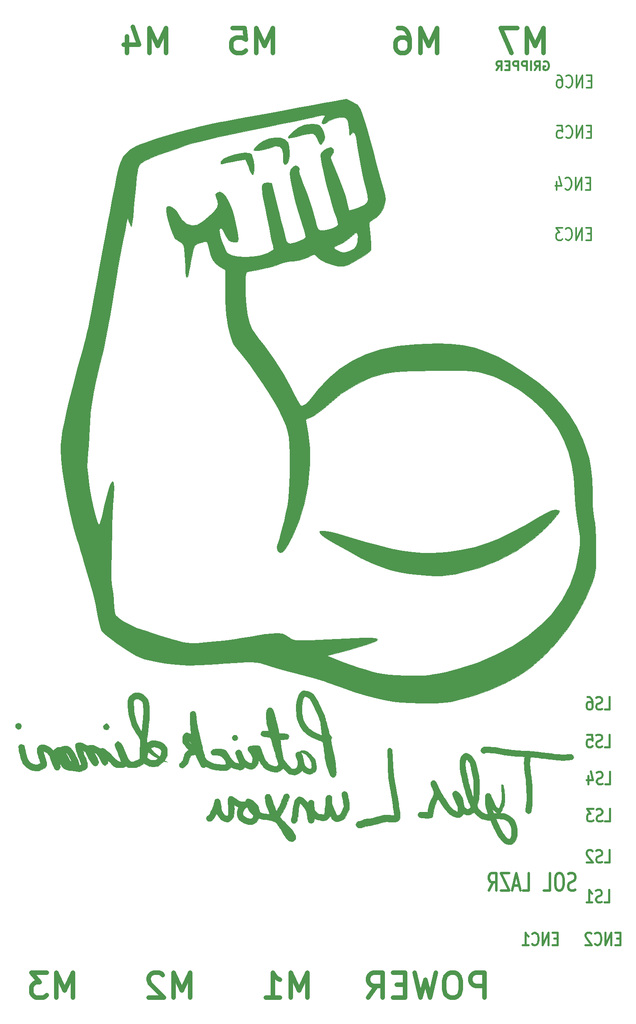
<source format=gbr>
%TF.GenerationSoftware,KiCad,Pcbnew,(5.1.9)-1*%
%TF.CreationDate,2022-03-15T17:45:56-05:00*%
%TF.ProjectId,ArmBoard_Hardware,41726d42-6f61-4726-945f-486172647761,2*%
%TF.SameCoordinates,Original*%
%TF.FileFunction,Legend,Bot*%
%TF.FilePolarity,Positive*%
%FSLAX46Y46*%
G04 Gerber Fmt 4.6, Leading zero omitted, Abs format (unit mm)*
G04 Created by KiCad (PCBNEW (5.1.9)-1) date 2022-03-15 17:45:56*
%MOMM*%
%LPD*%
G01*
G04 APERTURE LIST*
%ADD10C,0.508000*%
%ADD11C,0.381000*%
%ADD12C,0.317500*%
%ADD13C,0.444500*%
%ADD14C,0.889000*%
%ADD15C,0.010000*%
G04 APERTURE END LIST*
D10*
X226985285Y-211357633D02*
X226622428Y-211526966D01*
X226017666Y-211526966D01*
X225775761Y-211357633D01*
X225654809Y-211188300D01*
X225533857Y-210849633D01*
X225533857Y-210510966D01*
X225654809Y-210172300D01*
X225775761Y-210002966D01*
X226017666Y-209833633D01*
X226501476Y-209664300D01*
X226743380Y-209494966D01*
X226864333Y-209325633D01*
X226985285Y-208986966D01*
X226985285Y-208648300D01*
X226864333Y-208309633D01*
X226743380Y-208140300D01*
X226501476Y-207970966D01*
X225896714Y-207970966D01*
X225533857Y-208140300D01*
X223961476Y-207970966D02*
X223477666Y-207970966D01*
X223235761Y-208140300D01*
X222993857Y-208478966D01*
X222872904Y-209156300D01*
X222872904Y-210341633D01*
X222993857Y-211018966D01*
X223235761Y-211357633D01*
X223477666Y-211526966D01*
X223961476Y-211526966D01*
X224203380Y-211357633D01*
X224445285Y-211018966D01*
X224566238Y-210341633D01*
X224566238Y-209156300D01*
X224445285Y-208478966D01*
X224203380Y-208140300D01*
X223961476Y-207970966D01*
X220574809Y-211526966D02*
X221784333Y-211526966D01*
X221784333Y-207970966D01*
X216294304Y-211526966D02*
X217503828Y-211526966D01*
X217503828Y-207970966D01*
X215568590Y-210510966D02*
X214359066Y-210510966D01*
X215810495Y-211526966D02*
X214963828Y-207970966D01*
X214117161Y-211526966D01*
X213512400Y-207970966D02*
X211819066Y-207970966D01*
X213512400Y-211526966D01*
X211819066Y-211526966D01*
X209400019Y-211526966D02*
X210246685Y-209833633D01*
X210851447Y-211526966D02*
X210851447Y-207970966D01*
X209883828Y-207970966D01*
X209641923Y-208140300D01*
X209520971Y-208309633D01*
X209400019Y-208648300D01*
X209400019Y-209156300D01*
X209520971Y-209494966D01*
X209641923Y-209664300D01*
X209883828Y-209833633D01*
X210851447Y-209833633D01*
D11*
X232890785Y-213950247D02*
X233858404Y-213950247D01*
X233858404Y-211410247D01*
X232310214Y-213829295D02*
X232019928Y-213950247D01*
X231536119Y-213950247D01*
X231342595Y-213829295D01*
X231245833Y-213708342D01*
X231149071Y-213466438D01*
X231149071Y-213224533D01*
X231245833Y-212982628D01*
X231342595Y-212861676D01*
X231536119Y-212740723D01*
X231923166Y-212619771D01*
X232116690Y-212498819D01*
X232213452Y-212377866D01*
X232310214Y-212135961D01*
X232310214Y-211894057D01*
X232213452Y-211652152D01*
X232116690Y-211531200D01*
X231923166Y-211410247D01*
X231439357Y-211410247D01*
X231149071Y-211531200D01*
X229213833Y-213950247D02*
X230374976Y-213950247D01*
X229794404Y-213950247D02*
X229794404Y-211410247D01*
X229987928Y-211773104D01*
X230181452Y-212015009D01*
X230374976Y-212135961D01*
X232941585Y-205822247D02*
X233909204Y-205822247D01*
X233909204Y-203282247D01*
X232361014Y-205701295D02*
X232070728Y-205822247D01*
X231586919Y-205822247D01*
X231393395Y-205701295D01*
X231296633Y-205580342D01*
X231199871Y-205338438D01*
X231199871Y-205096533D01*
X231296633Y-204854628D01*
X231393395Y-204733676D01*
X231586919Y-204612723D01*
X231973966Y-204491771D01*
X232167490Y-204370819D01*
X232264252Y-204249866D01*
X232361014Y-204007961D01*
X232361014Y-203766057D01*
X232264252Y-203524152D01*
X232167490Y-203403200D01*
X231973966Y-203282247D01*
X231490157Y-203282247D01*
X231199871Y-203403200D01*
X230425776Y-203524152D02*
X230329014Y-203403200D01*
X230135490Y-203282247D01*
X229651680Y-203282247D01*
X229458157Y-203403200D01*
X229361395Y-203524152D01*
X229264633Y-203766057D01*
X229264633Y-204007961D01*
X229361395Y-204370819D01*
X230522538Y-205822247D01*
X229264633Y-205822247D01*
X233017785Y-197465647D02*
X233985404Y-197465647D01*
X233985404Y-194925647D01*
X232437214Y-197344695D02*
X232146928Y-197465647D01*
X231663119Y-197465647D01*
X231469595Y-197344695D01*
X231372833Y-197223742D01*
X231276071Y-196981838D01*
X231276071Y-196739933D01*
X231372833Y-196498028D01*
X231469595Y-196377076D01*
X231663119Y-196256123D01*
X232050166Y-196135171D01*
X232243690Y-196014219D01*
X232340452Y-195893266D01*
X232437214Y-195651361D01*
X232437214Y-195409457D01*
X232340452Y-195167552D01*
X232243690Y-195046600D01*
X232050166Y-194925647D01*
X231566357Y-194925647D01*
X231276071Y-195046600D01*
X230598738Y-194925647D02*
X229340833Y-194925647D01*
X230018166Y-195893266D01*
X229727880Y-195893266D01*
X229534357Y-196014219D01*
X229437595Y-196135171D01*
X229340833Y-196377076D01*
X229340833Y-196981838D01*
X229437595Y-197223742D01*
X229534357Y-197344695D01*
X229727880Y-197465647D01*
X230308452Y-197465647D01*
X230501976Y-197344695D01*
X230598738Y-197223742D01*
X233068585Y-189921847D02*
X234036204Y-189921847D01*
X234036204Y-187381847D01*
X232488014Y-189800895D02*
X232197728Y-189921847D01*
X231713919Y-189921847D01*
X231520395Y-189800895D01*
X231423633Y-189679942D01*
X231326871Y-189438038D01*
X231326871Y-189196133D01*
X231423633Y-188954228D01*
X231520395Y-188833276D01*
X231713919Y-188712323D01*
X232100966Y-188591371D01*
X232294490Y-188470419D01*
X232391252Y-188349466D01*
X232488014Y-188107561D01*
X232488014Y-187865657D01*
X232391252Y-187623752D01*
X232294490Y-187502800D01*
X232100966Y-187381847D01*
X231617157Y-187381847D01*
X231326871Y-187502800D01*
X229585157Y-188228514D02*
X229585157Y-189921847D01*
X230068966Y-187260895D02*
X230552776Y-189075180D01*
X229294871Y-189075180D01*
X232941585Y-182327247D02*
X233909204Y-182327247D01*
X233909204Y-179787247D01*
X232361014Y-182206295D02*
X232070728Y-182327247D01*
X231586919Y-182327247D01*
X231393395Y-182206295D01*
X231296633Y-182085342D01*
X231199871Y-181843438D01*
X231199871Y-181601533D01*
X231296633Y-181359628D01*
X231393395Y-181238676D01*
X231586919Y-181117723D01*
X231973966Y-180996771D01*
X232167490Y-180875819D01*
X232264252Y-180754866D01*
X232361014Y-180512961D01*
X232361014Y-180271057D01*
X232264252Y-180029152D01*
X232167490Y-179908200D01*
X231973966Y-179787247D01*
X231490157Y-179787247D01*
X231199871Y-179908200D01*
X229361395Y-179787247D02*
X230329014Y-179787247D01*
X230425776Y-180996771D01*
X230329014Y-180875819D01*
X230135490Y-180754866D01*
X229651680Y-180754866D01*
X229458157Y-180875819D01*
X229361395Y-180996771D01*
X229264633Y-181238676D01*
X229264633Y-181843438D01*
X229361395Y-182085342D01*
X229458157Y-182206295D01*
X229651680Y-182327247D01*
X230135490Y-182327247D01*
X230329014Y-182206295D01*
X230425776Y-182085342D01*
X232941585Y-174681847D02*
X233909204Y-174681847D01*
X233909204Y-172141847D01*
X232361014Y-174560895D02*
X232070728Y-174681847D01*
X231586919Y-174681847D01*
X231393395Y-174560895D01*
X231296633Y-174439942D01*
X231199871Y-174198038D01*
X231199871Y-173956133D01*
X231296633Y-173714228D01*
X231393395Y-173593276D01*
X231586919Y-173472323D01*
X231973966Y-173351371D01*
X232167490Y-173230419D01*
X232264252Y-173109466D01*
X232361014Y-172867561D01*
X232361014Y-172625657D01*
X232264252Y-172383752D01*
X232167490Y-172262800D01*
X231973966Y-172141847D01*
X231490157Y-172141847D01*
X231199871Y-172262800D01*
X229458157Y-172141847D02*
X229845204Y-172141847D01*
X230038728Y-172262800D01*
X230135490Y-172383752D01*
X230329014Y-172746609D01*
X230425776Y-173230419D01*
X230425776Y-174198038D01*
X230329014Y-174439942D01*
X230232252Y-174560895D01*
X230038728Y-174681847D01*
X229651680Y-174681847D01*
X229458157Y-174560895D01*
X229361395Y-174439942D01*
X229264633Y-174198038D01*
X229264633Y-173593276D01*
X229361395Y-173351371D01*
X229458157Y-173230419D01*
X229651680Y-173109466D01*
X230038728Y-173109466D01*
X230232252Y-173230419D01*
X230329014Y-173351371D01*
X230425776Y-173593276D01*
X236096628Y-221293871D02*
X235419295Y-221293871D01*
X235129009Y-222624347D02*
X236096628Y-222624347D01*
X236096628Y-220084347D01*
X235129009Y-220084347D01*
X234258152Y-222624347D02*
X234258152Y-220084347D01*
X233097009Y-222624347D01*
X233097009Y-220084347D01*
X230968247Y-222382442D02*
X231065009Y-222503395D01*
X231355295Y-222624347D01*
X231548819Y-222624347D01*
X231839104Y-222503395D01*
X232032628Y-222261490D01*
X232129390Y-222019585D01*
X232226152Y-221535776D01*
X232226152Y-221172919D01*
X232129390Y-220689109D01*
X232032628Y-220447204D01*
X231839104Y-220205300D01*
X231548819Y-220084347D01*
X231355295Y-220084347D01*
X231065009Y-220205300D01*
X230968247Y-220326252D01*
X230194152Y-220326252D02*
X230097390Y-220205300D01*
X229903866Y-220084347D01*
X229420057Y-220084347D01*
X229226533Y-220205300D01*
X229129771Y-220326252D01*
X229033009Y-220568157D01*
X229033009Y-220810061D01*
X229129771Y-221172919D01*
X230290914Y-222624347D01*
X229033009Y-222624347D01*
X223295028Y-221344671D02*
X222617695Y-221344671D01*
X222327409Y-222675147D02*
X223295028Y-222675147D01*
X223295028Y-220135147D01*
X222327409Y-220135147D01*
X221456552Y-222675147D02*
X221456552Y-220135147D01*
X220295409Y-222675147D01*
X220295409Y-220135147D01*
X218166647Y-222433242D02*
X218263409Y-222554195D01*
X218553695Y-222675147D01*
X218747219Y-222675147D01*
X219037504Y-222554195D01*
X219231028Y-222312290D01*
X219327790Y-222070385D01*
X219424552Y-221586576D01*
X219424552Y-221223719D01*
X219327790Y-220739909D01*
X219231028Y-220498004D01*
X219037504Y-220256100D01*
X218747219Y-220135147D01*
X218553695Y-220135147D01*
X218263409Y-220256100D01*
X218166647Y-220377052D01*
X216231409Y-222675147D02*
X217392552Y-222675147D01*
X216811980Y-222675147D02*
X216811980Y-220135147D01*
X217005504Y-220498004D01*
X217199028Y-220739909D01*
X217392552Y-220860861D01*
D12*
X230153028Y-77796571D02*
X229475695Y-77796571D01*
X229185409Y-79127047D02*
X230153028Y-79127047D01*
X230153028Y-76587047D01*
X229185409Y-76587047D01*
X228314552Y-79127047D02*
X228314552Y-76587047D01*
X227153409Y-79127047D01*
X227153409Y-76587047D01*
X225024647Y-78885142D02*
X225121409Y-79006095D01*
X225411695Y-79127047D01*
X225605219Y-79127047D01*
X225895504Y-79006095D01*
X226089028Y-78764190D01*
X226185790Y-78522285D01*
X226282552Y-78038476D01*
X226282552Y-77675619D01*
X226185790Y-77191809D01*
X226089028Y-76949904D01*
X225895504Y-76708000D01*
X225605219Y-76587047D01*
X225411695Y-76587047D01*
X225121409Y-76708000D01*
X225024647Y-76828952D01*
X224347314Y-76587047D02*
X223089409Y-76587047D01*
X223766742Y-77554666D01*
X223476457Y-77554666D01*
X223282933Y-77675619D01*
X223186171Y-77796571D01*
X223089409Y-78038476D01*
X223089409Y-78643238D01*
X223186171Y-78885142D01*
X223282933Y-79006095D01*
X223476457Y-79127047D01*
X224057028Y-79127047D01*
X224250552Y-79006095D01*
X224347314Y-78885142D01*
X230051428Y-67534971D02*
X229374095Y-67534971D01*
X229083809Y-68865447D02*
X230051428Y-68865447D01*
X230051428Y-66325447D01*
X229083809Y-66325447D01*
X228212952Y-68865447D02*
X228212952Y-66325447D01*
X227051809Y-68865447D01*
X227051809Y-66325447D01*
X224923047Y-68623542D02*
X225019809Y-68744495D01*
X225310095Y-68865447D01*
X225503619Y-68865447D01*
X225793904Y-68744495D01*
X225987428Y-68502590D01*
X226084190Y-68260685D01*
X226180952Y-67776876D01*
X226180952Y-67414019D01*
X226084190Y-66930209D01*
X225987428Y-66688304D01*
X225793904Y-66446400D01*
X225503619Y-66325447D01*
X225310095Y-66325447D01*
X225019809Y-66446400D01*
X224923047Y-66567352D01*
X223181333Y-67172114D02*
X223181333Y-68865447D01*
X223665142Y-66204495D02*
X224148952Y-68018780D01*
X222891047Y-68018780D01*
X230216528Y-57032071D02*
X229539195Y-57032071D01*
X229248909Y-58362547D02*
X230216528Y-58362547D01*
X230216528Y-55822547D01*
X229248909Y-55822547D01*
X228378052Y-58362547D02*
X228378052Y-55822547D01*
X227216909Y-58362547D01*
X227216909Y-55822547D01*
X225088147Y-58120642D02*
X225184909Y-58241595D01*
X225475195Y-58362547D01*
X225668719Y-58362547D01*
X225959004Y-58241595D01*
X226152528Y-57999690D01*
X226249290Y-57757785D01*
X226346052Y-57273976D01*
X226346052Y-56911119D01*
X226249290Y-56427309D01*
X226152528Y-56185404D01*
X225959004Y-55943500D01*
X225668719Y-55822547D01*
X225475195Y-55822547D01*
X225184909Y-55943500D01*
X225088147Y-56064452D01*
X223249671Y-55822547D02*
X224217290Y-55822547D01*
X224314052Y-57032071D01*
X224217290Y-56911119D01*
X224023766Y-56790166D01*
X223539957Y-56790166D01*
X223346433Y-56911119D01*
X223249671Y-57032071D01*
X223152909Y-57273976D01*
X223152909Y-57878738D01*
X223249671Y-58120642D01*
X223346433Y-58241595D01*
X223539957Y-58362547D01*
X224023766Y-58362547D01*
X224217290Y-58241595D01*
X224314052Y-58120642D01*
X230229228Y-46706971D02*
X229551895Y-46706971D01*
X229261609Y-48037447D02*
X230229228Y-48037447D01*
X230229228Y-45497447D01*
X229261609Y-45497447D01*
X228390752Y-48037447D02*
X228390752Y-45497447D01*
X227229609Y-48037447D01*
X227229609Y-45497447D01*
X225100847Y-47795542D02*
X225197609Y-47916495D01*
X225487895Y-48037447D01*
X225681419Y-48037447D01*
X225971704Y-47916495D01*
X226165228Y-47674590D01*
X226261990Y-47432685D01*
X226358752Y-46948876D01*
X226358752Y-46586019D01*
X226261990Y-46102209D01*
X226165228Y-45860304D01*
X225971704Y-45618400D01*
X225681419Y-45497447D01*
X225487895Y-45497447D01*
X225197609Y-45618400D01*
X225100847Y-45739352D01*
X223359133Y-45497447D02*
X223746180Y-45497447D01*
X223939704Y-45618400D01*
X224036466Y-45739352D01*
X224229990Y-46102209D01*
X224326752Y-46586019D01*
X224326752Y-47553638D01*
X224229990Y-47795542D01*
X224133228Y-47916495D01*
X223939704Y-48037447D01*
X223552657Y-48037447D01*
X223359133Y-47916495D01*
X223262371Y-47795542D01*
X223165609Y-47553638D01*
X223165609Y-46948876D01*
X223262371Y-46706971D01*
X223359133Y-46586019D01*
X223552657Y-46465066D01*
X223939704Y-46465066D01*
X224133228Y-46586019D01*
X224229990Y-46706971D01*
X224326752Y-46948876D01*
D13*
X220510100Y-42710100D02*
X220679433Y-42625433D01*
X220933433Y-42625433D01*
X221187433Y-42710100D01*
X221356766Y-42879433D01*
X221441433Y-43048766D01*
X221526100Y-43387433D01*
X221526100Y-43641433D01*
X221441433Y-43980100D01*
X221356766Y-44149433D01*
X221187433Y-44318766D01*
X220933433Y-44403433D01*
X220764100Y-44403433D01*
X220510100Y-44318766D01*
X220425433Y-44234100D01*
X220425433Y-43641433D01*
X220764100Y-43641433D01*
X218647433Y-44403433D02*
X219240100Y-43556766D01*
X219663433Y-44403433D02*
X219663433Y-42625433D01*
X218986100Y-42625433D01*
X218816766Y-42710100D01*
X218732100Y-42794766D01*
X218647433Y-42964100D01*
X218647433Y-43218100D01*
X218732100Y-43387433D01*
X218816766Y-43472100D01*
X218986100Y-43556766D01*
X219663433Y-43556766D01*
X217885433Y-44403433D02*
X217885433Y-42625433D01*
X217038766Y-44403433D02*
X217038766Y-42625433D01*
X216361433Y-42625433D01*
X216192100Y-42710100D01*
X216107433Y-42794766D01*
X216022766Y-42964100D01*
X216022766Y-43218100D01*
X216107433Y-43387433D01*
X216192100Y-43472100D01*
X216361433Y-43556766D01*
X217038766Y-43556766D01*
X215260766Y-44403433D02*
X215260766Y-42625433D01*
X214583433Y-42625433D01*
X214414100Y-42710100D01*
X214329433Y-42794766D01*
X214244766Y-42964100D01*
X214244766Y-43218100D01*
X214329433Y-43387433D01*
X214414100Y-43472100D01*
X214583433Y-43556766D01*
X215260766Y-43556766D01*
X213482766Y-43472100D02*
X212890100Y-43472100D01*
X212636100Y-44403433D02*
X213482766Y-44403433D01*
X213482766Y-42625433D01*
X212636100Y-42625433D01*
X210858100Y-44403433D02*
X211450766Y-43556766D01*
X211874100Y-44403433D02*
X211874100Y-42625433D01*
X211196766Y-42625433D01*
X211027433Y-42710100D01*
X210942766Y-42794766D01*
X210858100Y-42964100D01*
X210858100Y-43218100D01*
X210942766Y-43387433D01*
X211027433Y-43472100D01*
X211196766Y-43556766D01*
X211874100Y-43556766D01*
D14*
X220431480Y-40956895D02*
X220431480Y-35876895D01*
X218738147Y-39505466D01*
X217044814Y-35876895D01*
X217044814Y-40956895D01*
X215109576Y-35876895D02*
X211722909Y-35876895D01*
X213900052Y-40956895D01*
X198765280Y-40956895D02*
X198765280Y-35876895D01*
X197071947Y-39505466D01*
X195378614Y-35876895D01*
X195378614Y-40956895D01*
X190782423Y-35876895D02*
X191750042Y-35876895D01*
X192233852Y-36118800D01*
X192475757Y-36360704D01*
X192959566Y-37086419D01*
X193201471Y-38054038D01*
X193201471Y-39989276D01*
X192959566Y-40473085D01*
X192717661Y-40714990D01*
X192233852Y-40956895D01*
X191266233Y-40956895D01*
X190782423Y-40714990D01*
X190540519Y-40473085D01*
X190298614Y-39989276D01*
X190298614Y-38779752D01*
X190540519Y-38295942D01*
X190782423Y-38054038D01*
X191266233Y-37812133D01*
X192233852Y-37812133D01*
X192717661Y-38054038D01*
X192959566Y-38295942D01*
X193201471Y-38779752D01*
X165364280Y-40956895D02*
X165364280Y-35876895D01*
X163670947Y-39505466D01*
X161977614Y-35876895D01*
X161977614Y-40956895D01*
X157139519Y-35876895D02*
X159558566Y-35876895D01*
X159800471Y-38295942D01*
X159558566Y-38054038D01*
X159074757Y-37812133D01*
X157865233Y-37812133D01*
X157381423Y-38054038D01*
X157139519Y-38295942D01*
X156897614Y-38779752D01*
X156897614Y-39989276D01*
X157139519Y-40473085D01*
X157381423Y-40714990D01*
X157865233Y-40956895D01*
X159074757Y-40956895D01*
X159558566Y-40714990D01*
X159800471Y-40473085D01*
X143609180Y-40956895D02*
X143609180Y-35876895D01*
X141915847Y-39505466D01*
X140222514Y-35876895D01*
X140222514Y-40956895D01*
X135626323Y-37570228D02*
X135626323Y-40956895D01*
X136835847Y-35634990D02*
X138045371Y-39263561D01*
X134900609Y-39263561D01*
X124609980Y-233336495D02*
X124609980Y-228256495D01*
X122916647Y-231885066D01*
X121223314Y-228256495D01*
X121223314Y-233336495D01*
X119288076Y-228256495D02*
X116143314Y-228256495D01*
X117836647Y-230191733D01*
X117110933Y-230191733D01*
X116627123Y-230433638D01*
X116385219Y-230675542D01*
X116143314Y-231159352D01*
X116143314Y-232368876D01*
X116385219Y-232852685D01*
X116627123Y-233094590D01*
X117110933Y-233336495D01*
X118562361Y-233336495D01*
X119046171Y-233094590D01*
X119288076Y-232852685D01*
X208468080Y-233336495D02*
X208468080Y-228256495D01*
X206532842Y-228256495D01*
X206049033Y-228498400D01*
X205807128Y-228740304D01*
X205565223Y-229224114D01*
X205565223Y-229949828D01*
X205807128Y-230433638D01*
X206049033Y-230675542D01*
X206532842Y-230917447D01*
X208468080Y-230917447D01*
X202420461Y-228256495D02*
X201452842Y-228256495D01*
X200969033Y-228498400D01*
X200485223Y-228982209D01*
X200243319Y-229949828D01*
X200243319Y-231643161D01*
X200485223Y-232610780D01*
X200969033Y-233094590D01*
X201452842Y-233336495D01*
X202420461Y-233336495D01*
X202904271Y-233094590D01*
X203388080Y-232610780D01*
X203629985Y-231643161D01*
X203629985Y-229949828D01*
X203388080Y-228982209D01*
X202904271Y-228498400D01*
X202420461Y-228256495D01*
X198549985Y-228256495D02*
X197340461Y-233336495D01*
X196372842Y-229707923D01*
X195405223Y-233336495D01*
X194195700Y-228256495D01*
X192260461Y-230675542D02*
X190567128Y-230675542D01*
X189841414Y-233336495D02*
X192260461Y-233336495D01*
X192260461Y-228256495D01*
X189841414Y-228256495D01*
X184761414Y-233336495D02*
X186454747Y-230917447D01*
X187664271Y-233336495D02*
X187664271Y-228256495D01*
X185729033Y-228256495D01*
X185245223Y-228498400D01*
X185003319Y-228740304D01*
X184761414Y-229224114D01*
X184761414Y-229949828D01*
X185003319Y-230433638D01*
X185245223Y-230675542D01*
X185729033Y-230917447D01*
X187664271Y-230917447D01*
X172336580Y-233336495D02*
X172336580Y-228256495D01*
X170643247Y-231885066D01*
X168949914Y-228256495D01*
X168949914Y-233336495D01*
X163869914Y-233336495D02*
X166772771Y-233336495D01*
X165321342Y-233336495D02*
X165321342Y-228256495D01*
X165805152Y-228982209D01*
X166288961Y-229466019D01*
X166772771Y-229707923D01*
X148498680Y-233336495D02*
X148498680Y-228256495D01*
X146805347Y-231885066D01*
X145112014Y-228256495D01*
X145112014Y-233336495D01*
X142934871Y-228740304D02*
X142692966Y-228498400D01*
X142209157Y-228256495D01*
X140999633Y-228256495D01*
X140515823Y-228498400D01*
X140273919Y-228740304D01*
X140032014Y-229224114D01*
X140032014Y-229707923D01*
X140273919Y-230433638D01*
X143176776Y-233336495D01*
X140032014Y-233336495D01*
D15*
%TO.C,G\u002A\u002A\u002A*%
G36*
X177095305Y-50953490D02*
G01*
X175914095Y-51163667D01*
X174330080Y-51450169D01*
X172460506Y-51791534D01*
X170422621Y-52166300D01*
X168333674Y-52553007D01*
X166991241Y-52802987D01*
X164760085Y-53218553D01*
X162344422Y-53666785D01*
X159902901Y-54118361D01*
X157594168Y-54543957D01*
X155576873Y-54914252D01*
X154820408Y-55052483D01*
X152820071Y-55452688D01*
X150626468Y-55952625D01*
X148327273Y-56526952D01*
X146010160Y-57150323D01*
X143762802Y-57797394D01*
X141672872Y-58442821D01*
X139828045Y-59061261D01*
X138315994Y-59627369D01*
X137224393Y-60115800D01*
X137127654Y-60166994D01*
X136221352Y-60727228D01*
X135486782Y-61369742D01*
X134886984Y-62169474D01*
X134384999Y-63201364D01*
X133943867Y-64540353D01*
X133526627Y-66261380D01*
X133125571Y-68281605D01*
X132848881Y-69758046D01*
X132505925Y-71571938D01*
X132131286Y-73541261D01*
X131759547Y-75483998D01*
X131566214Y-76488925D01*
X131208545Y-78369249D01*
X130797435Y-80571976D01*
X130369557Y-82898068D01*
X129961587Y-85148492D01*
X129689239Y-86675383D01*
X129202912Y-89411050D01*
X128787938Y-91701577D01*
X128428336Y-93623734D01*
X128108127Y-95254292D01*
X127811333Y-96670020D01*
X127521972Y-97947690D01*
X127224067Y-99164072D01*
X126901637Y-100395935D01*
X126614766Y-101446079D01*
X125574239Y-105247015D01*
X124688314Y-108580299D01*
X123949029Y-111481857D01*
X123348425Y-113987615D01*
X122878539Y-116133498D01*
X122531409Y-117955434D01*
X122299075Y-119489347D01*
X122173575Y-120771164D01*
X122144728Y-121617205D01*
X122233215Y-123660727D01*
X122485449Y-126087241D01*
X122880457Y-128783861D01*
X123397264Y-131637701D01*
X124014896Y-134535875D01*
X124712380Y-137365496D01*
X125468741Y-140013679D01*
X125696164Y-140731778D01*
X125919596Y-141446135D01*
X126242086Y-142510261D01*
X126615908Y-143765526D01*
X126905467Y-144751425D01*
X127324880Y-146179039D01*
X127766393Y-147665613D01*
X128165529Y-148994744D01*
X128363866Y-149646237D01*
X128666741Y-150750685D01*
X129004908Y-152170766D01*
X129331027Y-153699438D01*
X129534495Y-154766141D01*
X129789099Y-156070311D01*
X130057510Y-157249222D01*
X130306348Y-158166601D01*
X130488521Y-158660962D01*
X130844703Y-159068057D01*
X131559597Y-159682241D01*
X132539121Y-160436753D01*
X133689191Y-161264831D01*
X134915725Y-162099715D01*
X136124640Y-162874643D01*
X137221852Y-163522856D01*
X137704056Y-163781077D01*
X139192503Y-164373135D01*
X141093376Y-164869080D01*
X143296464Y-165255667D01*
X145691557Y-165519652D01*
X148168441Y-165647787D01*
X150616907Y-165626829D01*
X152192045Y-165522276D01*
X153836932Y-165383769D01*
X155731490Y-165246647D01*
X157596530Y-165130222D01*
X158662219Y-165074724D01*
X160084273Y-165017157D01*
X161127922Y-165008865D01*
X161942836Y-165065116D01*
X162678683Y-165201180D01*
X163485132Y-165432323D01*
X164077552Y-165627163D01*
X165096893Y-165946255D01*
X166476778Y-166345725D01*
X168063169Y-166782569D01*
X169702030Y-167213782D01*
X170344605Y-167376773D01*
X171941646Y-167791165D01*
X173529504Y-168228210D01*
X174960588Y-168645610D01*
X176087305Y-169001064D01*
X176438648Y-169123305D01*
X179401798Y-170185445D01*
X181960052Y-171057332D01*
X184194831Y-171757312D01*
X186187557Y-172303730D01*
X188019650Y-172714932D01*
X189772530Y-173009265D01*
X191527619Y-173205073D01*
X193366338Y-173320703D01*
X195301658Y-173373537D01*
X197094073Y-173392119D01*
X198482910Y-173382624D01*
X199593431Y-173335427D01*
X200550904Y-173240904D01*
X201480593Y-173089432D01*
X202507763Y-172871387D01*
X202842283Y-172794205D01*
X206276767Y-171855512D01*
X209592148Y-170683709D01*
X212688854Y-169322973D01*
X215467310Y-167817482D01*
X217827943Y-166211414D01*
X218020970Y-166059893D01*
X220593215Y-163772207D01*
X223065785Y-161111334D01*
X225358552Y-158188133D01*
X227391391Y-155113462D01*
X229084177Y-151998180D01*
X230329921Y-149029822D01*
X230627515Y-148164732D01*
X230843061Y-147442731D01*
X230989777Y-146751796D01*
X231080881Y-145979898D01*
X231129591Y-145015014D01*
X231149124Y-143745115D01*
X231152699Y-142058178D01*
X231152699Y-142056555D01*
X231132490Y-140253999D01*
X227926603Y-140253999D01*
X227878708Y-141190606D01*
X227748721Y-142345238D01*
X227732635Y-142470959D01*
X227030307Y-146018354D01*
X225863698Y-149320046D01*
X224224602Y-152391862D01*
X222104811Y-155249629D01*
X219937262Y-157505136D01*
X217252958Y-159716126D01*
X214147188Y-161756357D01*
X210712620Y-163580300D01*
X207041923Y-165142431D01*
X203227765Y-166397223D01*
X200432681Y-167087371D01*
X199077873Y-167370781D01*
X198017131Y-167573409D01*
X197114606Y-167706583D01*
X196234446Y-167781629D01*
X195240803Y-167809876D01*
X193997827Y-167802651D01*
X192369667Y-167771281D01*
X192258949Y-167768925D01*
X190454856Y-167714152D01*
X189029859Y-167625511D01*
X187834156Y-167485948D01*
X186717944Y-167278410D01*
X185644366Y-167015936D01*
X184380356Y-166648834D01*
X182828316Y-166149850D01*
X181190489Y-165586219D01*
X179753187Y-165057446D01*
X176375549Y-163764604D01*
X180943812Y-162505584D01*
X183126528Y-161883435D01*
X184793330Y-161359894D01*
X185943223Y-160931634D01*
X186575213Y-160595332D01*
X186688304Y-160347660D01*
X186281503Y-160185294D01*
X185353815Y-160104909D01*
X183904245Y-160103178D01*
X181931799Y-160176777D01*
X180274961Y-160269158D01*
X178395597Y-160376417D01*
X176501024Y-160470717D01*
X174724806Y-160546401D01*
X173200508Y-160597812D01*
X172061697Y-160619293D01*
X172002837Y-160619522D01*
X170776070Y-160613875D01*
X169947704Y-160571505D01*
X169387071Y-160465703D01*
X168963501Y-160269762D01*
X168546322Y-159956973D01*
X168476807Y-159898821D01*
X167892224Y-159476732D01*
X167290674Y-159256776D01*
X166462988Y-159178151D01*
X165978753Y-159172658D01*
X165061648Y-159225455D01*
X163799388Y-159367813D01*
X162364046Y-159577500D01*
X161035941Y-159811275D01*
X159252391Y-160125144D01*
X157308769Y-160416798D01*
X155304618Y-160676080D01*
X153339482Y-160892835D01*
X151512904Y-161056906D01*
X149924427Y-161158137D01*
X148673594Y-161186373D01*
X147954361Y-161145947D01*
X147130438Y-160988528D01*
X145982192Y-160706351D01*
X144686327Y-160344924D01*
X143840199Y-160086400D01*
X142388904Y-159627650D01*
X140824254Y-159136735D01*
X139393829Y-158691203D01*
X138813116Y-158511782D01*
X137461983Y-158022768D01*
X136139918Y-157415669D01*
X134946377Y-156750222D01*
X133980818Y-156086166D01*
X133342700Y-155483238D01*
X133138005Y-155103094D01*
X133070940Y-154585016D01*
X132991651Y-153703384D01*
X132914437Y-152623147D01*
X132894028Y-152288651D01*
X132803475Y-151163280D01*
X132679692Y-150170557D01*
X132545600Y-149484394D01*
X132509578Y-149371545D01*
X132455324Y-148946204D01*
X132423001Y-148063095D01*
X132411133Y-146793098D01*
X132418246Y-145207092D01*
X132442867Y-143375958D01*
X132483522Y-141370577D01*
X132538736Y-139261827D01*
X132607036Y-137120590D01*
X132686947Y-135017746D01*
X132776995Y-133024175D01*
X132875707Y-131210756D01*
X132893153Y-130926946D01*
X132947613Y-129516181D01*
X132906113Y-128616086D01*
X132774956Y-128218141D01*
X132560446Y-128313823D01*
X132268887Y-128894612D01*
X131906582Y-129951987D01*
X131479835Y-131477426D01*
X130994950Y-133462409D01*
X130984727Y-133506633D01*
X130691507Y-134736453D01*
X130422008Y-135795035D01*
X130207309Y-136564685D01*
X130083735Y-136918606D01*
X129894504Y-136952288D01*
X129643775Y-136524746D01*
X129347731Y-135698192D01*
X129022558Y-134534833D01*
X128684441Y-133096881D01*
X128349565Y-131446544D01*
X128034114Y-129646034D01*
X127814803Y-128197611D01*
X127614566Y-126582615D01*
X127526271Y-125246535D01*
X127543945Y-123952424D01*
X127661618Y-122463337D01*
X127668545Y-122394133D01*
X127795950Y-120947626D01*
X127920819Y-119217279D01*
X128026612Y-117448231D01*
X128083397Y-116245778D01*
X128199663Y-114369736D01*
X128407861Y-112486777D01*
X128726494Y-110490216D01*
X129174062Y-108273371D01*
X129769068Y-105729556D01*
X130211477Y-103974987D01*
X130836527Y-101344278D01*
X131478106Y-98239894D01*
X132139452Y-94644953D01*
X132823801Y-90542572D01*
X132996075Y-89453508D01*
X133214508Y-88106668D01*
X133482521Y-86529043D01*
X133785889Y-84797000D01*
X134110387Y-82986903D01*
X134441790Y-81175117D01*
X134765872Y-79438007D01*
X135068409Y-77851939D01*
X135335176Y-76493276D01*
X135551946Y-75438385D01*
X135704496Y-74763631D01*
X135773017Y-74546038D01*
X135894758Y-74615567D01*
X135902699Y-74707812D01*
X135984795Y-75160153D01*
X136176393Y-75710364D01*
X136395458Y-76161053D01*
X136559957Y-76314825D01*
X136568003Y-76308691D01*
X136629518Y-76018223D01*
X136724837Y-75287881D01*
X136844215Y-74205161D01*
X136977906Y-72857558D01*
X137094121Y-71585081D01*
X137286381Y-69411381D01*
X137443823Y-67701661D01*
X137577757Y-66392751D01*
X137699493Y-65421478D01*
X137820342Y-64724671D01*
X137951616Y-64239160D01*
X138104624Y-63901771D01*
X138290677Y-63649334D01*
X138521086Y-63418677D01*
X138563396Y-63379037D01*
X139136717Y-62995068D01*
X140074419Y-62530291D01*
X141232916Y-62052174D01*
X141893072Y-61814478D01*
X143329629Y-61315226D01*
X144900470Y-60755030D01*
X146336328Y-60230318D01*
X146772269Y-60067194D01*
X147651037Y-59763856D01*
X148766055Y-59431755D01*
X150154394Y-59062303D01*
X151853123Y-58646907D01*
X153899310Y-58176977D01*
X156330025Y-57643923D01*
X159182338Y-57039153D01*
X162493318Y-56354077D01*
X164992795Y-55844642D01*
X166851716Y-55465873D01*
X168710224Y-55084033D01*
X170444202Y-54724854D01*
X171929532Y-54414064D01*
X173042098Y-54177393D01*
X173190284Y-54145283D01*
X174482063Y-53866454D01*
X175329624Y-53700199D01*
X175806084Y-53647816D01*
X175984562Y-53710602D01*
X175938173Y-53889857D01*
X175740035Y-54186877D01*
X175737494Y-54190505D01*
X175397803Y-54833325D01*
X175357685Y-55295210D01*
X175595872Y-55454550D01*
X175963803Y-55318489D01*
X176579472Y-54974852D01*
X176884822Y-54780410D01*
X178110191Y-54217226D01*
X179046783Y-54052806D01*
X179807728Y-54065005D01*
X180241187Y-54247042D01*
X180532057Y-54660800D01*
X180739541Y-55323081D01*
X180867890Y-56230836D01*
X180886380Y-56645175D01*
X180908173Y-57401888D01*
X180978931Y-57708369D01*
X181134876Y-57643400D01*
X181269552Y-57478576D01*
X181679457Y-57137429D01*
X182005786Y-57312014D01*
X182252314Y-58005728D01*
X182329911Y-58432499D01*
X182619247Y-60230327D01*
X182951765Y-62132157D01*
X183304772Y-64021769D01*
X183655573Y-65782945D01*
X183981476Y-67299466D01*
X184259786Y-68455114D01*
X184351977Y-68787840D01*
X184675418Y-70015240D01*
X184756742Y-70867881D01*
X184546683Y-71463778D01*
X183995975Y-71920945D01*
X183055350Y-72357398D01*
X182823266Y-72449774D01*
X181929882Y-72777760D01*
X181235546Y-72989818D01*
X180878061Y-73044423D01*
X180866028Y-73039553D01*
X180727192Y-72741875D01*
X180540262Y-72073599D01*
X180364263Y-71269848D01*
X180030743Y-69949127D01*
X179499940Y-68307991D01*
X178824671Y-66492359D01*
X178057751Y-64648152D01*
X177612121Y-63666229D01*
X177245445Y-62836881D01*
X177105350Y-62328763D01*
X177169148Y-61996327D01*
X177320161Y-61793312D01*
X177677773Y-61172637D01*
X177679816Y-60612200D01*
X177349359Y-60264080D01*
X177081089Y-60217050D01*
X176342307Y-60407993D01*
X175645739Y-60882032D01*
X175169011Y-61490982D01*
X175061033Y-61902287D01*
X175134398Y-62592429D01*
X175337163Y-63687721D01*
X175643329Y-65087476D01*
X176026899Y-66691009D01*
X176461875Y-68397635D01*
X176922259Y-70106666D01*
X177382052Y-71717418D01*
X177815259Y-73129205D01*
X178195880Y-74241341D01*
X178345819Y-74623788D01*
X178569893Y-75331036D01*
X178619532Y-75872523D01*
X178601698Y-75945683D01*
X178234165Y-76315420D01*
X177515589Y-76682092D01*
X176620241Y-76978875D01*
X175722389Y-77138946D01*
X175459945Y-77150383D01*
X174944439Y-77122671D01*
X174627591Y-76958475D01*
X174403871Y-76536211D01*
X174167753Y-75734292D01*
X174139528Y-75629029D01*
X173258427Y-72552034D01*
X172351399Y-69793371D01*
X171452662Y-67457031D01*
X171443216Y-67434697D01*
X171049388Y-66440219D01*
X170776521Y-65623755D01*
X170664055Y-65109861D01*
X170675861Y-65011178D01*
X170728118Y-64512831D01*
X170428378Y-64072218D01*
X170011741Y-63921217D01*
X169514030Y-64126992D01*
X169098292Y-64560217D01*
X168876498Y-64999588D01*
X168806111Y-65514509D01*
X168878243Y-66275878D01*
X168977883Y-66875321D01*
X169388177Y-68881285D01*
X169940416Y-71155017D01*
X170576564Y-73474360D01*
X171238587Y-75617158D01*
X171342598Y-75927493D01*
X171673972Y-76976931D01*
X171901730Y-77844355D01*
X171995349Y-78404989D01*
X171980358Y-78534731D01*
X171583109Y-78859253D01*
X170864203Y-79223909D01*
X170017475Y-79549308D01*
X169236761Y-79756063D01*
X168914511Y-79790406D01*
X168339931Y-79673766D01*
X168049755Y-79210964D01*
X168010500Y-79068612D01*
X167892168Y-78598862D01*
X167665907Y-77704852D01*
X167354179Y-76475171D01*
X166979444Y-74998411D01*
X166564164Y-73363160D01*
X166450818Y-72917050D01*
X165072584Y-67493092D01*
X164263554Y-67411493D01*
X163612214Y-67449025D01*
X163230902Y-67762946D01*
X163098042Y-68415138D01*
X163192060Y-69467481D01*
X163312628Y-70138925D01*
X163792589Y-72558673D01*
X164232529Y-74757503D01*
X164621591Y-76682269D01*
X164948919Y-78279826D01*
X165203656Y-79497029D01*
X165374946Y-80280733D01*
X165434285Y-80524921D01*
X165465459Y-80912366D01*
X165233426Y-81215494D01*
X164634767Y-81544954D01*
X164368304Y-81665430D01*
X162921061Y-82157956D01*
X161329503Y-82456115D01*
X159720074Y-82559648D01*
X158219219Y-82468293D01*
X156953382Y-82181792D01*
X156049008Y-81699883D01*
X156029001Y-81682596D01*
X155739857Y-81243176D01*
X155385196Y-80449884D01*
X155020802Y-79463923D01*
X154702459Y-78446498D01*
X154485952Y-77558812D01*
X154423533Y-77043164D01*
X154542707Y-76655343D01*
X154830027Y-76666383D01*
X155180187Y-77022109D01*
X155455541Y-77574085D01*
X155822454Y-78352971D01*
X156258264Y-78982897D01*
X156302443Y-79029293D01*
X156862139Y-79377229D01*
X157524257Y-79529093D01*
X158068816Y-79452444D01*
X158231143Y-79313727D01*
X158267728Y-78920521D01*
X158197845Y-78141570D01*
X158044824Y-77104127D01*
X157831997Y-75935447D01*
X157582695Y-74762785D01*
X157320250Y-73713394D01*
X157067992Y-72914530D01*
X157048779Y-72864819D01*
X156345380Y-71244924D01*
X155699372Y-70122604D01*
X155087332Y-69472476D01*
X154485837Y-69269157D01*
X153909409Y-69462570D01*
X153671278Y-69736482D01*
X153751423Y-70182532D01*
X153843263Y-70397010D01*
X154113251Y-71135271D01*
X154164516Y-71794138D01*
X153955691Y-72446682D01*
X153445407Y-73165973D01*
X152592296Y-74025081D01*
X151354991Y-75097076D01*
X151029795Y-75366533D01*
X149934671Y-75981838D01*
X148816234Y-76096460D01*
X147751325Y-75729314D01*
X146816786Y-74899321D01*
X146367745Y-74218777D01*
X145678849Y-73173148D01*
X144965239Y-72473264D01*
X144300382Y-72180540D01*
X143974534Y-72218196D01*
X143696191Y-72488749D01*
X143619594Y-73045845D01*
X143750845Y-73941854D01*
X144096045Y-75229147D01*
X144456737Y-76356633D01*
X144859973Y-77524188D01*
X145177664Y-78295017D01*
X145475840Y-78779389D01*
X145820528Y-79087572D01*
X146221449Y-79303731D01*
X146799378Y-79634896D01*
X147112020Y-80053515D01*
X147283493Y-80753413D01*
X147322750Y-81023522D01*
X147411192Y-81929928D01*
X147481398Y-83123571D01*
X147519530Y-84362541D01*
X147521187Y-84492571D01*
X147562397Y-85550065D01*
X147652098Y-86307249D01*
X147776777Y-86661629D01*
X147808949Y-86675383D01*
X148068285Y-86522757D01*
X148076023Y-86476946D01*
X148128829Y-86118174D01*
X148265819Y-85377182D01*
X148459472Y-84388994D01*
X148682267Y-83288631D01*
X148906682Y-82211116D01*
X149105197Y-81291472D01*
X149250288Y-80664721D01*
X149292531Y-80508664D01*
X149562372Y-80104940D01*
X150151424Y-79776876D01*
X151158848Y-79471421D01*
X151292848Y-79438522D01*
X151715166Y-79374892D01*
X151966651Y-79521365D01*
X152145166Y-79992152D01*
X152283042Y-80594131D01*
X152655327Y-82039318D01*
X153095311Y-83079499D01*
X153674405Y-83838818D01*
X154464026Y-84441424D01*
X154513513Y-84471601D01*
X155690663Y-85182625D01*
X155674686Y-89567025D01*
X155683369Y-91460552D01*
X155732214Y-92964958D01*
X155832079Y-94219473D01*
X155993822Y-95363331D01*
X156212621Y-96464967D01*
X156552367Y-97951532D01*
X156841674Y-99034863D01*
X157127483Y-99831852D01*
X157456736Y-100459393D01*
X157876377Y-101034379D01*
X158199288Y-101412072D01*
X159298863Y-102737924D01*
X160549393Y-104380215D01*
X161876952Y-106229276D01*
X163207613Y-108175433D01*
X164467450Y-110109015D01*
X165582537Y-111920351D01*
X166478947Y-113499768D01*
X166883160Y-114294847D01*
X167520104Y-115686720D01*
X168003846Y-116914334D01*
X168354461Y-118088712D01*
X168592025Y-119320876D01*
X168736611Y-120721848D01*
X168808294Y-122402650D01*
X168827149Y-124474306D01*
X168826051Y-125039967D01*
X168802331Y-126813302D01*
X168747099Y-128565558D01*
X168666762Y-130166184D01*
X168567729Y-131484625D01*
X168468885Y-132316008D01*
X168262154Y-133460512D01*
X167984189Y-134800818D01*
X167660913Y-136232498D01*
X167318250Y-137651121D01*
X166982123Y-138952260D01*
X166678455Y-140031485D01*
X166433171Y-140784367D01*
X166291295Y-141088096D01*
X166138247Y-141595859D01*
X166258516Y-142192465D01*
X166573787Y-142650555D01*
X166869616Y-142767050D01*
X167298208Y-142612143D01*
X167786615Y-142114400D01*
X168372136Y-141224287D01*
X169092074Y-139892271D01*
X169210129Y-139658925D01*
X170674563Y-136269146D01*
X171759574Y-132656458D01*
X172493274Y-128725712D01*
X172536958Y-128399853D01*
X172871340Y-124782318D01*
X172878509Y-121519754D01*
X172558008Y-118550902D01*
X172459111Y-118010258D01*
X171989843Y-115610758D01*
X173117102Y-115144519D01*
X173800967Y-114763497D01*
X174719632Y-114119587D01*
X175728273Y-113318548D01*
X176306343Y-112815587D01*
X179243073Y-110429083D01*
X182222925Y-108530502D01*
X185223393Y-107131307D01*
X188221971Y-106242961D01*
X189695388Y-105996182D01*
X190589304Y-105916733D01*
X191910292Y-105841501D01*
X193556255Y-105774203D01*
X195425099Y-105718557D01*
X197414728Y-105678279D01*
X198915493Y-105660468D01*
X201156143Y-105648016D01*
X202946208Y-105653075D01*
X204364080Y-105679152D01*
X205488156Y-105729755D01*
X206396829Y-105808388D01*
X207168495Y-105918560D01*
X207869366Y-106060968D01*
X210412162Y-106865701D01*
X213029926Y-108092307D01*
X215618703Y-109664661D01*
X218074535Y-111506635D01*
X220293465Y-113542105D01*
X222171536Y-115694945D01*
X223309940Y-117367813D01*
X224598868Y-119780693D01*
X225557311Y-122169680D01*
X226222261Y-124669189D01*
X226630710Y-127413635D01*
X226804846Y-130067050D01*
X226908525Y-131900453D01*
X227082194Y-133843913D01*
X227302764Y-135670355D01*
X227501181Y-136914709D01*
X227745494Y-138299813D01*
X227884750Y-139351655D01*
X227926603Y-140253999D01*
X231132490Y-140253999D01*
X231127387Y-139798932D01*
X231049724Y-138026785D01*
X230917124Y-136698770D01*
X230769168Y-135926074D01*
X230567568Y-134748310D01*
X230447358Y-133091840D01*
X230407195Y-130936312D01*
X230408530Y-130463925D01*
X230354436Y-127867035D01*
X230138879Y-125612904D01*
X229730829Y-123531452D01*
X229099256Y-121452597D01*
X228462918Y-119799370D01*
X227183259Y-117054430D01*
X225704746Y-114591141D01*
X223962470Y-112334664D01*
X221891524Y-110210162D01*
X219427000Y-108142798D01*
X216600616Y-106122360D01*
X213778579Y-104324680D01*
X211199020Y-102898139D01*
X208763052Y-101809539D01*
X206371787Y-101025684D01*
X203926337Y-100513377D01*
X201327815Y-100239421D01*
X198866909Y-100169133D01*
X194631023Y-100297346D01*
X190819292Y-100693444D01*
X187389856Y-101374613D01*
X184300855Y-102358039D01*
X181510432Y-103660910D01*
X178976726Y-105300412D01*
X176657879Y-107293732D01*
X174512032Y-109658057D01*
X173918313Y-110412689D01*
X172876827Y-111678429D01*
X172033011Y-112482213D01*
X171365010Y-112843569D01*
X171168919Y-112869133D01*
X170940827Y-112643379D01*
X170537866Y-112022075D01*
X170009019Y-111089157D01*
X169403269Y-109928561D01*
X169123048Y-109363404D01*
X167536596Y-106430209D01*
X165608377Y-103393014D01*
X163449313Y-100421847D01*
X162573155Y-99323190D01*
X161918820Y-98477764D01*
X161322682Y-97630370D01*
X161071164Y-97230889D01*
X160566525Y-96036975D01*
X160166389Y-94407385D01*
X159884772Y-92427814D01*
X159735691Y-90183958D01*
X159715199Y-88940537D01*
X159719109Y-87567142D01*
X159741179Y-86633595D01*
X159796927Y-86050582D01*
X159901868Y-85728789D01*
X160071517Y-85578905D01*
X160310512Y-85513679D01*
X162252160Y-85134714D01*
X163753187Y-84818934D01*
X164895558Y-84546341D01*
X165761239Y-84296937D01*
X166432195Y-84050723D01*
X166594366Y-83980512D01*
X167644882Y-83640875D01*
X168900292Y-83420846D01*
X169437952Y-83379318D01*
X171004946Y-83167344D01*
X172423610Y-82620056D01*
X172468106Y-82597125D01*
X173243624Y-82206175D01*
X173696047Y-82045581D01*
X173970821Y-82099762D01*
X174213394Y-82353141D01*
X174254728Y-82405749D01*
X174985149Y-83034170D01*
X176064209Y-83606749D01*
X177320165Y-84066642D01*
X178581270Y-84357003D01*
X179675779Y-84420989D01*
X180119185Y-84346778D01*
X180803446Y-84065893D01*
X181756503Y-83577335D01*
X182813493Y-82976673D01*
X183809552Y-82359478D01*
X184579818Y-81821321D01*
X184815198Y-81624510D01*
X185113518Y-81311757D01*
X185284325Y-80972940D01*
X185348106Y-80476164D01*
X185325344Y-79689536D01*
X185258941Y-78767409D01*
X185225158Y-78380253D01*
X182648106Y-78380253D01*
X182614945Y-79174096D01*
X182579836Y-79452637D01*
X182372452Y-80267008D01*
X181963482Y-80806498D01*
X181225399Y-81198480D01*
X180632734Y-81397415D01*
X179987436Y-81573780D01*
X179532390Y-81586447D01*
X178995225Y-81417449D01*
X178624410Y-81264926D01*
X177925435Y-80889362D01*
X177751134Y-80567466D01*
X178101971Y-80301639D01*
X178418332Y-80204183D01*
X179457644Y-79758531D01*
X180674094Y-78925045D01*
X181574320Y-78148902D01*
X182100992Y-77691477D01*
X182385203Y-77579396D01*
X182549481Y-77774859D01*
X182575830Y-77839944D01*
X182648106Y-78380253D01*
X185225158Y-78380253D01*
X185163608Y-77674893D01*
X185064284Y-76751368D01*
X184978119Y-76150279D01*
X184954916Y-76046797D01*
X184949452Y-75661620D01*
X185223582Y-75277948D01*
X185856527Y-74809314D01*
X186387354Y-74483395D01*
X187205784Y-73733006D01*
X187848448Y-72641120D01*
X188224362Y-71388570D01*
X188284389Y-70713060D01*
X188198406Y-69985587D01*
X187965016Y-68958297D01*
X187629884Y-67824063D01*
X187532637Y-67538060D01*
X187156120Y-66362051D01*
X186733253Y-64880715D01*
X186322885Y-63307330D01*
X186060118Y-62201425D01*
X185663603Y-60563523D01*
X185180145Y-58756341D01*
X184649391Y-56912315D01*
X184110985Y-55163882D01*
X183604575Y-53643481D01*
X183169806Y-52483548D01*
X183104796Y-52329240D01*
X182590390Y-51583064D01*
X181706888Y-51005045D01*
X181523510Y-50920610D01*
X180320203Y-50388331D01*
X177095305Y-50953490D01*
G37*
X177095305Y-50953490D02*
X175914095Y-51163667D01*
X174330080Y-51450169D01*
X172460506Y-51791534D01*
X170422621Y-52166300D01*
X168333674Y-52553007D01*
X166991241Y-52802987D01*
X164760085Y-53218553D01*
X162344422Y-53666785D01*
X159902901Y-54118361D01*
X157594168Y-54543957D01*
X155576873Y-54914252D01*
X154820408Y-55052483D01*
X152820071Y-55452688D01*
X150626468Y-55952625D01*
X148327273Y-56526952D01*
X146010160Y-57150323D01*
X143762802Y-57797394D01*
X141672872Y-58442821D01*
X139828045Y-59061261D01*
X138315994Y-59627369D01*
X137224393Y-60115800D01*
X137127654Y-60166994D01*
X136221352Y-60727228D01*
X135486782Y-61369742D01*
X134886984Y-62169474D01*
X134384999Y-63201364D01*
X133943867Y-64540353D01*
X133526627Y-66261380D01*
X133125571Y-68281605D01*
X132848881Y-69758046D01*
X132505925Y-71571938D01*
X132131286Y-73541261D01*
X131759547Y-75483998D01*
X131566214Y-76488925D01*
X131208545Y-78369249D01*
X130797435Y-80571976D01*
X130369557Y-82898068D01*
X129961587Y-85148492D01*
X129689239Y-86675383D01*
X129202912Y-89411050D01*
X128787938Y-91701577D01*
X128428336Y-93623734D01*
X128108127Y-95254292D01*
X127811333Y-96670020D01*
X127521972Y-97947690D01*
X127224067Y-99164072D01*
X126901637Y-100395935D01*
X126614766Y-101446079D01*
X125574239Y-105247015D01*
X124688314Y-108580299D01*
X123949029Y-111481857D01*
X123348425Y-113987615D01*
X122878539Y-116133498D01*
X122531409Y-117955434D01*
X122299075Y-119489347D01*
X122173575Y-120771164D01*
X122144728Y-121617205D01*
X122233215Y-123660727D01*
X122485449Y-126087241D01*
X122880457Y-128783861D01*
X123397264Y-131637701D01*
X124014896Y-134535875D01*
X124712380Y-137365496D01*
X125468741Y-140013679D01*
X125696164Y-140731778D01*
X125919596Y-141446135D01*
X126242086Y-142510261D01*
X126615908Y-143765526D01*
X126905467Y-144751425D01*
X127324880Y-146179039D01*
X127766393Y-147665613D01*
X128165529Y-148994744D01*
X128363866Y-149646237D01*
X128666741Y-150750685D01*
X129004908Y-152170766D01*
X129331027Y-153699438D01*
X129534495Y-154766141D01*
X129789099Y-156070311D01*
X130057510Y-157249222D01*
X130306348Y-158166601D01*
X130488521Y-158660962D01*
X130844703Y-159068057D01*
X131559597Y-159682241D01*
X132539121Y-160436753D01*
X133689191Y-161264831D01*
X134915725Y-162099715D01*
X136124640Y-162874643D01*
X137221852Y-163522856D01*
X137704056Y-163781077D01*
X139192503Y-164373135D01*
X141093376Y-164869080D01*
X143296464Y-165255667D01*
X145691557Y-165519652D01*
X148168441Y-165647787D01*
X150616907Y-165626829D01*
X152192045Y-165522276D01*
X153836932Y-165383769D01*
X155731490Y-165246647D01*
X157596530Y-165130222D01*
X158662219Y-165074724D01*
X160084273Y-165017157D01*
X161127922Y-165008865D01*
X161942836Y-165065116D01*
X162678683Y-165201180D01*
X163485132Y-165432323D01*
X164077552Y-165627163D01*
X165096893Y-165946255D01*
X166476778Y-166345725D01*
X168063169Y-166782569D01*
X169702030Y-167213782D01*
X170344605Y-167376773D01*
X171941646Y-167791165D01*
X173529504Y-168228210D01*
X174960588Y-168645610D01*
X176087305Y-169001064D01*
X176438648Y-169123305D01*
X179401798Y-170185445D01*
X181960052Y-171057332D01*
X184194831Y-171757312D01*
X186187557Y-172303730D01*
X188019650Y-172714932D01*
X189772530Y-173009265D01*
X191527619Y-173205073D01*
X193366338Y-173320703D01*
X195301658Y-173373537D01*
X197094073Y-173392119D01*
X198482910Y-173382624D01*
X199593431Y-173335427D01*
X200550904Y-173240904D01*
X201480593Y-173089432D01*
X202507763Y-172871387D01*
X202842283Y-172794205D01*
X206276767Y-171855512D01*
X209592148Y-170683709D01*
X212688854Y-169322973D01*
X215467310Y-167817482D01*
X217827943Y-166211414D01*
X218020970Y-166059893D01*
X220593215Y-163772207D01*
X223065785Y-161111334D01*
X225358552Y-158188133D01*
X227391391Y-155113462D01*
X229084177Y-151998180D01*
X230329921Y-149029822D01*
X230627515Y-148164732D01*
X230843061Y-147442731D01*
X230989777Y-146751796D01*
X231080881Y-145979898D01*
X231129591Y-145015014D01*
X231149124Y-143745115D01*
X231152699Y-142058178D01*
X231152699Y-142056555D01*
X231132490Y-140253999D01*
X227926603Y-140253999D01*
X227878708Y-141190606D01*
X227748721Y-142345238D01*
X227732635Y-142470959D01*
X227030307Y-146018354D01*
X225863698Y-149320046D01*
X224224602Y-152391862D01*
X222104811Y-155249629D01*
X219937262Y-157505136D01*
X217252958Y-159716126D01*
X214147188Y-161756357D01*
X210712620Y-163580300D01*
X207041923Y-165142431D01*
X203227765Y-166397223D01*
X200432681Y-167087371D01*
X199077873Y-167370781D01*
X198017131Y-167573409D01*
X197114606Y-167706583D01*
X196234446Y-167781629D01*
X195240803Y-167809876D01*
X193997827Y-167802651D01*
X192369667Y-167771281D01*
X192258949Y-167768925D01*
X190454856Y-167714152D01*
X189029859Y-167625511D01*
X187834156Y-167485948D01*
X186717944Y-167278410D01*
X185644366Y-167015936D01*
X184380356Y-166648834D01*
X182828316Y-166149850D01*
X181190489Y-165586219D01*
X179753187Y-165057446D01*
X176375549Y-163764604D01*
X180943812Y-162505584D01*
X183126528Y-161883435D01*
X184793330Y-161359894D01*
X185943223Y-160931634D01*
X186575213Y-160595332D01*
X186688304Y-160347660D01*
X186281503Y-160185294D01*
X185353815Y-160104909D01*
X183904245Y-160103178D01*
X181931799Y-160176777D01*
X180274961Y-160269158D01*
X178395597Y-160376417D01*
X176501024Y-160470717D01*
X174724806Y-160546401D01*
X173200508Y-160597812D01*
X172061697Y-160619293D01*
X172002837Y-160619522D01*
X170776070Y-160613875D01*
X169947704Y-160571505D01*
X169387071Y-160465703D01*
X168963501Y-160269762D01*
X168546322Y-159956973D01*
X168476807Y-159898821D01*
X167892224Y-159476732D01*
X167290674Y-159256776D01*
X166462988Y-159178151D01*
X165978753Y-159172658D01*
X165061648Y-159225455D01*
X163799388Y-159367813D01*
X162364046Y-159577500D01*
X161035941Y-159811275D01*
X159252391Y-160125144D01*
X157308769Y-160416798D01*
X155304618Y-160676080D01*
X153339482Y-160892835D01*
X151512904Y-161056906D01*
X149924427Y-161158137D01*
X148673594Y-161186373D01*
X147954361Y-161145947D01*
X147130438Y-160988528D01*
X145982192Y-160706351D01*
X144686327Y-160344924D01*
X143840199Y-160086400D01*
X142388904Y-159627650D01*
X140824254Y-159136735D01*
X139393829Y-158691203D01*
X138813116Y-158511782D01*
X137461983Y-158022768D01*
X136139918Y-157415669D01*
X134946377Y-156750222D01*
X133980818Y-156086166D01*
X133342700Y-155483238D01*
X133138005Y-155103094D01*
X133070940Y-154585016D01*
X132991651Y-153703384D01*
X132914437Y-152623147D01*
X132894028Y-152288651D01*
X132803475Y-151163280D01*
X132679692Y-150170557D01*
X132545600Y-149484394D01*
X132509578Y-149371545D01*
X132455324Y-148946204D01*
X132423001Y-148063095D01*
X132411133Y-146793098D01*
X132418246Y-145207092D01*
X132442867Y-143375958D01*
X132483522Y-141370577D01*
X132538736Y-139261827D01*
X132607036Y-137120590D01*
X132686947Y-135017746D01*
X132776995Y-133024175D01*
X132875707Y-131210756D01*
X132893153Y-130926946D01*
X132947613Y-129516181D01*
X132906113Y-128616086D01*
X132774956Y-128218141D01*
X132560446Y-128313823D01*
X132268887Y-128894612D01*
X131906582Y-129951987D01*
X131479835Y-131477426D01*
X130994950Y-133462409D01*
X130984727Y-133506633D01*
X130691507Y-134736453D01*
X130422008Y-135795035D01*
X130207309Y-136564685D01*
X130083735Y-136918606D01*
X129894504Y-136952288D01*
X129643775Y-136524746D01*
X129347731Y-135698192D01*
X129022558Y-134534833D01*
X128684441Y-133096881D01*
X128349565Y-131446544D01*
X128034114Y-129646034D01*
X127814803Y-128197611D01*
X127614566Y-126582615D01*
X127526271Y-125246535D01*
X127543945Y-123952424D01*
X127661618Y-122463337D01*
X127668545Y-122394133D01*
X127795950Y-120947626D01*
X127920819Y-119217279D01*
X128026612Y-117448231D01*
X128083397Y-116245778D01*
X128199663Y-114369736D01*
X128407861Y-112486777D01*
X128726494Y-110490216D01*
X129174062Y-108273371D01*
X129769068Y-105729556D01*
X130211477Y-103974987D01*
X130836527Y-101344278D01*
X131478106Y-98239894D01*
X132139452Y-94644953D01*
X132823801Y-90542572D01*
X132996075Y-89453508D01*
X133214508Y-88106668D01*
X133482521Y-86529043D01*
X133785889Y-84797000D01*
X134110387Y-82986903D01*
X134441790Y-81175117D01*
X134765872Y-79438007D01*
X135068409Y-77851939D01*
X135335176Y-76493276D01*
X135551946Y-75438385D01*
X135704496Y-74763631D01*
X135773017Y-74546038D01*
X135894758Y-74615567D01*
X135902699Y-74707812D01*
X135984795Y-75160153D01*
X136176393Y-75710364D01*
X136395458Y-76161053D01*
X136559957Y-76314825D01*
X136568003Y-76308691D01*
X136629518Y-76018223D01*
X136724837Y-75287881D01*
X136844215Y-74205161D01*
X136977906Y-72857558D01*
X137094121Y-71585081D01*
X137286381Y-69411381D01*
X137443823Y-67701661D01*
X137577757Y-66392751D01*
X137699493Y-65421478D01*
X137820342Y-64724671D01*
X137951616Y-64239160D01*
X138104624Y-63901771D01*
X138290677Y-63649334D01*
X138521086Y-63418677D01*
X138563396Y-63379037D01*
X139136717Y-62995068D01*
X140074419Y-62530291D01*
X141232916Y-62052174D01*
X141893072Y-61814478D01*
X143329629Y-61315226D01*
X144900470Y-60755030D01*
X146336328Y-60230318D01*
X146772269Y-60067194D01*
X147651037Y-59763856D01*
X148766055Y-59431755D01*
X150154394Y-59062303D01*
X151853123Y-58646907D01*
X153899310Y-58176977D01*
X156330025Y-57643923D01*
X159182338Y-57039153D01*
X162493318Y-56354077D01*
X164992795Y-55844642D01*
X166851716Y-55465873D01*
X168710224Y-55084033D01*
X170444202Y-54724854D01*
X171929532Y-54414064D01*
X173042098Y-54177393D01*
X173190284Y-54145283D01*
X174482063Y-53866454D01*
X175329624Y-53700199D01*
X175806084Y-53647816D01*
X175984562Y-53710602D01*
X175938173Y-53889857D01*
X175740035Y-54186877D01*
X175737494Y-54190505D01*
X175397803Y-54833325D01*
X175357685Y-55295210D01*
X175595872Y-55454550D01*
X175963803Y-55318489D01*
X176579472Y-54974852D01*
X176884822Y-54780410D01*
X178110191Y-54217226D01*
X179046783Y-54052806D01*
X179807728Y-54065005D01*
X180241187Y-54247042D01*
X180532057Y-54660800D01*
X180739541Y-55323081D01*
X180867890Y-56230836D01*
X180886380Y-56645175D01*
X180908173Y-57401888D01*
X180978931Y-57708369D01*
X181134876Y-57643400D01*
X181269552Y-57478576D01*
X181679457Y-57137429D01*
X182005786Y-57312014D01*
X182252314Y-58005728D01*
X182329911Y-58432499D01*
X182619247Y-60230327D01*
X182951765Y-62132157D01*
X183304772Y-64021769D01*
X183655573Y-65782945D01*
X183981476Y-67299466D01*
X184259786Y-68455114D01*
X184351977Y-68787840D01*
X184675418Y-70015240D01*
X184756742Y-70867881D01*
X184546683Y-71463778D01*
X183995975Y-71920945D01*
X183055350Y-72357398D01*
X182823266Y-72449774D01*
X181929882Y-72777760D01*
X181235546Y-72989818D01*
X180878061Y-73044423D01*
X180866028Y-73039553D01*
X180727192Y-72741875D01*
X180540262Y-72073599D01*
X180364263Y-71269848D01*
X180030743Y-69949127D01*
X179499940Y-68307991D01*
X178824671Y-66492359D01*
X178057751Y-64648152D01*
X177612121Y-63666229D01*
X177245445Y-62836881D01*
X177105350Y-62328763D01*
X177169148Y-61996327D01*
X177320161Y-61793312D01*
X177677773Y-61172637D01*
X177679816Y-60612200D01*
X177349359Y-60264080D01*
X177081089Y-60217050D01*
X176342307Y-60407993D01*
X175645739Y-60882032D01*
X175169011Y-61490982D01*
X175061033Y-61902287D01*
X175134398Y-62592429D01*
X175337163Y-63687721D01*
X175643329Y-65087476D01*
X176026899Y-66691009D01*
X176461875Y-68397635D01*
X176922259Y-70106666D01*
X177382052Y-71717418D01*
X177815259Y-73129205D01*
X178195880Y-74241341D01*
X178345819Y-74623788D01*
X178569893Y-75331036D01*
X178619532Y-75872523D01*
X178601698Y-75945683D01*
X178234165Y-76315420D01*
X177515589Y-76682092D01*
X176620241Y-76978875D01*
X175722389Y-77138946D01*
X175459945Y-77150383D01*
X174944439Y-77122671D01*
X174627591Y-76958475D01*
X174403871Y-76536211D01*
X174167753Y-75734292D01*
X174139528Y-75629029D01*
X173258427Y-72552034D01*
X172351399Y-69793371D01*
X171452662Y-67457031D01*
X171443216Y-67434697D01*
X171049388Y-66440219D01*
X170776521Y-65623755D01*
X170664055Y-65109861D01*
X170675861Y-65011178D01*
X170728118Y-64512831D01*
X170428378Y-64072218D01*
X170011741Y-63921217D01*
X169514030Y-64126992D01*
X169098292Y-64560217D01*
X168876498Y-64999588D01*
X168806111Y-65514509D01*
X168878243Y-66275878D01*
X168977883Y-66875321D01*
X169388177Y-68881285D01*
X169940416Y-71155017D01*
X170576564Y-73474360D01*
X171238587Y-75617158D01*
X171342598Y-75927493D01*
X171673972Y-76976931D01*
X171901730Y-77844355D01*
X171995349Y-78404989D01*
X171980358Y-78534731D01*
X171583109Y-78859253D01*
X170864203Y-79223909D01*
X170017475Y-79549308D01*
X169236761Y-79756063D01*
X168914511Y-79790406D01*
X168339931Y-79673766D01*
X168049755Y-79210964D01*
X168010500Y-79068612D01*
X167892168Y-78598862D01*
X167665907Y-77704852D01*
X167354179Y-76475171D01*
X166979444Y-74998411D01*
X166564164Y-73363160D01*
X166450818Y-72917050D01*
X165072584Y-67493092D01*
X164263554Y-67411493D01*
X163612214Y-67449025D01*
X163230902Y-67762946D01*
X163098042Y-68415138D01*
X163192060Y-69467481D01*
X163312628Y-70138925D01*
X163792589Y-72558673D01*
X164232529Y-74757503D01*
X164621591Y-76682269D01*
X164948919Y-78279826D01*
X165203656Y-79497029D01*
X165374946Y-80280733D01*
X165434285Y-80524921D01*
X165465459Y-80912366D01*
X165233426Y-81215494D01*
X164634767Y-81544954D01*
X164368304Y-81665430D01*
X162921061Y-82157956D01*
X161329503Y-82456115D01*
X159720074Y-82559648D01*
X158219219Y-82468293D01*
X156953382Y-82181792D01*
X156049008Y-81699883D01*
X156029001Y-81682596D01*
X155739857Y-81243176D01*
X155385196Y-80449884D01*
X155020802Y-79463923D01*
X154702459Y-78446498D01*
X154485952Y-77558812D01*
X154423533Y-77043164D01*
X154542707Y-76655343D01*
X154830027Y-76666383D01*
X155180187Y-77022109D01*
X155455541Y-77574085D01*
X155822454Y-78352971D01*
X156258264Y-78982897D01*
X156302443Y-79029293D01*
X156862139Y-79377229D01*
X157524257Y-79529093D01*
X158068816Y-79452444D01*
X158231143Y-79313727D01*
X158267728Y-78920521D01*
X158197845Y-78141570D01*
X158044824Y-77104127D01*
X157831997Y-75935447D01*
X157582695Y-74762785D01*
X157320250Y-73713394D01*
X157067992Y-72914530D01*
X157048779Y-72864819D01*
X156345380Y-71244924D01*
X155699372Y-70122604D01*
X155087332Y-69472476D01*
X154485837Y-69269157D01*
X153909409Y-69462570D01*
X153671278Y-69736482D01*
X153751423Y-70182532D01*
X153843263Y-70397010D01*
X154113251Y-71135271D01*
X154164516Y-71794138D01*
X153955691Y-72446682D01*
X153445407Y-73165973D01*
X152592296Y-74025081D01*
X151354991Y-75097076D01*
X151029795Y-75366533D01*
X149934671Y-75981838D01*
X148816234Y-76096460D01*
X147751325Y-75729314D01*
X146816786Y-74899321D01*
X146367745Y-74218777D01*
X145678849Y-73173148D01*
X144965239Y-72473264D01*
X144300382Y-72180540D01*
X143974534Y-72218196D01*
X143696191Y-72488749D01*
X143619594Y-73045845D01*
X143750845Y-73941854D01*
X144096045Y-75229147D01*
X144456737Y-76356633D01*
X144859973Y-77524188D01*
X145177664Y-78295017D01*
X145475840Y-78779389D01*
X145820528Y-79087572D01*
X146221449Y-79303731D01*
X146799378Y-79634896D01*
X147112020Y-80053515D01*
X147283493Y-80753413D01*
X147322750Y-81023522D01*
X147411192Y-81929928D01*
X147481398Y-83123571D01*
X147519530Y-84362541D01*
X147521187Y-84492571D01*
X147562397Y-85550065D01*
X147652098Y-86307249D01*
X147776777Y-86661629D01*
X147808949Y-86675383D01*
X148068285Y-86522757D01*
X148076023Y-86476946D01*
X148128829Y-86118174D01*
X148265819Y-85377182D01*
X148459472Y-84388994D01*
X148682267Y-83288631D01*
X148906682Y-82211116D01*
X149105197Y-81291472D01*
X149250288Y-80664721D01*
X149292531Y-80508664D01*
X149562372Y-80104940D01*
X150151424Y-79776876D01*
X151158848Y-79471421D01*
X151292848Y-79438522D01*
X151715166Y-79374892D01*
X151966651Y-79521365D01*
X152145166Y-79992152D01*
X152283042Y-80594131D01*
X152655327Y-82039318D01*
X153095311Y-83079499D01*
X153674405Y-83838818D01*
X154464026Y-84441424D01*
X154513513Y-84471601D01*
X155690663Y-85182625D01*
X155674686Y-89567025D01*
X155683369Y-91460552D01*
X155732214Y-92964958D01*
X155832079Y-94219473D01*
X155993822Y-95363331D01*
X156212621Y-96464967D01*
X156552367Y-97951532D01*
X156841674Y-99034863D01*
X157127483Y-99831852D01*
X157456736Y-100459393D01*
X157876377Y-101034379D01*
X158199288Y-101412072D01*
X159298863Y-102737924D01*
X160549393Y-104380215D01*
X161876952Y-106229276D01*
X163207613Y-108175433D01*
X164467450Y-110109015D01*
X165582537Y-111920351D01*
X166478947Y-113499768D01*
X166883160Y-114294847D01*
X167520104Y-115686720D01*
X168003846Y-116914334D01*
X168354461Y-118088712D01*
X168592025Y-119320876D01*
X168736611Y-120721848D01*
X168808294Y-122402650D01*
X168827149Y-124474306D01*
X168826051Y-125039967D01*
X168802331Y-126813302D01*
X168747099Y-128565558D01*
X168666762Y-130166184D01*
X168567729Y-131484625D01*
X168468885Y-132316008D01*
X168262154Y-133460512D01*
X167984189Y-134800818D01*
X167660913Y-136232498D01*
X167318250Y-137651121D01*
X166982123Y-138952260D01*
X166678455Y-140031485D01*
X166433171Y-140784367D01*
X166291295Y-141088096D01*
X166138247Y-141595859D01*
X166258516Y-142192465D01*
X166573787Y-142650555D01*
X166869616Y-142767050D01*
X167298208Y-142612143D01*
X167786615Y-142114400D01*
X168372136Y-141224287D01*
X169092074Y-139892271D01*
X169210129Y-139658925D01*
X170674563Y-136269146D01*
X171759574Y-132656458D01*
X172493274Y-128725712D01*
X172536958Y-128399853D01*
X172871340Y-124782318D01*
X172878509Y-121519754D01*
X172558008Y-118550902D01*
X172459111Y-118010258D01*
X171989843Y-115610758D01*
X173117102Y-115144519D01*
X173800967Y-114763497D01*
X174719632Y-114119587D01*
X175728273Y-113318548D01*
X176306343Y-112815587D01*
X179243073Y-110429083D01*
X182222925Y-108530502D01*
X185223393Y-107131307D01*
X188221971Y-106242961D01*
X189695388Y-105996182D01*
X190589304Y-105916733D01*
X191910292Y-105841501D01*
X193556255Y-105774203D01*
X195425099Y-105718557D01*
X197414728Y-105678279D01*
X198915493Y-105660468D01*
X201156143Y-105648016D01*
X202946208Y-105653075D01*
X204364080Y-105679152D01*
X205488156Y-105729755D01*
X206396829Y-105808388D01*
X207168495Y-105918560D01*
X207869366Y-106060968D01*
X210412162Y-106865701D01*
X213029926Y-108092307D01*
X215618703Y-109664661D01*
X218074535Y-111506635D01*
X220293465Y-113542105D01*
X222171536Y-115694945D01*
X223309940Y-117367813D01*
X224598868Y-119780693D01*
X225557311Y-122169680D01*
X226222261Y-124669189D01*
X226630710Y-127413635D01*
X226804846Y-130067050D01*
X226908525Y-131900453D01*
X227082194Y-133843913D01*
X227302764Y-135670355D01*
X227501181Y-136914709D01*
X227745494Y-138299813D01*
X227884750Y-139351655D01*
X227926603Y-140253999D01*
X231132490Y-140253999D01*
X231127387Y-139798932D01*
X231049724Y-138026785D01*
X230917124Y-136698770D01*
X230769168Y-135926074D01*
X230567568Y-134748310D01*
X230447358Y-133091840D01*
X230407195Y-130936312D01*
X230408530Y-130463925D01*
X230354436Y-127867035D01*
X230138879Y-125612904D01*
X229730829Y-123531452D01*
X229099256Y-121452597D01*
X228462918Y-119799370D01*
X227183259Y-117054430D01*
X225704746Y-114591141D01*
X223962470Y-112334664D01*
X221891524Y-110210162D01*
X219427000Y-108142798D01*
X216600616Y-106122360D01*
X213778579Y-104324680D01*
X211199020Y-102898139D01*
X208763052Y-101809539D01*
X206371787Y-101025684D01*
X203926337Y-100513377D01*
X201327815Y-100239421D01*
X198866909Y-100169133D01*
X194631023Y-100297346D01*
X190819292Y-100693444D01*
X187389856Y-101374613D01*
X184300855Y-102358039D01*
X181510432Y-103660910D01*
X178976726Y-105300412D01*
X176657879Y-107293732D01*
X174512032Y-109658057D01*
X173918313Y-110412689D01*
X172876827Y-111678429D01*
X172033011Y-112482213D01*
X171365010Y-112843569D01*
X171168919Y-112869133D01*
X170940827Y-112643379D01*
X170537866Y-112022075D01*
X170009019Y-111089157D01*
X169403269Y-109928561D01*
X169123048Y-109363404D01*
X167536596Y-106430209D01*
X165608377Y-103393014D01*
X163449313Y-100421847D01*
X162573155Y-99323190D01*
X161918820Y-98477764D01*
X161322682Y-97630370D01*
X161071164Y-97230889D01*
X160566525Y-96036975D01*
X160166389Y-94407385D01*
X159884772Y-92427814D01*
X159735691Y-90183958D01*
X159715199Y-88940537D01*
X159719109Y-87567142D01*
X159741179Y-86633595D01*
X159796927Y-86050582D01*
X159901868Y-85728789D01*
X160071517Y-85578905D01*
X160310512Y-85513679D01*
X162252160Y-85134714D01*
X163753187Y-84818934D01*
X164895558Y-84546341D01*
X165761239Y-84296937D01*
X166432195Y-84050723D01*
X166594366Y-83980512D01*
X167644882Y-83640875D01*
X168900292Y-83420846D01*
X169437952Y-83379318D01*
X171004946Y-83167344D01*
X172423610Y-82620056D01*
X172468106Y-82597125D01*
X173243624Y-82206175D01*
X173696047Y-82045581D01*
X173970821Y-82099762D01*
X174213394Y-82353141D01*
X174254728Y-82405749D01*
X174985149Y-83034170D01*
X176064209Y-83606749D01*
X177320165Y-84066642D01*
X178581270Y-84357003D01*
X179675779Y-84420989D01*
X180119185Y-84346778D01*
X180803446Y-84065893D01*
X181756503Y-83577335D01*
X182813493Y-82976673D01*
X183809552Y-82359478D01*
X184579818Y-81821321D01*
X184815198Y-81624510D01*
X185113518Y-81311757D01*
X185284325Y-80972940D01*
X185348106Y-80476164D01*
X185325344Y-79689536D01*
X185258941Y-78767409D01*
X185225158Y-78380253D01*
X182648106Y-78380253D01*
X182614945Y-79174096D01*
X182579836Y-79452637D01*
X182372452Y-80267008D01*
X181963482Y-80806498D01*
X181225399Y-81198480D01*
X180632734Y-81397415D01*
X179987436Y-81573780D01*
X179532390Y-81586447D01*
X178995225Y-81417449D01*
X178624410Y-81264926D01*
X177925435Y-80889362D01*
X177751134Y-80567466D01*
X178101971Y-80301639D01*
X178418332Y-80204183D01*
X179457644Y-79758531D01*
X180674094Y-78925045D01*
X181574320Y-78148902D01*
X182100992Y-77691477D01*
X182385203Y-77579396D01*
X182549481Y-77774859D01*
X182575830Y-77839944D01*
X182648106Y-78380253D01*
X185225158Y-78380253D01*
X185163608Y-77674893D01*
X185064284Y-76751368D01*
X184978119Y-76150279D01*
X184954916Y-76046797D01*
X184949452Y-75661620D01*
X185223582Y-75277948D01*
X185856527Y-74809314D01*
X186387354Y-74483395D01*
X187205784Y-73733006D01*
X187848448Y-72641120D01*
X188224362Y-71388570D01*
X188284389Y-70713060D01*
X188198406Y-69985587D01*
X187965016Y-68958297D01*
X187629884Y-67824063D01*
X187532637Y-67538060D01*
X187156120Y-66362051D01*
X186733253Y-64880715D01*
X186322885Y-63307330D01*
X186060118Y-62201425D01*
X185663603Y-60563523D01*
X185180145Y-58756341D01*
X184649391Y-56912315D01*
X184110985Y-55163882D01*
X183604575Y-53643481D01*
X183169806Y-52483548D01*
X183104796Y-52329240D01*
X182590390Y-51583064D01*
X181706888Y-51005045D01*
X181523510Y-50920610D01*
X180320203Y-50388331D01*
X177095305Y-50953490D01*
G36*
X222043561Y-134210986D02*
G01*
X220876377Y-134741454D01*
X219751701Y-135382483D01*
X216656867Y-137196709D01*
X213868657Y-138693108D01*
X211297242Y-139904347D01*
X208852795Y-140863089D01*
X206445490Y-141602001D01*
X203985499Y-142153747D01*
X201382994Y-142550995D01*
X199495066Y-142748741D01*
X197672455Y-142854854D01*
X195835723Y-142838947D01*
X193916536Y-142689418D01*
X191846558Y-142394668D01*
X189557453Y-141943096D01*
X186980886Y-141323102D01*
X184048521Y-140523085D01*
X180881866Y-139589059D01*
X178706177Y-138960298D01*
X177009296Y-138537159D01*
X175792656Y-138318937D01*
X175057688Y-138304926D01*
X174805824Y-138494423D01*
X175038495Y-138886722D01*
X175757134Y-139481120D01*
X176963171Y-140276910D01*
X178103741Y-140956638D01*
X180873377Y-142520658D01*
X183301045Y-143801532D01*
X185470497Y-144830407D01*
X187465487Y-145638431D01*
X189369767Y-146256749D01*
X191267089Y-146716509D01*
X193241206Y-147048857D01*
X195037074Y-147253961D01*
X196909481Y-147411110D01*
X198421381Y-147480561D01*
X199735009Y-147456824D01*
X201012602Y-147334411D01*
X202416393Y-147107831D01*
X203073820Y-146982026D01*
X207293824Y-145901649D01*
X211235457Y-144375602D01*
X214924515Y-142391223D01*
X218386794Y-139935854D01*
X219721897Y-138812020D01*
X220607841Y-137986709D01*
X221515295Y-137067366D01*
X222363463Y-136145222D01*
X223071549Y-135311511D01*
X223558755Y-134657464D01*
X223744288Y-134274314D01*
X223744366Y-134269988D01*
X223512459Y-134112272D01*
X222945610Y-134036884D01*
X222860555Y-134035800D01*
X222043561Y-134210986D01*
G37*
X222043561Y-134210986D02*
X220876377Y-134741454D01*
X219751701Y-135382483D01*
X216656867Y-137196709D01*
X213868657Y-138693108D01*
X211297242Y-139904347D01*
X208852795Y-140863089D01*
X206445490Y-141602001D01*
X203985499Y-142153747D01*
X201382994Y-142550995D01*
X199495066Y-142748741D01*
X197672455Y-142854854D01*
X195835723Y-142838947D01*
X193916536Y-142689418D01*
X191846558Y-142394668D01*
X189557453Y-141943096D01*
X186980886Y-141323102D01*
X184048521Y-140523085D01*
X180881866Y-139589059D01*
X178706177Y-138960298D01*
X177009296Y-138537159D01*
X175792656Y-138318937D01*
X175057688Y-138304926D01*
X174805824Y-138494423D01*
X175038495Y-138886722D01*
X175757134Y-139481120D01*
X176963171Y-140276910D01*
X178103741Y-140956638D01*
X180873377Y-142520658D01*
X183301045Y-143801532D01*
X185470497Y-144830407D01*
X187465487Y-145638431D01*
X189369767Y-146256749D01*
X191267089Y-146716509D01*
X193241206Y-147048857D01*
X195037074Y-147253961D01*
X196909481Y-147411110D01*
X198421381Y-147480561D01*
X199735009Y-147456824D01*
X201012602Y-147334411D01*
X202416393Y-147107831D01*
X203073820Y-146982026D01*
X207293824Y-145901649D01*
X211235457Y-144375602D01*
X214924515Y-142391223D01*
X218386794Y-139935854D01*
X219721897Y-138812020D01*
X220607841Y-137986709D01*
X221515295Y-137067366D01*
X222363463Y-136145222D01*
X223071549Y-135311511D01*
X223558755Y-134657464D01*
X223744288Y-134274314D01*
X223744366Y-134269988D01*
X223512459Y-134112272D01*
X222945610Y-134036884D01*
X222860555Y-134035800D01*
X222043561Y-134210986D01*
G36*
X158554756Y-61446032D02*
G01*
X157413744Y-61706835D01*
X156329740Y-62070808D01*
X155434956Y-62503863D01*
X154861608Y-62971911D01*
X154729622Y-63239634D01*
X154750043Y-63588716D01*
X155095675Y-63549297D01*
X155124302Y-63538044D01*
X155612649Y-63402763D01*
X156456757Y-63223798D01*
X157489103Y-63036137D01*
X157675909Y-63005128D01*
X159737659Y-62668011D01*
X160123304Y-63413766D01*
X160397620Y-64051656D01*
X160508949Y-64518966D01*
X160656478Y-65003838D01*
X160886928Y-65392001D01*
X161182946Y-65742242D01*
X161347855Y-65665653D01*
X161450619Y-65426370D01*
X161532025Y-64846286D01*
X161505545Y-63978678D01*
X161394974Y-63023330D01*
X161224107Y-62180026D01*
X161016740Y-61648550D01*
X160997682Y-61623538D01*
X160478939Y-61370295D01*
X159620559Y-61322489D01*
X158554756Y-61446032D01*
G37*
X158554756Y-61446032D02*
X157413744Y-61706835D01*
X156329740Y-62070808D01*
X155434956Y-62503863D01*
X154861608Y-62971911D01*
X154729622Y-63239634D01*
X154750043Y-63588716D01*
X155095675Y-63549297D01*
X155124302Y-63538044D01*
X155612649Y-63402763D01*
X156456757Y-63223798D01*
X157489103Y-63036137D01*
X157675909Y-63005128D01*
X159737659Y-62668011D01*
X160123304Y-63413766D01*
X160397620Y-64051656D01*
X160508949Y-64518966D01*
X160656478Y-65003838D01*
X160886928Y-65392001D01*
X161182946Y-65742242D01*
X161347855Y-65665653D01*
X161450619Y-65426370D01*
X161532025Y-64846286D01*
X161505545Y-63978678D01*
X161394974Y-63023330D01*
X161224107Y-62180026D01*
X161016740Y-61648550D01*
X160997682Y-61623538D01*
X160478939Y-61370295D01*
X159620559Y-61322489D01*
X158554756Y-61446032D01*
G36*
X164548113Y-58434736D02*
G01*
X163347297Y-58935428D01*
X162393096Y-59589529D01*
X161814577Y-60146773D01*
X161481792Y-60591450D01*
X161449081Y-60769015D01*
X161797393Y-60888493D01*
X162492415Y-60862974D01*
X163378633Y-60714147D01*
X164300529Y-60463703D01*
X164708449Y-60314414D01*
X165860752Y-59971912D01*
X166677843Y-60034395D01*
X167185567Y-60519995D01*
X167409769Y-61446845D01*
X167419198Y-62216223D01*
X167454902Y-63180569D01*
X167662692Y-63647447D01*
X168046180Y-63621023D01*
X168393533Y-63339133D01*
X168582107Y-62874646D01*
X168681512Y-62066845D01*
X168692621Y-61093863D01*
X168616310Y-60133836D01*
X168453453Y-59364897D01*
X168373046Y-59167656D01*
X167790070Y-58558093D01*
X166882753Y-58238079D01*
X165764349Y-58199623D01*
X164548113Y-58434736D01*
G37*
X164548113Y-58434736D02*
X163347297Y-58935428D01*
X162393096Y-59589529D01*
X161814577Y-60146773D01*
X161481792Y-60591450D01*
X161449081Y-60769015D01*
X161797393Y-60888493D01*
X162492415Y-60862974D01*
X163378633Y-60714147D01*
X164300529Y-60463703D01*
X164708449Y-60314414D01*
X165860752Y-59971912D01*
X166677843Y-60034395D01*
X167185567Y-60519995D01*
X167409769Y-61446845D01*
X167419198Y-62216223D01*
X167454902Y-63180569D01*
X167662692Y-63647447D01*
X168046180Y-63621023D01*
X168393533Y-63339133D01*
X168582107Y-62874646D01*
X168681512Y-62066845D01*
X168692621Y-61093863D01*
X168616310Y-60133836D01*
X168453453Y-59364897D01*
X168373046Y-59167656D01*
X167790070Y-58558093D01*
X166882753Y-58238079D01*
X165764349Y-58199623D01*
X164548113Y-58434736D01*
G36*
X171796554Y-55627484D02*
G01*
X170489716Y-56190232D01*
X169306345Y-57123573D01*
X168716707Y-57724137D01*
X168466193Y-58110506D01*
X168586879Y-58290674D01*
X169110844Y-58272631D01*
X170070165Y-58064370D01*
X171496921Y-57673884D01*
X171505379Y-57671460D01*
X172424147Y-57455789D01*
X173190354Y-57360125D01*
X173577121Y-57391299D01*
X173961389Y-57737206D01*
X174354068Y-58383920D01*
X174460931Y-58629389D01*
X174820709Y-59388790D01*
X175131506Y-59635896D01*
X175440445Y-59378782D01*
X175706498Y-58842787D01*
X175913290Y-58188357D01*
X175857428Y-57613744D01*
X175637610Y-57056849D01*
X175214493Y-56194258D01*
X174820474Y-55713841D01*
X174293138Y-55504477D01*
X173470070Y-55455043D01*
X173295705Y-55454550D01*
X171796554Y-55627484D01*
G37*
X171796554Y-55627484D02*
X170489716Y-56190232D01*
X169306345Y-57123573D01*
X168716707Y-57724137D01*
X168466193Y-58110506D01*
X168586879Y-58290674D01*
X169110844Y-58272631D01*
X170070165Y-58064370D01*
X171496921Y-57673884D01*
X171505379Y-57671460D01*
X172424147Y-57455789D01*
X173190354Y-57360125D01*
X173577121Y-57391299D01*
X173961389Y-57737206D01*
X174354068Y-58383920D01*
X174460931Y-58629389D01*
X174820709Y-59388790D01*
X175131506Y-59635896D01*
X175440445Y-59378782D01*
X175706498Y-58842787D01*
X175913290Y-58188357D01*
X175857428Y-57613744D01*
X175637610Y-57056849D01*
X175214493Y-56194258D01*
X174820474Y-55713841D01*
X174293138Y-55504477D01*
X173470070Y-55455043D01*
X173295705Y-55454550D01*
X171796554Y-55627484D01*
G36*
X113258138Y-177493038D02*
G01*
X113061636Y-177640777D01*
X112935871Y-177854229D01*
X112882439Y-178014804D01*
X112881167Y-178136389D01*
X112924245Y-178264730D01*
X113070778Y-178493383D01*
X113272008Y-178637928D01*
X113506163Y-178689874D01*
X113751471Y-178640731D01*
X113812801Y-178611214D01*
X113933500Y-178507480D01*
X114043395Y-178353559D01*
X114060971Y-178319382D01*
X114122067Y-178167098D01*
X114128213Y-178044334D01*
X114082664Y-177885420D01*
X114082503Y-177884965D01*
X113949685Y-177649261D01*
X113755438Y-177497887D01*
X113515549Y-177443019D01*
X113509496Y-177442989D01*
X113258138Y-177493038D01*
G37*
X113258138Y-177493038D02*
X113061636Y-177640777D01*
X112935871Y-177854229D01*
X112882439Y-178014804D01*
X112881167Y-178136389D01*
X112924245Y-178264730D01*
X113070778Y-178493383D01*
X113272008Y-178637928D01*
X113506163Y-178689874D01*
X113751471Y-178640731D01*
X113812801Y-178611214D01*
X113933500Y-178507480D01*
X114043395Y-178353559D01*
X114060971Y-178319382D01*
X114122067Y-178167098D01*
X114128213Y-178044334D01*
X114082664Y-177885420D01*
X114082503Y-177884965D01*
X113949685Y-177649261D01*
X113755438Y-177497887D01*
X113515549Y-177443019D01*
X113509496Y-177442989D01*
X113258138Y-177493038D01*
G36*
X131215391Y-177617232D02*
G01*
X131011349Y-177746641D01*
X130868500Y-177926215D01*
X130855488Y-177954661D01*
X130805478Y-178198899D01*
X130849395Y-178422342D01*
X130968697Y-178608209D01*
X131144839Y-178739716D01*
X131359278Y-178800083D01*
X131593471Y-178772527D01*
X131705690Y-178724103D01*
X131850608Y-178596022D01*
X131961654Y-178410018D01*
X132017007Y-178211432D01*
X132011036Y-178089633D01*
X131929819Y-177921737D01*
X131788963Y-177758626D01*
X131622122Y-177630893D01*
X131462947Y-177569130D01*
X131436533Y-177567377D01*
X131215391Y-177617232D01*
G37*
X131215391Y-177617232D02*
X131011349Y-177746641D01*
X130868500Y-177926215D01*
X130855488Y-177954661D01*
X130805478Y-178198899D01*
X130849395Y-178422342D01*
X130968697Y-178608209D01*
X131144839Y-178739716D01*
X131359278Y-178800083D01*
X131593471Y-178772527D01*
X131705690Y-178724103D01*
X131850608Y-178596022D01*
X131961654Y-178410018D01*
X132017007Y-178211432D01*
X132011036Y-178089633D01*
X131929819Y-177921737D01*
X131788963Y-177758626D01*
X131622122Y-177630893D01*
X131462947Y-177569130D01*
X131436533Y-177567377D01*
X131215391Y-177617232D01*
G36*
X157361436Y-179939265D02*
G01*
X157181313Y-180085883D01*
X157105606Y-180202234D01*
X157043220Y-180419638D01*
X157089281Y-180625385D01*
X157234467Y-180818367D01*
X157447105Y-180968689D01*
X157669212Y-181012189D01*
X157886775Y-180947362D01*
X157962191Y-180896506D01*
X158119295Y-180714725D01*
X158192043Y-180499914D01*
X158171447Y-180284680D01*
X158146781Y-180226938D01*
X157990351Y-180025076D01*
X157790772Y-179909450D01*
X157572861Y-179880650D01*
X157361436Y-179939265D01*
G37*
X157361436Y-179939265D02*
X157181313Y-180085883D01*
X157105606Y-180202234D01*
X157043220Y-180419638D01*
X157089281Y-180625385D01*
X157234467Y-180818367D01*
X157447105Y-180968689D01*
X157669212Y-181012189D01*
X157886775Y-180947362D01*
X157962191Y-180896506D01*
X158119295Y-180714725D01*
X158192043Y-180499914D01*
X158171447Y-180284680D01*
X158146781Y-180226938D01*
X157990351Y-180025076D01*
X157790772Y-179909450D01*
X157572861Y-179880650D01*
X157361436Y-179939265D01*
G36*
X143853370Y-185375315D02*
G01*
X143861119Y-185408871D01*
X143891000Y-185412944D01*
X143937460Y-185392292D01*
X143928630Y-185375315D01*
X143861643Y-185368559D01*
X143853370Y-185375315D01*
G37*
X143853370Y-185375315D02*
X143861119Y-185408871D01*
X143891000Y-185412944D01*
X143937460Y-185392292D01*
X143928630Y-185375315D01*
X143861643Y-185368559D01*
X143853370Y-185375315D01*
G36*
X137274793Y-171297450D02*
G01*
X137013074Y-171392151D01*
X136712067Y-171554412D01*
X136642698Y-171596689D01*
X136419931Y-171745402D01*
X136265102Y-171882878D01*
X136143156Y-172044104D01*
X136070827Y-172167452D01*
X135892199Y-172582625D01*
X135779225Y-173040615D01*
X135746391Y-173400538D01*
X135766347Y-174077667D01*
X135836961Y-174812416D01*
X135952327Y-175564706D01*
X136106540Y-176294462D01*
X136251202Y-176826219D01*
X136423122Y-177367246D01*
X136585817Y-177821890D01*
X136750300Y-178214827D01*
X136927583Y-178570732D01*
X137128680Y-178914282D01*
X137299820Y-179175833D01*
X137498309Y-179470773D01*
X137705337Y-179782946D01*
X137897296Y-180076489D01*
X138050575Y-180315544D01*
X138059651Y-180329954D01*
X138359444Y-180806741D01*
X138359378Y-181289509D01*
X138349603Y-181579097D01*
X138323940Y-181887466D01*
X138287778Y-182151206D01*
X138284798Y-182167389D01*
X138245298Y-182492233D01*
X138229105Y-182920674D01*
X138234454Y-183380944D01*
X138243594Y-183693738D01*
X138251914Y-183984423D01*
X138258635Y-184225436D01*
X138262982Y-184389215D01*
X138263691Y-184418473D01*
X138253647Y-184565390D01*
X138199110Y-184675412D01*
X138075985Y-184793344D01*
X138051227Y-184813584D01*
X137816561Y-184962737D01*
X137511513Y-185100343D01*
X137178539Y-185211508D01*
X136860094Y-185281337D01*
X136671483Y-185297628D01*
X136484439Y-185291667D01*
X136358947Y-185255682D01*
X136243990Y-185168121D01*
X136157615Y-185080567D01*
X136035451Y-184926625D01*
X135892925Y-184708865D01*
X135755258Y-184466747D01*
X135715636Y-184389123D01*
X135586619Y-184120139D01*
X135451319Y-183824684D01*
X135318197Y-183522830D01*
X135195714Y-183234649D01*
X135092333Y-182980213D01*
X135016513Y-182779594D01*
X134976717Y-182652864D01*
X134972778Y-182626911D01*
X134944719Y-182526102D01*
X134870550Y-182357996D01*
X134765281Y-182150203D01*
X134643922Y-181930336D01*
X134521485Y-181726007D01*
X134412979Y-181564830D01*
X134359700Y-181499127D01*
X134130214Y-181303145D01*
X133903865Y-181207756D01*
X133729246Y-181208218D01*
X133563055Y-181289936D01*
X133395986Y-181442880D01*
X133261258Y-181630662D01*
X133196736Y-181791584D01*
X133191402Y-182000834D01*
X133244399Y-182266016D01*
X133347526Y-182551865D01*
X133398625Y-182659498D01*
X133504121Y-182890394D01*
X133640086Y-183229097D01*
X133806206Y-183674802D01*
X133931746Y-184025875D01*
X134013785Y-184241761D01*
X134096609Y-184432941D01*
X134162376Y-184558251D01*
X134162730Y-184558791D01*
X134247431Y-184723722D01*
X134300015Y-184873416D01*
X134345325Y-185042439D01*
X134382884Y-185173055D01*
X134396683Y-185258208D01*
X134349124Y-185293403D01*
X134225784Y-185300055D01*
X134050422Y-185288504D01*
X133890630Y-185246324D01*
X133728931Y-185162224D01*
X133547852Y-185024916D01*
X133329917Y-184823108D01*
X133057651Y-184545512D01*
X133057302Y-184545148D01*
X132597511Y-184068090D01*
X132203860Y-183669675D01*
X131867933Y-183343783D01*
X131581312Y-183084293D01*
X131335578Y-182885085D01*
X131122313Y-182740038D01*
X130933101Y-182643032D01*
X130759522Y-182587946D01*
X130593159Y-182568661D01*
X130425594Y-182579055D01*
X130366023Y-182588410D01*
X130183343Y-182594348D01*
X129982779Y-182542759D01*
X129742437Y-182425714D01*
X129498857Y-182274365D01*
X129129060Y-182081616D01*
X128729217Y-181963196D01*
X128328833Y-181924034D01*
X127957414Y-181969062D01*
X127855808Y-181999809D01*
X127711402Y-182045795D01*
X127605362Y-182053729D01*
X127492056Y-182017822D01*
X127326601Y-181932690D01*
X126993000Y-181754343D01*
X126737758Y-181623879D01*
X126541068Y-181533429D01*
X126383129Y-181475125D01*
X126244134Y-181441097D01*
X126104281Y-181423478D01*
X126032835Y-181418639D01*
X125689647Y-181437861D01*
X125424828Y-181536936D01*
X125239175Y-181713702D01*
X125133484Y-181965998D01*
X125108551Y-182291665D01*
X125165172Y-182688541D01*
X125304142Y-183154466D01*
X125349210Y-183274709D01*
X125443048Y-183524506D01*
X125524914Y-183757065D01*
X125582918Y-183937925D01*
X125600103Y-184001833D01*
X125664987Y-184210416D01*
X125785536Y-184512195D01*
X125962411Y-184908769D01*
X126079699Y-185158944D01*
X126170013Y-185363274D01*
X126248493Y-185565986D01*
X126305706Y-185739410D01*
X126332220Y-185855876D01*
X126328292Y-185888124D01*
X126258007Y-185920908D01*
X126135754Y-185962815D01*
X126007596Y-185999851D01*
X125919593Y-186018021D01*
X125905576Y-186016557D01*
X125889284Y-185955928D01*
X125863722Y-185814172D01*
X125834651Y-185623533D01*
X125831410Y-185610500D01*
X124524003Y-185610500D01*
X124499000Y-185599120D01*
X124413621Y-185520107D01*
X124284038Y-185388802D01*
X124226468Y-185328278D01*
X124033988Y-185099747D01*
X123850061Y-184826143D01*
X123657934Y-184481413D01*
X123569798Y-184307198D01*
X123399518Y-183950867D01*
X123288479Y-183690283D01*
X123236586Y-183525159D01*
X123243743Y-183455207D01*
X123289683Y-183466170D01*
X123350693Y-183531747D01*
X123453837Y-183669582D01*
X123582837Y-183855332D01*
X123721415Y-184064653D01*
X123853294Y-184273203D01*
X123962194Y-184456637D01*
X124006426Y-184538055D01*
X124085705Y-184695280D01*
X124185743Y-184898237D01*
X124292877Y-185118610D01*
X124393439Y-185328084D01*
X124473764Y-185498342D01*
X124520187Y-185601068D01*
X124524003Y-185610500D01*
X125831410Y-185610500D01*
X125734441Y-185220646D01*
X125580808Y-184864952D01*
X125457212Y-184624776D01*
X125331552Y-184374036D01*
X125237922Y-184181377D01*
X125142520Y-183998681D01*
X125005568Y-183760103D01*
X124843493Y-183491836D01*
X124672721Y-183220076D01*
X124509681Y-182971019D01*
X124370798Y-182770858D01*
X124280678Y-182654903D01*
X124173235Y-182555580D01*
X124006656Y-182426215D01*
X123827888Y-182302125D01*
X123632425Y-182182230D01*
X123478929Y-182115904D01*
X123319905Y-182087866D01*
X123146010Y-182082722D01*
X122857229Y-182105261D01*
X122607794Y-182182800D01*
X122523247Y-182222787D01*
X122325661Y-182308843D01*
X122154615Y-182339771D01*
X121953784Y-182328439D01*
X121632292Y-182340885D01*
X121326326Y-182458331D01*
X121028858Y-182684026D01*
X120902849Y-182814008D01*
X120659316Y-183084874D01*
X120366193Y-182758444D01*
X120139522Y-182539137D01*
X119877527Y-182334734D01*
X119714458Y-182231467D01*
X119387551Y-182074358D01*
X119031396Y-181945924D01*
X118679796Y-181855489D01*
X118366552Y-181812376D01*
X118201013Y-181814001D01*
X117899895Y-181895750D01*
X117647558Y-182068997D01*
X117456365Y-182318387D01*
X117338677Y-182628568D01*
X117305667Y-182926111D01*
X117320557Y-183131900D01*
X117360287Y-183400029D01*
X117417447Y-183695748D01*
X117484625Y-183984307D01*
X117554410Y-184230953D01*
X117619392Y-184400936D01*
X117620761Y-184403647D01*
X117671064Y-184522085D01*
X117742673Y-184715324D01*
X117823581Y-184950302D01*
X117862454Y-185069025D01*
X118028894Y-185586588D01*
X117907169Y-185665001D01*
X117779247Y-185734240D01*
X117603359Y-185814497D01*
X117536970Y-185841743D01*
X117394728Y-185891022D01*
X117265651Y-185911603D01*
X117109935Y-185905043D01*
X116887772Y-185872897D01*
X116859636Y-185868212D01*
X116571016Y-185801430D01*
X116319043Y-185696087D01*
X116076545Y-185535841D01*
X115816345Y-185304349D01*
X115663625Y-185148920D01*
X115540761Y-185010106D01*
X115440712Y-184868288D01*
X115355950Y-184704399D01*
X115278947Y-184499371D01*
X115202173Y-184234137D01*
X115118101Y-183889632D01*
X115053880Y-183604700D01*
X114987264Y-183311431D01*
X114923676Y-183045797D01*
X114869489Y-182833479D01*
X114831078Y-182700158D01*
X114825310Y-182683803D01*
X114779832Y-182510835D01*
X114765456Y-182375381D01*
X114713650Y-182141609D01*
X114575649Y-181947089D01*
X114376547Y-181812136D01*
X114141439Y-181757069D01*
X114013635Y-181766684D01*
X113825335Y-181827452D01*
X113686833Y-181935265D01*
X113597353Y-182098520D01*
X113556123Y-182325611D01*
X113562367Y-182624936D01*
X113615312Y-183004891D01*
X113714184Y-183473871D01*
X113817976Y-183888944D01*
X113948101Y-184376848D01*
X114059667Y-184770396D01*
X114159641Y-185085198D01*
X114254993Y-185336862D01*
X114352689Y-185540998D01*
X114459698Y-185713215D01*
X114582988Y-185869122D01*
X114729527Y-186024328D01*
X114803587Y-186096826D01*
X115078387Y-186345178D01*
X115371168Y-186582039D01*
X115652037Y-186784709D01*
X115891104Y-186930493D01*
X115922778Y-186946677D01*
X116100688Y-187011064D01*
X116356049Y-187074592D01*
X116653530Y-187131465D01*
X116957800Y-187175888D01*
X117233530Y-187202063D01*
X117445389Y-187204197D01*
X117475551Y-187201401D01*
X117654011Y-187158142D01*
X117894213Y-187070391D01*
X118166940Y-186952208D01*
X118442977Y-186817654D01*
X118693108Y-186680788D01*
X118888117Y-186555671D01*
X118982195Y-186476327D01*
X119153248Y-186218923D01*
X119257018Y-185903997D01*
X119281222Y-185662303D01*
X119262962Y-185492842D01*
X119213638Y-185247695D01*
X119141435Y-184957019D01*
X119054540Y-184650974D01*
X118961137Y-184359720D01*
X118869411Y-184113415D01*
X118845882Y-184058278D01*
X118781778Y-183892519D01*
X118714277Y-183685963D01*
X118654821Y-183477902D01*
X118614854Y-183307630D01*
X118604559Y-183229662D01*
X118645403Y-183189924D01*
X118754379Y-183206232D01*
X118908996Y-183267317D01*
X119086763Y-183361908D01*
X119265188Y-183478736D01*
X119421782Y-183606533D01*
X119484421Y-183670524D01*
X119642482Y-183868603D01*
X119793130Y-184090840D01*
X119914890Y-184302621D01*
X119986285Y-184469331D01*
X119991028Y-184487057D01*
X120056688Y-184720100D01*
X120153803Y-185009731D01*
X120273633Y-185334875D01*
X120407438Y-185674455D01*
X120546479Y-186007396D01*
X120682015Y-186312622D01*
X120805307Y-186569057D01*
X120907614Y-186755625D01*
X120965718Y-186837464D01*
X121165370Y-186982908D01*
X121390121Y-187029603D01*
X121616978Y-186980928D01*
X121822950Y-186840267D01*
X121939025Y-186694315D01*
X121995377Y-186585714D01*
X122023899Y-186468125D01*
X122025237Y-186315159D01*
X122000037Y-186100426D01*
X121959551Y-185857055D01*
X121949725Y-185697512D01*
X121984740Y-185614097D01*
X121985159Y-185613835D01*
X122040805Y-185616560D01*
X122047000Y-185641305D01*
X122079801Y-185766478D01*
X122166032Y-185947882D01*
X122287435Y-186154544D01*
X122425752Y-186355490D01*
X122562724Y-186519746D01*
X122568092Y-186525295D01*
X122722919Y-186662723D01*
X122875355Y-186763977D01*
X122957063Y-186797360D01*
X123106000Y-186844008D01*
X123291505Y-186919715D01*
X123356914Y-186950324D01*
X123575440Y-187027474D01*
X123836739Y-187078071D01*
X123937889Y-187087212D01*
X124182150Y-187106616D01*
X124466414Y-187137812D01*
X124671667Y-187165671D01*
X125004106Y-187217178D01*
X125309147Y-187266445D01*
X125566148Y-187309967D01*
X125754467Y-187344241D01*
X125853462Y-187365764D01*
X125857000Y-187366861D01*
X125950646Y-187358111D01*
X125998111Y-187337375D01*
X126093156Y-187300577D01*
X126262358Y-187249616D01*
X126469776Y-187195286D01*
X126477889Y-187193310D01*
X126892254Y-187048796D01*
X127215926Y-186839216D01*
X127447590Y-186565824D01*
X127585931Y-186229876D01*
X127609763Y-186112601D01*
X127611717Y-185860344D01*
X127554246Y-185534719D01*
X127442695Y-185154821D01*
X127282407Y-184739743D01*
X127137531Y-184425167D01*
X127018716Y-184171031D01*
X126916953Y-183929749D01*
X126845156Y-183733300D01*
X126819147Y-183636895D01*
X126769860Y-183443605D01*
X126702980Y-183267409D01*
X126694666Y-183250649D01*
X126643297Y-183133196D01*
X126632024Y-183067366D01*
X126633277Y-183065631D01*
X126696591Y-183071745D01*
X126820288Y-183121521D01*
X126970270Y-183196833D01*
X127112440Y-183279557D01*
X127212700Y-183351567D01*
X127239889Y-183388085D01*
X127262079Y-183465099D01*
X127321496Y-183619312D01*
X127407410Y-183825729D01*
X127509093Y-184059352D01*
X127615815Y-184295184D01*
X127716847Y-184508230D01*
X127745604Y-184566278D01*
X127836638Y-184724269D01*
X127978556Y-184944032D01*
X128152497Y-185198569D01*
X128339601Y-185460886D01*
X128521005Y-185703988D01*
X128677849Y-185900877D01*
X128679092Y-185902358D01*
X128881660Y-186094107D01*
X129084079Y-186178174D01*
X129300965Y-186158800D01*
X129412279Y-186115059D01*
X129575981Y-185995654D01*
X129728803Y-185815673D01*
X129843419Y-185614647D01*
X129892500Y-185432105D01*
X129892778Y-185419993D01*
X129866566Y-185307348D01*
X129795269Y-185119038D01*
X129689893Y-184877368D01*
X129561445Y-184604640D01*
X129420931Y-184323157D01*
X129279358Y-184055223D01*
X129147734Y-183823141D01*
X129037064Y-183649214D01*
X128986317Y-183583205D01*
X128885833Y-183466529D01*
X128847001Y-183407409D01*
X128879416Y-183404690D01*
X128992678Y-183457214D01*
X129187222Y-183558982D01*
X129439498Y-183745493D01*
X129694843Y-184036541D01*
X129947792Y-184424096D01*
X130192881Y-184900128D01*
X130352891Y-185271833D01*
X130521804Y-185611854D01*
X130715182Y-185858858D01*
X130926142Y-186007586D01*
X131147802Y-186052776D01*
X131322634Y-186013208D01*
X131560653Y-185863143D01*
X131703698Y-185654258D01*
X131748137Y-185392161D01*
X131746740Y-185358524D01*
X131747637Y-185205581D01*
X131769950Y-185128068D01*
X131785554Y-185124395D01*
X131907080Y-185199850D01*
X132070500Y-185334904D01*
X132246201Y-185501804D01*
X132404569Y-185672797D01*
X132497069Y-185791239D01*
X132659570Y-186009307D01*
X132813887Y-186162207D01*
X132997573Y-186278965D01*
X133248180Y-186388605D01*
X133291654Y-186405388D01*
X133481275Y-186473256D01*
X133642995Y-186515176D01*
X133812936Y-186535792D01*
X134027221Y-186539748D01*
X134284479Y-186533019D01*
X134568545Y-186519899D01*
X134771056Y-186499802D01*
X134923347Y-186466486D01*
X135056747Y-186413706D01*
X135162373Y-186358085D01*
X135321545Y-186272234D01*
X135420328Y-186238020D01*
X135496177Y-186250767D01*
X135585706Y-186305232D01*
X135752834Y-186406773D01*
X135918422Y-186475081D01*
X136111032Y-186516279D01*
X136359223Y-186536489D01*
X136689462Y-186541833D01*
X137018039Y-186536417D01*
X137263416Y-186517882D01*
X137454869Y-186482800D01*
X137604029Y-186434728D01*
X137833015Y-186347712D01*
X138075735Y-186258314D01*
X138149033Y-186232024D01*
X138334997Y-186146989D01*
X138557521Y-186018262D01*
X138755928Y-185882702D01*
X139093457Y-185628977D01*
X139549301Y-185891908D01*
X139781701Y-186020325D01*
X140006709Y-186135096D01*
X140186605Y-186217286D01*
X140233614Y-186235447D01*
X140410685Y-186273863D01*
X140663944Y-186298938D01*
X140959485Y-186310550D01*
X141263401Y-186308578D01*
X141541784Y-186292900D01*
X141760728Y-186263397D01*
X141843600Y-186241206D01*
X142022581Y-186150196D01*
X142259871Y-185990849D01*
X142536474Y-185777092D01*
X142833396Y-185522855D01*
X142877057Y-185483413D01*
X143140894Y-185243436D01*
X143440416Y-185300240D01*
X143610071Y-185328318D01*
X143727688Y-185340087D01*
X143760283Y-185336698D01*
X143725057Y-185307046D01*
X143612643Y-185253954D01*
X143525370Y-185218869D01*
X143376460Y-185148477D01*
X143284482Y-185078952D01*
X143270111Y-185049856D01*
X143301273Y-184966422D01*
X143381117Y-184830266D01*
X143447041Y-184734082D01*
X143517602Y-184629604D01*
X141926292Y-184629604D01*
X141709201Y-184821369D01*
X141594918Y-184916660D01*
X141495382Y-184973854D01*
X141376032Y-185002856D01*
X141202308Y-185013571D01*
X141031867Y-185015484D01*
X140790453Y-185012457D01*
X140617125Y-184993178D01*
X140467209Y-184946797D01*
X140296033Y-184862464D01*
X140213422Y-184816695D01*
X139966912Y-184675993D01*
X139806610Y-184567771D01*
X139720777Y-184468385D01*
X139697672Y-184354192D01*
X139725555Y-184201547D01*
X139792686Y-183986808D01*
X139796120Y-183976292D01*
X139863602Y-183757120D01*
X139914093Y-183569425D01*
X139938781Y-183446681D01*
X139939889Y-183430184D01*
X139964411Y-183338128D01*
X140036821Y-183347356D01*
X140142807Y-183443607D01*
X140289033Y-183581227D01*
X140505801Y-183755529D01*
X140765718Y-183947047D01*
X141041389Y-184136316D01*
X141305422Y-184303871D01*
X141530423Y-184430244D01*
X141533391Y-184431742D01*
X141926292Y-184629604D01*
X143517602Y-184629604D01*
X143620000Y-184477986D01*
X143738088Y-184249731D01*
X143811151Y-184015858D01*
X143849039Y-183742907D01*
X143861600Y-183397419D01*
X143861746Y-183365086D01*
X142612300Y-183365086D01*
X142594426Y-183605203D01*
X142541480Y-183791590D01*
X142443844Y-183971763D01*
X142347390Y-184114316D01*
X142272304Y-184207163D01*
X142244888Y-184227510D01*
X142186327Y-184195967D01*
X142059124Y-184111007D01*
X141884700Y-183987276D01*
X141763545Y-183898481D01*
X141574213Y-183746492D01*
X141359894Y-183556003D01*
X141138062Y-183344833D01*
X140926194Y-183130804D01*
X140741765Y-182931736D01*
X140602251Y-182765449D01*
X140525126Y-182649763D01*
X140516611Y-182626932D01*
X140547668Y-182552427D01*
X140644658Y-182453187D01*
X140677505Y-182427476D01*
X140892262Y-182332515D01*
X141173211Y-182303020D01*
X141495804Y-182337301D01*
X141835492Y-182433668D01*
X142038475Y-182521165D01*
X142303860Y-182669231D01*
X142476241Y-182817496D01*
X142572715Y-182991105D01*
X142610378Y-183215199D01*
X142612300Y-183365086D01*
X143861746Y-183365086D01*
X143861931Y-183324500D01*
X143853157Y-182961719D01*
X143817498Y-182679766D01*
X143742568Y-182447515D01*
X143615982Y-182233838D01*
X143425353Y-182007610D01*
X143277177Y-181854993D01*
X142856465Y-181512698D01*
X142370353Y-181256137D01*
X141832172Y-181090142D01*
X141255251Y-181019540D01*
X140974513Y-181020685D01*
X140721437Y-181034538D01*
X140546013Y-181056100D01*
X140413025Y-181095211D01*
X140287257Y-181161716D01*
X140156684Y-181249253D01*
X139997548Y-181351429D01*
X139873598Y-181415018D01*
X139815648Y-181426595D01*
X139759485Y-181360379D01*
X139688113Y-181240352D01*
X139687044Y-181238289D01*
X139658463Y-181170879D01*
X139643122Y-181091032D01*
X139642376Y-180980738D01*
X139657582Y-180821987D01*
X139690096Y-180596769D01*
X139741275Y-180287073D01*
X139772277Y-180106549D01*
X139831679Y-179744559D01*
X139886057Y-179379500D01*
X139931046Y-179043201D01*
X139962281Y-178767489D01*
X139972413Y-178647292D01*
X139991281Y-178412237D01*
X140021055Y-178100465D01*
X140058136Y-177747211D01*
X140098924Y-177387711D01*
X140113360Y-177267349D01*
X140176782Y-176625071D01*
X140214845Y-175964189D01*
X140227721Y-175308567D01*
X140223379Y-175084429D01*
X138974334Y-175084429D01*
X138968943Y-175618605D01*
X138948358Y-176168326D01*
X138913077Y-176709586D01*
X138863592Y-177218377D01*
X138817006Y-177567167D01*
X138771927Y-177892941D01*
X138734751Y-178221673D01*
X138709250Y-178515719D01*
X138699198Y-178737433D01*
X138699173Y-178743092D01*
X138693023Y-178967803D01*
X138674293Y-179094094D01*
X138640416Y-179135989D01*
X138627556Y-179134408D01*
X138571170Y-179079965D01*
X138470897Y-178948979D01*
X138341264Y-178761506D01*
X138206629Y-178553306D01*
X137873015Y-177938475D01*
X137585785Y-177238657D01*
X137351027Y-176474314D01*
X137174826Y-175665910D01*
X137063268Y-174833909D01*
X137048785Y-174660278D01*
X137013282Y-174153316D01*
X136991613Y-173745672D01*
X136985601Y-173424414D01*
X136997066Y-173176611D01*
X137027829Y-172989332D01*
X137079712Y-172849646D01*
X137154537Y-172744623D01*
X137254124Y-172661331D01*
X137337543Y-172610154D01*
X137507427Y-172534305D01*
X137679309Y-172512527D01*
X137836917Y-172524190D01*
X137987109Y-172549071D01*
X138107093Y-172594630D01*
X138227575Y-172679611D01*
X138379265Y-172822755D01*
X138458593Y-172903622D01*
X138794144Y-173249167D01*
X138894399Y-173815251D01*
X138937558Y-174158745D01*
X138964038Y-174589807D01*
X138974334Y-175084429D01*
X140223379Y-175084429D01*
X140215583Y-174682072D01*
X140178605Y-174108566D01*
X140116958Y-173611914D01*
X140085606Y-173440971D01*
X140024873Y-173165710D01*
X139962080Y-172916654D01*
X139905122Y-172723248D01*
X139866129Y-172622527D01*
X139792841Y-172519617D01*
X139656854Y-172361228D01*
X139477756Y-172169167D01*
X139280322Y-171970305D01*
X139014192Y-171722235D01*
X138786700Y-171546235D01*
X138565280Y-171426774D01*
X138317365Y-171348321D01*
X138010389Y-171295345D01*
X137817848Y-171272841D01*
X137531594Y-171260837D01*
X137274793Y-171297450D01*
G37*
X137274793Y-171297450D02*
X137013074Y-171392151D01*
X136712067Y-171554412D01*
X136642698Y-171596689D01*
X136419931Y-171745402D01*
X136265102Y-171882878D01*
X136143156Y-172044104D01*
X136070827Y-172167452D01*
X135892199Y-172582625D01*
X135779225Y-173040615D01*
X135746391Y-173400538D01*
X135766347Y-174077667D01*
X135836961Y-174812416D01*
X135952327Y-175564706D01*
X136106540Y-176294462D01*
X136251202Y-176826219D01*
X136423122Y-177367246D01*
X136585817Y-177821890D01*
X136750300Y-178214827D01*
X136927583Y-178570732D01*
X137128680Y-178914282D01*
X137299820Y-179175833D01*
X137498309Y-179470773D01*
X137705337Y-179782946D01*
X137897296Y-180076489D01*
X138050575Y-180315544D01*
X138059651Y-180329954D01*
X138359444Y-180806741D01*
X138359378Y-181289509D01*
X138349603Y-181579097D01*
X138323940Y-181887466D01*
X138287778Y-182151206D01*
X138284798Y-182167389D01*
X138245298Y-182492233D01*
X138229105Y-182920674D01*
X138234454Y-183380944D01*
X138243594Y-183693738D01*
X138251914Y-183984423D01*
X138258635Y-184225436D01*
X138262982Y-184389215D01*
X138263691Y-184418473D01*
X138253647Y-184565390D01*
X138199110Y-184675412D01*
X138075985Y-184793344D01*
X138051227Y-184813584D01*
X137816561Y-184962737D01*
X137511513Y-185100343D01*
X137178539Y-185211508D01*
X136860094Y-185281337D01*
X136671483Y-185297628D01*
X136484439Y-185291667D01*
X136358947Y-185255682D01*
X136243990Y-185168121D01*
X136157615Y-185080567D01*
X136035451Y-184926625D01*
X135892925Y-184708865D01*
X135755258Y-184466747D01*
X135715636Y-184389123D01*
X135586619Y-184120139D01*
X135451319Y-183824684D01*
X135318197Y-183522830D01*
X135195714Y-183234649D01*
X135092333Y-182980213D01*
X135016513Y-182779594D01*
X134976717Y-182652864D01*
X134972778Y-182626911D01*
X134944719Y-182526102D01*
X134870550Y-182357996D01*
X134765281Y-182150203D01*
X134643922Y-181930336D01*
X134521485Y-181726007D01*
X134412979Y-181564830D01*
X134359700Y-181499127D01*
X134130214Y-181303145D01*
X133903865Y-181207756D01*
X133729246Y-181208218D01*
X133563055Y-181289936D01*
X133395986Y-181442880D01*
X133261258Y-181630662D01*
X133196736Y-181791584D01*
X133191402Y-182000834D01*
X133244399Y-182266016D01*
X133347526Y-182551865D01*
X133398625Y-182659498D01*
X133504121Y-182890394D01*
X133640086Y-183229097D01*
X133806206Y-183674802D01*
X133931746Y-184025875D01*
X134013785Y-184241761D01*
X134096609Y-184432941D01*
X134162376Y-184558251D01*
X134162730Y-184558791D01*
X134247431Y-184723722D01*
X134300015Y-184873416D01*
X134345325Y-185042439D01*
X134382884Y-185173055D01*
X134396683Y-185258208D01*
X134349124Y-185293403D01*
X134225784Y-185300055D01*
X134050422Y-185288504D01*
X133890630Y-185246324D01*
X133728931Y-185162224D01*
X133547852Y-185024916D01*
X133329917Y-184823108D01*
X133057651Y-184545512D01*
X133057302Y-184545148D01*
X132597511Y-184068090D01*
X132203860Y-183669675D01*
X131867933Y-183343783D01*
X131581312Y-183084293D01*
X131335578Y-182885085D01*
X131122313Y-182740038D01*
X130933101Y-182643032D01*
X130759522Y-182587946D01*
X130593159Y-182568661D01*
X130425594Y-182579055D01*
X130366023Y-182588410D01*
X130183343Y-182594348D01*
X129982779Y-182542759D01*
X129742437Y-182425714D01*
X129498857Y-182274365D01*
X129129060Y-182081616D01*
X128729217Y-181963196D01*
X128328833Y-181924034D01*
X127957414Y-181969062D01*
X127855808Y-181999809D01*
X127711402Y-182045795D01*
X127605362Y-182053729D01*
X127492056Y-182017822D01*
X127326601Y-181932690D01*
X126993000Y-181754343D01*
X126737758Y-181623879D01*
X126541068Y-181533429D01*
X126383129Y-181475125D01*
X126244134Y-181441097D01*
X126104281Y-181423478D01*
X126032835Y-181418639D01*
X125689647Y-181437861D01*
X125424828Y-181536936D01*
X125239175Y-181713702D01*
X125133484Y-181965998D01*
X125108551Y-182291665D01*
X125165172Y-182688541D01*
X125304142Y-183154466D01*
X125349210Y-183274709D01*
X125443048Y-183524506D01*
X125524914Y-183757065D01*
X125582918Y-183937925D01*
X125600103Y-184001833D01*
X125664987Y-184210416D01*
X125785536Y-184512195D01*
X125962411Y-184908769D01*
X126079699Y-185158944D01*
X126170013Y-185363274D01*
X126248493Y-185565986D01*
X126305706Y-185739410D01*
X126332220Y-185855876D01*
X126328292Y-185888124D01*
X126258007Y-185920908D01*
X126135754Y-185962815D01*
X126007596Y-185999851D01*
X125919593Y-186018021D01*
X125905576Y-186016557D01*
X125889284Y-185955928D01*
X125863722Y-185814172D01*
X125834651Y-185623533D01*
X125831410Y-185610500D01*
X124524003Y-185610500D01*
X124499000Y-185599120D01*
X124413621Y-185520107D01*
X124284038Y-185388802D01*
X124226468Y-185328278D01*
X124033988Y-185099747D01*
X123850061Y-184826143D01*
X123657934Y-184481413D01*
X123569798Y-184307198D01*
X123399518Y-183950867D01*
X123288479Y-183690283D01*
X123236586Y-183525159D01*
X123243743Y-183455207D01*
X123289683Y-183466170D01*
X123350693Y-183531747D01*
X123453837Y-183669582D01*
X123582837Y-183855332D01*
X123721415Y-184064653D01*
X123853294Y-184273203D01*
X123962194Y-184456637D01*
X124006426Y-184538055D01*
X124085705Y-184695280D01*
X124185743Y-184898237D01*
X124292877Y-185118610D01*
X124393439Y-185328084D01*
X124473764Y-185498342D01*
X124520187Y-185601068D01*
X124524003Y-185610500D01*
X125831410Y-185610500D01*
X125734441Y-185220646D01*
X125580808Y-184864952D01*
X125457212Y-184624776D01*
X125331552Y-184374036D01*
X125237922Y-184181377D01*
X125142520Y-183998681D01*
X125005568Y-183760103D01*
X124843493Y-183491836D01*
X124672721Y-183220076D01*
X124509681Y-182971019D01*
X124370798Y-182770858D01*
X124280678Y-182654903D01*
X124173235Y-182555580D01*
X124006656Y-182426215D01*
X123827888Y-182302125D01*
X123632425Y-182182230D01*
X123478929Y-182115904D01*
X123319905Y-182087866D01*
X123146010Y-182082722D01*
X122857229Y-182105261D01*
X122607794Y-182182800D01*
X122523247Y-182222787D01*
X122325661Y-182308843D01*
X122154615Y-182339771D01*
X121953784Y-182328439D01*
X121632292Y-182340885D01*
X121326326Y-182458331D01*
X121028858Y-182684026D01*
X120902849Y-182814008D01*
X120659316Y-183084874D01*
X120366193Y-182758444D01*
X120139522Y-182539137D01*
X119877527Y-182334734D01*
X119714458Y-182231467D01*
X119387551Y-182074358D01*
X119031396Y-181945924D01*
X118679796Y-181855489D01*
X118366552Y-181812376D01*
X118201013Y-181814001D01*
X117899895Y-181895750D01*
X117647558Y-182068997D01*
X117456365Y-182318387D01*
X117338677Y-182628568D01*
X117305667Y-182926111D01*
X117320557Y-183131900D01*
X117360287Y-183400029D01*
X117417447Y-183695748D01*
X117484625Y-183984307D01*
X117554410Y-184230953D01*
X117619392Y-184400936D01*
X117620761Y-184403647D01*
X117671064Y-184522085D01*
X117742673Y-184715324D01*
X117823581Y-184950302D01*
X117862454Y-185069025D01*
X118028894Y-185586588D01*
X117907169Y-185665001D01*
X117779247Y-185734240D01*
X117603359Y-185814497D01*
X117536970Y-185841743D01*
X117394728Y-185891022D01*
X117265651Y-185911603D01*
X117109935Y-185905043D01*
X116887772Y-185872897D01*
X116859636Y-185868212D01*
X116571016Y-185801430D01*
X116319043Y-185696087D01*
X116076545Y-185535841D01*
X115816345Y-185304349D01*
X115663625Y-185148920D01*
X115540761Y-185010106D01*
X115440712Y-184868288D01*
X115355950Y-184704399D01*
X115278947Y-184499371D01*
X115202173Y-184234137D01*
X115118101Y-183889632D01*
X115053880Y-183604700D01*
X114987264Y-183311431D01*
X114923676Y-183045797D01*
X114869489Y-182833479D01*
X114831078Y-182700158D01*
X114825310Y-182683803D01*
X114779832Y-182510835D01*
X114765456Y-182375381D01*
X114713650Y-182141609D01*
X114575649Y-181947089D01*
X114376547Y-181812136D01*
X114141439Y-181757069D01*
X114013635Y-181766684D01*
X113825335Y-181827452D01*
X113686833Y-181935265D01*
X113597353Y-182098520D01*
X113556123Y-182325611D01*
X113562367Y-182624936D01*
X113615312Y-183004891D01*
X113714184Y-183473871D01*
X113817976Y-183888944D01*
X113948101Y-184376848D01*
X114059667Y-184770396D01*
X114159641Y-185085198D01*
X114254993Y-185336862D01*
X114352689Y-185540998D01*
X114459698Y-185713215D01*
X114582988Y-185869122D01*
X114729527Y-186024328D01*
X114803587Y-186096826D01*
X115078387Y-186345178D01*
X115371168Y-186582039D01*
X115652037Y-186784709D01*
X115891104Y-186930493D01*
X115922778Y-186946677D01*
X116100688Y-187011064D01*
X116356049Y-187074592D01*
X116653530Y-187131465D01*
X116957800Y-187175888D01*
X117233530Y-187202063D01*
X117445389Y-187204197D01*
X117475551Y-187201401D01*
X117654011Y-187158142D01*
X117894213Y-187070391D01*
X118166940Y-186952208D01*
X118442977Y-186817654D01*
X118693108Y-186680788D01*
X118888117Y-186555671D01*
X118982195Y-186476327D01*
X119153248Y-186218923D01*
X119257018Y-185903997D01*
X119281222Y-185662303D01*
X119262962Y-185492842D01*
X119213638Y-185247695D01*
X119141435Y-184957019D01*
X119054540Y-184650974D01*
X118961137Y-184359720D01*
X118869411Y-184113415D01*
X118845882Y-184058278D01*
X118781778Y-183892519D01*
X118714277Y-183685963D01*
X118654821Y-183477902D01*
X118614854Y-183307630D01*
X118604559Y-183229662D01*
X118645403Y-183189924D01*
X118754379Y-183206232D01*
X118908996Y-183267317D01*
X119086763Y-183361908D01*
X119265188Y-183478736D01*
X119421782Y-183606533D01*
X119484421Y-183670524D01*
X119642482Y-183868603D01*
X119793130Y-184090840D01*
X119914890Y-184302621D01*
X119986285Y-184469331D01*
X119991028Y-184487057D01*
X120056688Y-184720100D01*
X120153803Y-185009731D01*
X120273633Y-185334875D01*
X120407438Y-185674455D01*
X120546479Y-186007396D01*
X120682015Y-186312622D01*
X120805307Y-186569057D01*
X120907614Y-186755625D01*
X120965718Y-186837464D01*
X121165370Y-186982908D01*
X121390121Y-187029603D01*
X121616978Y-186980928D01*
X121822950Y-186840267D01*
X121939025Y-186694315D01*
X121995377Y-186585714D01*
X122023899Y-186468125D01*
X122025237Y-186315159D01*
X122000037Y-186100426D01*
X121959551Y-185857055D01*
X121949725Y-185697512D01*
X121984740Y-185614097D01*
X121985159Y-185613835D01*
X122040805Y-185616560D01*
X122047000Y-185641305D01*
X122079801Y-185766478D01*
X122166032Y-185947882D01*
X122287435Y-186154544D01*
X122425752Y-186355490D01*
X122562724Y-186519746D01*
X122568092Y-186525295D01*
X122722919Y-186662723D01*
X122875355Y-186763977D01*
X122957063Y-186797360D01*
X123106000Y-186844008D01*
X123291505Y-186919715D01*
X123356914Y-186950324D01*
X123575440Y-187027474D01*
X123836739Y-187078071D01*
X123937889Y-187087212D01*
X124182150Y-187106616D01*
X124466414Y-187137812D01*
X124671667Y-187165671D01*
X125004106Y-187217178D01*
X125309147Y-187266445D01*
X125566148Y-187309967D01*
X125754467Y-187344241D01*
X125853462Y-187365764D01*
X125857000Y-187366861D01*
X125950646Y-187358111D01*
X125998111Y-187337375D01*
X126093156Y-187300577D01*
X126262358Y-187249616D01*
X126469776Y-187195286D01*
X126477889Y-187193310D01*
X126892254Y-187048796D01*
X127215926Y-186839216D01*
X127447590Y-186565824D01*
X127585931Y-186229876D01*
X127609763Y-186112601D01*
X127611717Y-185860344D01*
X127554246Y-185534719D01*
X127442695Y-185154821D01*
X127282407Y-184739743D01*
X127137531Y-184425167D01*
X127018716Y-184171031D01*
X126916953Y-183929749D01*
X126845156Y-183733300D01*
X126819147Y-183636895D01*
X126769860Y-183443605D01*
X126702980Y-183267409D01*
X126694666Y-183250649D01*
X126643297Y-183133196D01*
X126632024Y-183067366D01*
X126633277Y-183065631D01*
X126696591Y-183071745D01*
X126820288Y-183121521D01*
X126970270Y-183196833D01*
X127112440Y-183279557D01*
X127212700Y-183351567D01*
X127239889Y-183388085D01*
X127262079Y-183465099D01*
X127321496Y-183619312D01*
X127407410Y-183825729D01*
X127509093Y-184059352D01*
X127615815Y-184295184D01*
X127716847Y-184508230D01*
X127745604Y-184566278D01*
X127836638Y-184724269D01*
X127978556Y-184944032D01*
X128152497Y-185198569D01*
X128339601Y-185460886D01*
X128521005Y-185703988D01*
X128677849Y-185900877D01*
X128679092Y-185902358D01*
X128881660Y-186094107D01*
X129084079Y-186178174D01*
X129300965Y-186158800D01*
X129412279Y-186115059D01*
X129575981Y-185995654D01*
X129728803Y-185815673D01*
X129843419Y-185614647D01*
X129892500Y-185432105D01*
X129892778Y-185419993D01*
X129866566Y-185307348D01*
X129795269Y-185119038D01*
X129689893Y-184877368D01*
X129561445Y-184604640D01*
X129420931Y-184323157D01*
X129279358Y-184055223D01*
X129147734Y-183823141D01*
X129037064Y-183649214D01*
X128986317Y-183583205D01*
X128885833Y-183466529D01*
X128847001Y-183407409D01*
X128879416Y-183404690D01*
X128992678Y-183457214D01*
X129187222Y-183558982D01*
X129439498Y-183745493D01*
X129694843Y-184036541D01*
X129947792Y-184424096D01*
X130192881Y-184900128D01*
X130352891Y-185271833D01*
X130521804Y-185611854D01*
X130715182Y-185858858D01*
X130926142Y-186007586D01*
X131147802Y-186052776D01*
X131322634Y-186013208D01*
X131560653Y-185863143D01*
X131703698Y-185654258D01*
X131748137Y-185392161D01*
X131746740Y-185358524D01*
X131747637Y-185205581D01*
X131769950Y-185128068D01*
X131785554Y-185124395D01*
X131907080Y-185199850D01*
X132070500Y-185334904D01*
X132246201Y-185501804D01*
X132404569Y-185672797D01*
X132497069Y-185791239D01*
X132659570Y-186009307D01*
X132813887Y-186162207D01*
X132997573Y-186278965D01*
X133248180Y-186388605D01*
X133291654Y-186405388D01*
X133481275Y-186473256D01*
X133642995Y-186515176D01*
X133812936Y-186535792D01*
X134027221Y-186539748D01*
X134284479Y-186533019D01*
X134568545Y-186519899D01*
X134771056Y-186499802D01*
X134923347Y-186466486D01*
X135056747Y-186413706D01*
X135162373Y-186358085D01*
X135321545Y-186272234D01*
X135420328Y-186238020D01*
X135496177Y-186250767D01*
X135585706Y-186305232D01*
X135752834Y-186406773D01*
X135918422Y-186475081D01*
X136111032Y-186516279D01*
X136359223Y-186536489D01*
X136689462Y-186541833D01*
X137018039Y-186536417D01*
X137263416Y-186517882D01*
X137454869Y-186482800D01*
X137604029Y-186434728D01*
X137833015Y-186347712D01*
X138075735Y-186258314D01*
X138149033Y-186232024D01*
X138334997Y-186146989D01*
X138557521Y-186018262D01*
X138755928Y-185882702D01*
X139093457Y-185628977D01*
X139549301Y-185891908D01*
X139781701Y-186020325D01*
X140006709Y-186135096D01*
X140186605Y-186217286D01*
X140233614Y-186235447D01*
X140410685Y-186273863D01*
X140663944Y-186298938D01*
X140959485Y-186310550D01*
X141263401Y-186308578D01*
X141541784Y-186292900D01*
X141760728Y-186263397D01*
X141843600Y-186241206D01*
X142022581Y-186150196D01*
X142259871Y-185990849D01*
X142536474Y-185777092D01*
X142833396Y-185522855D01*
X142877057Y-185483413D01*
X143140894Y-185243436D01*
X143440416Y-185300240D01*
X143610071Y-185328318D01*
X143727688Y-185340087D01*
X143760283Y-185336698D01*
X143725057Y-185307046D01*
X143612643Y-185253954D01*
X143525370Y-185218869D01*
X143376460Y-185148477D01*
X143284482Y-185078952D01*
X143270111Y-185049856D01*
X143301273Y-184966422D01*
X143381117Y-184830266D01*
X143447041Y-184734082D01*
X143517602Y-184629604D01*
X141926292Y-184629604D01*
X141709201Y-184821369D01*
X141594918Y-184916660D01*
X141495382Y-184973854D01*
X141376032Y-185002856D01*
X141202308Y-185013571D01*
X141031867Y-185015484D01*
X140790453Y-185012457D01*
X140617125Y-184993178D01*
X140467209Y-184946797D01*
X140296033Y-184862464D01*
X140213422Y-184816695D01*
X139966912Y-184675993D01*
X139806610Y-184567771D01*
X139720777Y-184468385D01*
X139697672Y-184354192D01*
X139725555Y-184201547D01*
X139792686Y-183986808D01*
X139796120Y-183976292D01*
X139863602Y-183757120D01*
X139914093Y-183569425D01*
X139938781Y-183446681D01*
X139939889Y-183430184D01*
X139964411Y-183338128D01*
X140036821Y-183347356D01*
X140142807Y-183443607D01*
X140289033Y-183581227D01*
X140505801Y-183755529D01*
X140765718Y-183947047D01*
X141041389Y-184136316D01*
X141305422Y-184303871D01*
X141530423Y-184430244D01*
X141533391Y-184431742D01*
X141926292Y-184629604D01*
X143517602Y-184629604D01*
X143620000Y-184477986D01*
X143738088Y-184249731D01*
X143811151Y-184015858D01*
X143849039Y-183742907D01*
X143861600Y-183397419D01*
X143861746Y-183365086D01*
X142612300Y-183365086D01*
X142594426Y-183605203D01*
X142541480Y-183791590D01*
X142443844Y-183971763D01*
X142347390Y-184114316D01*
X142272304Y-184207163D01*
X142244888Y-184227510D01*
X142186327Y-184195967D01*
X142059124Y-184111007D01*
X141884700Y-183987276D01*
X141763545Y-183898481D01*
X141574213Y-183746492D01*
X141359894Y-183556003D01*
X141138062Y-183344833D01*
X140926194Y-183130804D01*
X140741765Y-182931736D01*
X140602251Y-182765449D01*
X140525126Y-182649763D01*
X140516611Y-182626932D01*
X140547668Y-182552427D01*
X140644658Y-182453187D01*
X140677505Y-182427476D01*
X140892262Y-182332515D01*
X141173211Y-182303020D01*
X141495804Y-182337301D01*
X141835492Y-182433668D01*
X142038475Y-182521165D01*
X142303860Y-182669231D01*
X142476241Y-182817496D01*
X142572715Y-182991105D01*
X142610378Y-183215199D01*
X142612300Y-183365086D01*
X143861746Y-183365086D01*
X143861931Y-183324500D01*
X143853157Y-182961719D01*
X143817498Y-182679766D01*
X143742568Y-182447515D01*
X143615982Y-182233838D01*
X143425353Y-182007610D01*
X143277177Y-181854993D01*
X142856465Y-181512698D01*
X142370353Y-181256137D01*
X141832172Y-181090142D01*
X141255251Y-181019540D01*
X140974513Y-181020685D01*
X140721437Y-181034538D01*
X140546013Y-181056100D01*
X140413025Y-181095211D01*
X140287257Y-181161716D01*
X140156684Y-181249253D01*
X139997548Y-181351429D01*
X139873598Y-181415018D01*
X139815648Y-181426595D01*
X139759485Y-181360379D01*
X139688113Y-181240352D01*
X139687044Y-181238289D01*
X139658463Y-181170879D01*
X139643122Y-181091032D01*
X139642376Y-180980738D01*
X139657582Y-180821987D01*
X139690096Y-180596769D01*
X139741275Y-180287073D01*
X139772277Y-180106549D01*
X139831679Y-179744559D01*
X139886057Y-179379500D01*
X139931046Y-179043201D01*
X139962281Y-178767489D01*
X139972413Y-178647292D01*
X139991281Y-178412237D01*
X140021055Y-178100465D01*
X140058136Y-177747211D01*
X140098924Y-177387711D01*
X140113360Y-177267349D01*
X140176782Y-176625071D01*
X140214845Y-175964189D01*
X140227721Y-175308567D01*
X140223379Y-175084429D01*
X138974334Y-175084429D01*
X138968943Y-175618605D01*
X138948358Y-176168326D01*
X138913077Y-176709586D01*
X138863592Y-177218377D01*
X138817006Y-177567167D01*
X138771927Y-177892941D01*
X138734751Y-178221673D01*
X138709250Y-178515719D01*
X138699198Y-178737433D01*
X138699173Y-178743092D01*
X138693023Y-178967803D01*
X138674293Y-179094094D01*
X138640416Y-179135989D01*
X138627556Y-179134408D01*
X138571170Y-179079965D01*
X138470897Y-178948979D01*
X138341264Y-178761506D01*
X138206629Y-178553306D01*
X137873015Y-177938475D01*
X137585785Y-177238657D01*
X137351027Y-176474314D01*
X137174826Y-175665910D01*
X137063268Y-174833909D01*
X137048785Y-174660278D01*
X137013282Y-174153316D01*
X136991613Y-173745672D01*
X136985601Y-173424414D01*
X136997066Y-173176611D01*
X137027829Y-172989332D01*
X137079712Y-172849646D01*
X137154537Y-172744623D01*
X137254124Y-172661331D01*
X137337543Y-172610154D01*
X137507427Y-172534305D01*
X137679309Y-172512527D01*
X137836917Y-172524190D01*
X137987109Y-172549071D01*
X138107093Y-172594630D01*
X138227575Y-172679611D01*
X138379265Y-172822755D01*
X138458593Y-172903622D01*
X138794144Y-173249167D01*
X138894399Y-173815251D01*
X138937558Y-174158745D01*
X138964038Y-174589807D01*
X138974334Y-175084429D01*
X140223379Y-175084429D01*
X140215583Y-174682072D01*
X140178605Y-174108566D01*
X140116958Y-173611914D01*
X140085606Y-173440971D01*
X140024873Y-173165710D01*
X139962080Y-172916654D01*
X139905122Y-172723248D01*
X139866129Y-172622527D01*
X139792841Y-172519617D01*
X139656854Y-172361228D01*
X139477756Y-172169167D01*
X139280322Y-171970305D01*
X139014192Y-171722235D01*
X138786700Y-171546235D01*
X138565280Y-171426774D01*
X138317365Y-171348321D01*
X138010389Y-171295345D01*
X137817848Y-171272841D01*
X137531594Y-171260837D01*
X137274793Y-171297450D01*
G36*
X164552415Y-174335557D02*
G01*
X164329292Y-174495095D01*
X164311763Y-174511225D01*
X164188634Y-174634278D01*
X164112559Y-174744598D01*
X164066008Y-174880675D01*
X164031449Y-175081001D01*
X164022550Y-175146225D01*
X163991266Y-175415877D01*
X163974598Y-175666901D01*
X163972722Y-175928502D01*
X163985812Y-176229884D01*
X164014043Y-176600251D01*
X164032471Y-176805167D01*
X164095291Y-177347995D01*
X164178232Y-177857545D01*
X164276611Y-178310288D01*
X164385748Y-178682700D01*
X164429115Y-178798378D01*
X164550814Y-179098256D01*
X164282129Y-179055076D01*
X163969115Y-179021125D01*
X163666041Y-179017175D01*
X163402744Y-179041569D01*
X163209058Y-179092650D01*
X163162015Y-179117319D01*
X163022035Y-179258565D01*
X162920951Y-179451149D01*
X162879623Y-179648056D01*
X162888166Y-179734568D01*
X162950826Y-179861710D01*
X163061781Y-180001992D01*
X163085277Y-180025533D01*
X163175860Y-180101704D01*
X163275570Y-180152378D01*
X163413592Y-180185996D01*
X163619112Y-180211000D01*
X163772155Y-180224191D01*
X164044708Y-180250770D01*
X164311707Y-180284607D01*
X164527032Y-180319635D01*
X164577889Y-180330194D01*
X164860111Y-180394053D01*
X165052136Y-181026721D01*
X165150824Y-181358257D01*
X165257592Y-181727170D01*
X165356093Y-182076588D01*
X165400968Y-182240395D01*
X165490178Y-182555698D01*
X165594070Y-182899957D01*
X165695070Y-183215588D01*
X165731055Y-183321884D01*
X165807277Y-183551976D01*
X165866407Y-183749384D01*
X165899886Y-183884605D01*
X165904333Y-183919235D01*
X165920932Y-184010284D01*
X165965889Y-184182161D01*
X166031949Y-184408567D01*
X166096543Y-184615745D01*
X166236525Y-185069243D01*
X166334526Y-185426529D01*
X166392476Y-185695389D01*
X166412306Y-185883609D01*
X166412333Y-185889435D01*
X166361114Y-186038331D01*
X166228355Y-186164326D01*
X166045404Y-186243901D01*
X165918980Y-186259611D01*
X165666367Y-186234150D01*
X165377639Y-186164951D01*
X165077940Y-186062789D01*
X164792416Y-185938440D01*
X164546213Y-185802680D01*
X164364476Y-185666284D01*
X164278974Y-185556819D01*
X164204233Y-185434138D01*
X164084981Y-185277543D01*
X164016242Y-185197696D01*
X163890737Y-185027518D01*
X163742652Y-184778267D01*
X163585692Y-184477770D01*
X163433559Y-184153853D01*
X163299958Y-183834343D01*
X163198594Y-183547064D01*
X163191018Y-183522055D01*
X163050026Y-183057271D01*
X162925317Y-182691071D01*
X162802312Y-182413452D01*
X162666433Y-182214411D01*
X162503103Y-182083944D01*
X162297744Y-182012046D01*
X162035777Y-181988714D01*
X161702624Y-182003945D01*
X161283708Y-182047733D01*
X161078333Y-182072276D01*
X160740057Y-182133777D01*
X160500577Y-182229576D01*
X160348706Y-182368527D01*
X160273257Y-182559480D01*
X160259889Y-182719881D01*
X160272449Y-182886774D01*
X160319918Y-183036647D01*
X160416985Y-183200275D01*
X160578334Y-183408431D01*
X160602319Y-183437389D01*
X160759841Y-183649789D01*
X160915369Y-183898849D01*
X161054247Y-184156337D01*
X161161814Y-184394019D01*
X161223414Y-184583662D01*
X161232384Y-184650937D01*
X161220878Y-184904044D01*
X161182887Y-185155421D01*
X161125870Y-185370708D01*
X161057286Y-185515547D01*
X161040333Y-185535611D01*
X160896181Y-185603019D01*
X160694345Y-185583404D01*
X160444218Y-185480540D01*
X160155197Y-185298202D01*
X159861235Y-185061931D01*
X159691568Y-184897143D01*
X159547154Y-184716707D01*
X159416210Y-184499756D01*
X159286951Y-184225422D01*
X159147594Y-183872839D01*
X159071332Y-183663167D01*
X158963204Y-183382271D01*
X158865885Y-183188354D01*
X158764649Y-183058434D01*
X158644769Y-182969525D01*
X158617421Y-182954726D01*
X158373834Y-182884626D01*
X158140160Y-182916137D01*
X157940546Y-183038882D01*
X157799139Y-183242485D01*
X157771542Y-183318232D01*
X157735861Y-183481383D01*
X157745122Y-183629296D01*
X157800753Y-183814821D01*
X157873039Y-184027742D01*
X157953558Y-184278835D01*
X157998323Y-184425167D01*
X158079680Y-184662766D01*
X158187613Y-184933308D01*
X158276438Y-185130722D01*
X158389332Y-185377752D01*
X158444588Y-185540830D01*
X158442050Y-185633161D01*
X158381564Y-185667950D01*
X158270222Y-185659719D01*
X158000660Y-185606496D01*
X157800418Y-185546679D01*
X157635816Y-185461739D01*
X157473176Y-185333145D01*
X157278818Y-185142368D01*
X157221005Y-185082451D01*
X156948649Y-184785583D01*
X156724621Y-184506562D01*
X156524757Y-184210897D01*
X156324892Y-183864093D01*
X156196311Y-183619824D01*
X156036829Y-183339498D01*
X155871034Y-183124215D01*
X155681060Y-182965181D01*
X155449042Y-182853605D01*
X155157112Y-182780693D01*
X154787406Y-182737653D01*
X154361444Y-182716828D01*
X154034360Y-182708887D01*
X153794086Y-182709319D01*
X153614711Y-182720378D01*
X153470322Y-182744319D01*
X153335007Y-182783398D01*
X153251746Y-182813409D01*
X153002902Y-182932703D01*
X152840470Y-183080733D01*
X152738030Y-183282559D01*
X152729351Y-183308930D01*
X152728852Y-183461880D01*
X152790990Y-183644599D01*
X152894823Y-183810971D01*
X153000024Y-183904977D01*
X153102533Y-183934415D01*
X153291174Y-183962650D01*
X153539208Y-183986447D01*
X153800741Y-184001803D01*
X154481815Y-184030055D01*
X154809978Y-184255833D01*
X155082941Y-184467777D01*
X155331463Y-184705068D01*
X155530980Y-184941612D01*
X155656930Y-185151316D01*
X155660160Y-185158944D01*
X155712725Y-185323689D01*
X155758071Y-185527992D01*
X155767937Y-185588867D01*
X155786875Y-185747761D01*
X155772725Y-185829018D01*
X155709295Y-185866621D01*
X155626720Y-185885200D01*
X155411068Y-185907562D01*
X155112677Y-185910215D01*
X154759525Y-185895491D01*
X154379589Y-185865716D01*
X154000847Y-185823221D01*
X153651278Y-185770334D01*
X153358858Y-185709384D01*
X153289000Y-185690608D01*
X152981702Y-185575154D01*
X152636122Y-185402207D01*
X152292847Y-185195038D01*
X151992468Y-184976918D01*
X151889479Y-184888206D01*
X151716163Y-184720823D01*
X151607090Y-184585517D01*
X151538232Y-184443997D01*
X151485557Y-184257971D01*
X151480497Y-184236485D01*
X151417630Y-184008695D01*
X151341665Y-183790580D01*
X151290043Y-183672616D01*
X151236651Y-183531921D01*
X151173978Y-183311244D01*
X151110245Y-183042127D01*
X151059152Y-182786667D01*
X150987963Y-182438227D01*
X150896189Y-182049617D01*
X150839027Y-181833766D01*
X148858111Y-181833766D01*
X148825579Y-181833663D01*
X148740285Y-181764693D01*
X148620685Y-181645575D01*
X148485232Y-181495033D01*
X148352383Y-181331789D01*
X148317120Y-181284938D01*
X148213904Y-181126823D01*
X148145643Y-180987855D01*
X148119519Y-180889589D01*
X148142711Y-180853583D01*
X148178049Y-180867480D01*
X148234182Y-180927107D01*
X148332885Y-181053575D01*
X148456713Y-181222100D01*
X148588224Y-181407897D01*
X148709973Y-181586181D01*
X148804518Y-181732166D01*
X148854415Y-181821069D01*
X148858111Y-181833766D01*
X150839027Y-181833766D01*
X150798126Y-181679321D01*
X150742547Y-181491329D01*
X150655029Y-181184016D01*
X150562063Y-180812795D01*
X150475001Y-180425388D01*
X150407706Y-180083631D01*
X150332952Y-179675193D01*
X150266474Y-179337548D01*
X150199361Y-179029915D01*
X150122700Y-178711515D01*
X150027581Y-178341568D01*
X150024328Y-178329167D01*
X149977030Y-178112973D01*
X149924398Y-177813989D01*
X149870152Y-177460560D01*
X149818013Y-177081032D01*
X149771703Y-176703752D01*
X149734941Y-176357066D01*
X149711448Y-176069319D01*
X149704690Y-175893980D01*
X149668682Y-175551798D01*
X149559030Y-175291925D01*
X149372987Y-175108819D01*
X149293090Y-175063673D01*
X149075586Y-175000688D01*
X148873784Y-175039803D01*
X148671733Y-175185068D01*
X148623798Y-175233656D01*
X148576652Y-175288617D01*
X148541831Y-175350194D01*
X148517069Y-175435882D01*
X148500102Y-175563175D01*
X148488664Y-175749567D01*
X148480492Y-176012552D01*
X148473321Y-176369625D01*
X148472766Y-176400339D01*
X148484722Y-177381968D01*
X148553651Y-178445875D01*
X148664799Y-179470718D01*
X148695260Y-179709158D01*
X148323664Y-179535267D01*
X148101622Y-179439802D01*
X147939236Y-179394874D01*
X147799939Y-179391983D01*
X147743773Y-179400452D01*
X147479786Y-179491735D01*
X147268893Y-179664243D01*
X147093273Y-179932821D01*
X147084968Y-179949301D01*
X147011543Y-180113546D01*
X146967574Y-180268916D01*
X146946113Y-180454001D01*
X146940213Y-180707394D01*
X146940240Y-180753249D01*
X146950660Y-181069037D01*
X146982917Y-181302704D01*
X147041168Y-181483624D01*
X147044817Y-181491765D01*
X147162567Y-181700116D01*
X147341554Y-181955308D01*
X147559283Y-182228467D01*
X147793257Y-182490720D01*
X147932798Y-182631514D01*
X148064036Y-182765456D01*
X148153929Y-182872120D01*
X148180778Y-182921000D01*
X148134227Y-182975986D01*
X148021837Y-183037958D01*
X148017884Y-183039610D01*
X147804069Y-183171433D01*
X147600022Y-183371218D01*
X147429062Y-183607542D01*
X147314511Y-183848982D01*
X147278906Y-184035330D01*
X147260308Y-184151148D01*
X147213455Y-184328921D01*
X147164778Y-184481611D01*
X147104090Y-184677218D01*
X147063511Y-184844892D01*
X147052878Y-184927892D01*
X147008503Y-185032833D01*
X146880285Y-185190250D01*
X146681909Y-185384722D01*
X146496289Y-185560219D01*
X146380337Y-185691682D01*
X146315554Y-185805575D01*
X146283438Y-185928365D01*
X146278588Y-185961701D01*
X146267878Y-186114948D01*
X146298416Y-186224966D01*
X146388787Y-186340218D01*
X146446357Y-186399146D01*
X146638003Y-186546711D01*
X146832963Y-186596801D01*
X147050825Y-186550059D01*
X147281283Y-186426624D01*
X147574941Y-186206069D01*
X147833711Y-185950839D01*
X148041422Y-185682060D01*
X148181901Y-185420859D01*
X148238979Y-185188363D01*
X148239415Y-185174868D01*
X148259787Y-185019814D01*
X148309870Y-184812428D01*
X148379169Y-184584032D01*
X148457191Y-184365948D01*
X148533439Y-184189498D01*
X148597419Y-184086004D01*
X148607192Y-184077267D01*
X148737458Y-184022775D01*
X148890025Y-184001833D01*
X149059242Y-183982348D01*
X149258645Y-183933850D01*
X149311375Y-183916564D01*
X149457528Y-183868689D01*
X149549599Y-183845546D01*
X149564169Y-183846008D01*
X149589799Y-183899506D01*
X149654755Y-184040057D01*
X149751807Y-184251874D01*
X149873724Y-184519169D01*
X150013275Y-184826154D01*
X150036222Y-184876722D01*
X150224625Y-185290922D01*
X150374018Y-185615009D01*
X150491592Y-185861872D01*
X150584539Y-186044401D01*
X150660050Y-186175483D01*
X150725316Y-186268009D01*
X150787527Y-186334866D01*
X150853875Y-186388945D01*
X150896931Y-186419427D01*
X151115253Y-186512770D01*
X151341556Y-186513838D01*
X151540585Y-186423493D01*
X151564779Y-186403135D01*
X151639832Y-186345831D01*
X151717583Y-186325173D01*
X151822784Y-186345536D01*
X151980186Y-186411295D01*
X152187580Y-186513231D01*
X152725454Y-186736950D01*
X153342224Y-186911425D01*
X154013157Y-187032186D01*
X154713518Y-187094766D01*
X155408492Y-187095162D01*
X155782449Y-187065107D01*
X156074101Y-187006429D01*
X156312639Y-186908204D01*
X156527252Y-186759502D01*
X156678758Y-186619645D01*
X156882404Y-186416000D01*
X157145924Y-186556860D01*
X157364466Y-186654708D01*
X157614489Y-186740346D01*
X157719889Y-186767953D01*
X157951771Y-186824504D01*
X158186380Y-186887955D01*
X158280277Y-186915788D01*
X158632786Y-186979979D01*
X158964045Y-186954571D01*
X159253989Y-186844592D01*
X159482550Y-186655070D01*
X159521491Y-186604765D01*
X159646815Y-186428765D01*
X159882796Y-186564794D01*
X160136587Y-186676640D01*
X160451007Y-186766263D01*
X160774236Y-186821384D01*
X161010963Y-186832171D01*
X161165833Y-186817214D01*
X161306002Y-186775278D01*
X161460361Y-186692643D01*
X161657802Y-186555591D01*
X161768436Y-186472484D01*
X161978037Y-186274069D01*
X162157705Y-186032580D01*
X162287359Y-185781149D01*
X162346915Y-185552910D01*
X162348648Y-185515217D01*
X162363989Y-185375802D01*
X162401496Y-185197156D01*
X162411492Y-185159488D01*
X162474021Y-184934255D01*
X162644235Y-185272377D01*
X162766575Y-185489082D01*
X162906321Y-185698637D01*
X163002280Y-185819623D01*
X163144992Y-185999972D01*
X163273854Y-186197081D01*
X163304923Y-186253798D01*
X163473409Y-186480956D01*
X163734457Y-186703727D01*
X164067836Y-186913027D01*
X164453316Y-187099775D01*
X164870668Y-187254887D01*
X165299661Y-187369280D01*
X165720066Y-187433872D01*
X165957948Y-187444944D01*
X166321083Y-187411781D01*
X166637853Y-187303904D01*
X166936314Y-187108731D01*
X167154190Y-186908545D01*
X167416269Y-186642384D01*
X167972634Y-187207568D01*
X168198082Y-187434310D01*
X168367260Y-187594958D01*
X168501902Y-187705023D01*
X168623739Y-187780019D01*
X168754505Y-187835458D01*
X168915931Y-187886853D01*
X168930197Y-187891070D01*
X169337777Y-187982081D01*
X169703936Y-187995569D01*
X170068121Y-187932778D01*
X170087292Y-187927575D01*
X170423980Y-187803143D01*
X170750975Y-187626713D01*
X171026336Y-187422593D01*
X171123050Y-187327274D01*
X171312165Y-187117946D01*
X171487430Y-187298775D01*
X171636356Y-187415739D01*
X171857501Y-187544602D01*
X172115043Y-187664544D01*
X172121046Y-187667006D01*
X172366729Y-187761797D01*
X172550589Y-187814590D01*
X172712012Y-187833388D01*
X172890387Y-187826194D01*
X172900174Y-187825322D01*
X173306866Y-187738336D01*
X173651566Y-187564614D01*
X173926035Y-187316687D01*
X174122033Y-187007088D01*
X174231323Y-186648349D01*
X174241898Y-186356800D01*
X173276589Y-186356800D01*
X173227336Y-186563928D01*
X173105890Y-186708209D01*
X172998018Y-186757083D01*
X172770135Y-186762049D01*
X172518428Y-186675101D01*
X172265012Y-186507442D01*
X172032004Y-186270277D01*
X172028547Y-186265959D01*
X171884514Y-186062543D01*
X171786196Y-185856202D01*
X171710777Y-185596771D01*
X171697123Y-185537202D01*
X171622709Y-185203339D01*
X171566822Y-184954028D01*
X171523560Y-184763603D01*
X171487019Y-184606403D01*
X171451296Y-184456763D01*
X171410488Y-184289022D01*
X171402369Y-184255833D01*
X171337318Y-184027210D01*
X171261972Y-183816488D01*
X171196842Y-183677278D01*
X171088015Y-183493833D01*
X171248214Y-183493833D01*
X171549453Y-183536986D01*
X171844175Y-183672760D01*
X172042364Y-183814362D01*
X172187752Y-183935718D01*
X172292978Y-184032024D01*
X172330646Y-184075549D01*
X172374827Y-184142258D01*
X172466752Y-184264350D01*
X172540452Y-184357771D01*
X172768929Y-184670891D01*
X172958451Y-184986411D01*
X173097338Y-185281127D01*
X173173911Y-185531837D01*
X173185235Y-185638722D01*
X173200295Y-185855465D01*
X173236177Y-186069026D01*
X173245865Y-186107233D01*
X173276589Y-186356800D01*
X174241898Y-186356800D01*
X174245664Y-186253004D01*
X174174055Y-185887582D01*
X174124083Y-185693714D01*
X174093647Y-185519564D01*
X174089389Y-185459957D01*
X174049179Y-185242663D01*
X173938528Y-184975524D01*
X173770166Y-184685027D01*
X173610488Y-184463706D01*
X173310813Y-184097948D01*
X173049309Y-183812334D01*
X172807234Y-183589512D01*
X172565846Y-183412131D01*
X172322207Y-183271004D01*
X172093206Y-183156974D01*
X171918991Y-183088556D01*
X171756906Y-183054357D01*
X171564297Y-183042986D01*
X171465760Y-183042278D01*
X171235134Y-183047791D01*
X171081786Y-183069755D01*
X170970413Y-183116306D01*
X170889886Y-183174987D01*
X170767291Y-183256353D01*
X170671372Y-183285423D01*
X170660270Y-183283336D01*
X170517011Y-183283189D01*
X170342234Y-183347794D01*
X170178130Y-183456397D01*
X170077065Y-183570208D01*
X169992667Y-183806301D01*
X169983157Y-184084235D01*
X170043621Y-184366006D01*
X170169146Y-184613606D01*
X170220158Y-184677101D01*
X170282568Y-184793380D01*
X170345042Y-184984861D01*
X170399513Y-185214150D01*
X170437912Y-185443854D01*
X170452174Y-185636579D01*
X170445374Y-185721008D01*
X170387003Y-185968682D01*
X170315317Y-186214554D01*
X170240913Y-186426629D01*
X170174385Y-186572915D01*
X170152351Y-186605844D01*
X169999558Y-186714449D01*
X169778861Y-186781446D01*
X169530045Y-186799097D01*
X169319798Y-186767772D01*
X169229036Y-186740085D01*
X169148276Y-186705418D01*
X169065751Y-186652632D01*
X168969693Y-186570589D01*
X168848335Y-186448149D01*
X168689910Y-186274176D01*
X168482650Y-186037529D01*
X168214789Y-185727069D01*
X168190333Y-185698645D01*
X167939065Y-185403595D01*
X167752561Y-185175488D01*
X167619628Y-184997753D01*
X167529076Y-184853820D01*
X167469712Y-184727117D01*
X167430344Y-184601074D01*
X167420184Y-184558360D01*
X167332302Y-184144841D01*
X167244686Y-183691263D01*
X167161877Y-183224902D01*
X167088412Y-182773034D01*
X167028830Y-182362937D01*
X166987670Y-182021887D01*
X166975371Y-181885167D01*
X166952652Y-181605379D01*
X166928131Y-181343400D01*
X166905265Y-181134370D01*
X166892115Y-181038500D01*
X166855188Y-180812722D01*
X167494538Y-180799229D01*
X167768430Y-180788080D01*
X168014802Y-180768346D01*
X168203185Y-180743028D01*
X168291773Y-180720723D01*
X168461199Y-180595361D01*
X168570694Y-180404746D01*
X168610056Y-180184967D01*
X168569083Y-179972118D01*
X168525574Y-179893626D01*
X168430315Y-179781838D01*
X168312736Y-179701574D01*
X168153742Y-179648018D01*
X167934241Y-179616359D01*
X167635141Y-179601784D01*
X167357410Y-179599166D01*
X166603548Y-179599166D01*
X166502736Y-178964167D01*
X166443301Y-178638435D01*
X166366896Y-178287754D01*
X166285707Y-177965882D01*
X166243604Y-177821167D01*
X166167799Y-177562925D01*
X166102349Y-177312882D01*
X166057902Y-177112709D01*
X166048847Y-177059167D01*
X166019136Y-176917451D01*
X165961186Y-176693845D01*
X165882042Y-176413688D01*
X165788749Y-176102324D01*
X165735014Y-175930278D01*
X165638154Y-175621321D01*
X165551574Y-175338680D01*
X165482046Y-175104962D01*
X165436346Y-174942779D01*
X165423314Y-174889865D01*
X165363616Y-174754346D01*
X165249562Y-174592898D01*
X165173535Y-174508865D01*
X164961686Y-174342477D01*
X164758929Y-174284695D01*
X164552415Y-174335557D01*
G37*
X164552415Y-174335557D02*
X164329292Y-174495095D01*
X164311763Y-174511225D01*
X164188634Y-174634278D01*
X164112559Y-174744598D01*
X164066008Y-174880675D01*
X164031449Y-175081001D01*
X164022550Y-175146225D01*
X163991266Y-175415877D01*
X163974598Y-175666901D01*
X163972722Y-175928502D01*
X163985812Y-176229884D01*
X164014043Y-176600251D01*
X164032471Y-176805167D01*
X164095291Y-177347995D01*
X164178232Y-177857545D01*
X164276611Y-178310288D01*
X164385748Y-178682700D01*
X164429115Y-178798378D01*
X164550814Y-179098256D01*
X164282129Y-179055076D01*
X163969115Y-179021125D01*
X163666041Y-179017175D01*
X163402744Y-179041569D01*
X163209058Y-179092650D01*
X163162015Y-179117319D01*
X163022035Y-179258565D01*
X162920951Y-179451149D01*
X162879623Y-179648056D01*
X162888166Y-179734568D01*
X162950826Y-179861710D01*
X163061781Y-180001992D01*
X163085277Y-180025533D01*
X163175860Y-180101704D01*
X163275570Y-180152378D01*
X163413592Y-180185996D01*
X163619112Y-180211000D01*
X163772155Y-180224191D01*
X164044708Y-180250770D01*
X164311707Y-180284607D01*
X164527032Y-180319635D01*
X164577889Y-180330194D01*
X164860111Y-180394053D01*
X165052136Y-181026721D01*
X165150824Y-181358257D01*
X165257592Y-181727170D01*
X165356093Y-182076588D01*
X165400968Y-182240395D01*
X165490178Y-182555698D01*
X165594070Y-182899957D01*
X165695070Y-183215588D01*
X165731055Y-183321884D01*
X165807277Y-183551976D01*
X165866407Y-183749384D01*
X165899886Y-183884605D01*
X165904333Y-183919235D01*
X165920932Y-184010284D01*
X165965889Y-184182161D01*
X166031949Y-184408567D01*
X166096543Y-184615745D01*
X166236525Y-185069243D01*
X166334526Y-185426529D01*
X166392476Y-185695389D01*
X166412306Y-185883609D01*
X166412333Y-185889435D01*
X166361114Y-186038331D01*
X166228355Y-186164326D01*
X166045404Y-186243901D01*
X165918980Y-186259611D01*
X165666367Y-186234150D01*
X165377639Y-186164951D01*
X165077940Y-186062789D01*
X164792416Y-185938440D01*
X164546213Y-185802680D01*
X164364476Y-185666284D01*
X164278974Y-185556819D01*
X164204233Y-185434138D01*
X164084981Y-185277543D01*
X164016242Y-185197696D01*
X163890737Y-185027518D01*
X163742652Y-184778267D01*
X163585692Y-184477770D01*
X163433559Y-184153853D01*
X163299958Y-183834343D01*
X163198594Y-183547064D01*
X163191018Y-183522055D01*
X163050026Y-183057271D01*
X162925317Y-182691071D01*
X162802312Y-182413452D01*
X162666433Y-182214411D01*
X162503103Y-182083944D01*
X162297744Y-182012046D01*
X162035777Y-181988714D01*
X161702624Y-182003945D01*
X161283708Y-182047733D01*
X161078333Y-182072276D01*
X160740057Y-182133777D01*
X160500577Y-182229576D01*
X160348706Y-182368527D01*
X160273257Y-182559480D01*
X160259889Y-182719881D01*
X160272449Y-182886774D01*
X160319918Y-183036647D01*
X160416985Y-183200275D01*
X160578334Y-183408431D01*
X160602319Y-183437389D01*
X160759841Y-183649789D01*
X160915369Y-183898849D01*
X161054247Y-184156337D01*
X161161814Y-184394019D01*
X161223414Y-184583662D01*
X161232384Y-184650937D01*
X161220878Y-184904044D01*
X161182887Y-185155421D01*
X161125870Y-185370708D01*
X161057286Y-185515547D01*
X161040333Y-185535611D01*
X160896181Y-185603019D01*
X160694345Y-185583404D01*
X160444218Y-185480540D01*
X160155197Y-185298202D01*
X159861235Y-185061931D01*
X159691568Y-184897143D01*
X159547154Y-184716707D01*
X159416210Y-184499756D01*
X159286951Y-184225422D01*
X159147594Y-183872839D01*
X159071332Y-183663167D01*
X158963204Y-183382271D01*
X158865885Y-183188354D01*
X158764649Y-183058434D01*
X158644769Y-182969525D01*
X158617421Y-182954726D01*
X158373834Y-182884626D01*
X158140160Y-182916137D01*
X157940546Y-183038882D01*
X157799139Y-183242485D01*
X157771542Y-183318232D01*
X157735861Y-183481383D01*
X157745122Y-183629296D01*
X157800753Y-183814821D01*
X157873039Y-184027742D01*
X157953558Y-184278835D01*
X157998323Y-184425167D01*
X158079680Y-184662766D01*
X158187613Y-184933308D01*
X158276438Y-185130722D01*
X158389332Y-185377752D01*
X158444588Y-185540830D01*
X158442050Y-185633161D01*
X158381564Y-185667950D01*
X158270222Y-185659719D01*
X158000660Y-185606496D01*
X157800418Y-185546679D01*
X157635816Y-185461739D01*
X157473176Y-185333145D01*
X157278818Y-185142368D01*
X157221005Y-185082451D01*
X156948649Y-184785583D01*
X156724621Y-184506562D01*
X156524757Y-184210897D01*
X156324892Y-183864093D01*
X156196311Y-183619824D01*
X156036829Y-183339498D01*
X155871034Y-183124215D01*
X155681060Y-182965181D01*
X155449042Y-182853605D01*
X155157112Y-182780693D01*
X154787406Y-182737653D01*
X154361444Y-182716828D01*
X154034360Y-182708887D01*
X153794086Y-182709319D01*
X153614711Y-182720378D01*
X153470322Y-182744319D01*
X153335007Y-182783398D01*
X153251746Y-182813409D01*
X153002902Y-182932703D01*
X152840470Y-183080733D01*
X152738030Y-183282559D01*
X152729351Y-183308930D01*
X152728852Y-183461880D01*
X152790990Y-183644599D01*
X152894823Y-183810971D01*
X153000024Y-183904977D01*
X153102533Y-183934415D01*
X153291174Y-183962650D01*
X153539208Y-183986447D01*
X153800741Y-184001803D01*
X154481815Y-184030055D01*
X154809978Y-184255833D01*
X155082941Y-184467777D01*
X155331463Y-184705068D01*
X155530980Y-184941612D01*
X155656930Y-185151316D01*
X155660160Y-185158944D01*
X155712725Y-185323689D01*
X155758071Y-185527992D01*
X155767937Y-185588867D01*
X155786875Y-185747761D01*
X155772725Y-185829018D01*
X155709295Y-185866621D01*
X155626720Y-185885200D01*
X155411068Y-185907562D01*
X155112677Y-185910215D01*
X154759525Y-185895491D01*
X154379589Y-185865716D01*
X154000847Y-185823221D01*
X153651278Y-185770334D01*
X153358858Y-185709384D01*
X153289000Y-185690608D01*
X152981702Y-185575154D01*
X152636122Y-185402207D01*
X152292847Y-185195038D01*
X151992468Y-184976918D01*
X151889479Y-184888206D01*
X151716163Y-184720823D01*
X151607090Y-184585517D01*
X151538232Y-184443997D01*
X151485557Y-184257971D01*
X151480497Y-184236485D01*
X151417630Y-184008695D01*
X151341665Y-183790580D01*
X151290043Y-183672616D01*
X151236651Y-183531921D01*
X151173978Y-183311244D01*
X151110245Y-183042127D01*
X151059152Y-182786667D01*
X150987963Y-182438227D01*
X150896189Y-182049617D01*
X150839027Y-181833766D01*
X148858111Y-181833766D01*
X148825579Y-181833663D01*
X148740285Y-181764693D01*
X148620685Y-181645575D01*
X148485232Y-181495033D01*
X148352383Y-181331789D01*
X148317120Y-181284938D01*
X148213904Y-181126823D01*
X148145643Y-180987855D01*
X148119519Y-180889589D01*
X148142711Y-180853583D01*
X148178049Y-180867480D01*
X148234182Y-180927107D01*
X148332885Y-181053575D01*
X148456713Y-181222100D01*
X148588224Y-181407897D01*
X148709973Y-181586181D01*
X148804518Y-181732166D01*
X148854415Y-181821069D01*
X148858111Y-181833766D01*
X150839027Y-181833766D01*
X150798126Y-181679321D01*
X150742547Y-181491329D01*
X150655029Y-181184016D01*
X150562063Y-180812795D01*
X150475001Y-180425388D01*
X150407706Y-180083631D01*
X150332952Y-179675193D01*
X150266474Y-179337548D01*
X150199361Y-179029915D01*
X150122700Y-178711515D01*
X150027581Y-178341568D01*
X150024328Y-178329167D01*
X149977030Y-178112973D01*
X149924398Y-177813989D01*
X149870152Y-177460560D01*
X149818013Y-177081032D01*
X149771703Y-176703752D01*
X149734941Y-176357066D01*
X149711448Y-176069319D01*
X149704690Y-175893980D01*
X149668682Y-175551798D01*
X149559030Y-175291925D01*
X149372987Y-175108819D01*
X149293090Y-175063673D01*
X149075586Y-175000688D01*
X148873784Y-175039803D01*
X148671733Y-175185068D01*
X148623798Y-175233656D01*
X148576652Y-175288617D01*
X148541831Y-175350194D01*
X148517069Y-175435882D01*
X148500102Y-175563175D01*
X148488664Y-175749567D01*
X148480492Y-176012552D01*
X148473321Y-176369625D01*
X148472766Y-176400339D01*
X148484722Y-177381968D01*
X148553651Y-178445875D01*
X148664799Y-179470718D01*
X148695260Y-179709158D01*
X148323664Y-179535267D01*
X148101622Y-179439802D01*
X147939236Y-179394874D01*
X147799939Y-179391983D01*
X147743773Y-179400452D01*
X147479786Y-179491735D01*
X147268893Y-179664243D01*
X147093273Y-179932821D01*
X147084968Y-179949301D01*
X147011543Y-180113546D01*
X146967574Y-180268916D01*
X146946113Y-180454001D01*
X146940213Y-180707394D01*
X146940240Y-180753249D01*
X146950660Y-181069037D01*
X146982917Y-181302704D01*
X147041168Y-181483624D01*
X147044817Y-181491765D01*
X147162567Y-181700116D01*
X147341554Y-181955308D01*
X147559283Y-182228467D01*
X147793257Y-182490720D01*
X147932798Y-182631514D01*
X148064036Y-182765456D01*
X148153929Y-182872120D01*
X148180778Y-182921000D01*
X148134227Y-182975986D01*
X148021837Y-183037958D01*
X148017884Y-183039610D01*
X147804069Y-183171433D01*
X147600022Y-183371218D01*
X147429062Y-183607542D01*
X147314511Y-183848982D01*
X147278906Y-184035330D01*
X147260308Y-184151148D01*
X147213455Y-184328921D01*
X147164778Y-184481611D01*
X147104090Y-184677218D01*
X147063511Y-184844892D01*
X147052878Y-184927892D01*
X147008503Y-185032833D01*
X146880285Y-185190250D01*
X146681909Y-185384722D01*
X146496289Y-185560219D01*
X146380337Y-185691682D01*
X146315554Y-185805575D01*
X146283438Y-185928365D01*
X146278588Y-185961701D01*
X146267878Y-186114948D01*
X146298416Y-186224966D01*
X146388787Y-186340218D01*
X146446357Y-186399146D01*
X146638003Y-186546711D01*
X146832963Y-186596801D01*
X147050825Y-186550059D01*
X147281283Y-186426624D01*
X147574941Y-186206069D01*
X147833711Y-185950839D01*
X148041422Y-185682060D01*
X148181901Y-185420859D01*
X148238979Y-185188363D01*
X148239415Y-185174868D01*
X148259787Y-185019814D01*
X148309870Y-184812428D01*
X148379169Y-184584032D01*
X148457191Y-184365948D01*
X148533439Y-184189498D01*
X148597419Y-184086004D01*
X148607192Y-184077267D01*
X148737458Y-184022775D01*
X148890025Y-184001833D01*
X149059242Y-183982348D01*
X149258645Y-183933850D01*
X149311375Y-183916564D01*
X149457528Y-183868689D01*
X149549599Y-183845546D01*
X149564169Y-183846008D01*
X149589799Y-183899506D01*
X149654755Y-184040057D01*
X149751807Y-184251874D01*
X149873724Y-184519169D01*
X150013275Y-184826154D01*
X150036222Y-184876722D01*
X150224625Y-185290922D01*
X150374018Y-185615009D01*
X150491592Y-185861872D01*
X150584539Y-186044401D01*
X150660050Y-186175483D01*
X150725316Y-186268009D01*
X150787527Y-186334866D01*
X150853875Y-186388945D01*
X150896931Y-186419427D01*
X151115253Y-186512770D01*
X151341556Y-186513838D01*
X151540585Y-186423493D01*
X151564779Y-186403135D01*
X151639832Y-186345831D01*
X151717583Y-186325173D01*
X151822784Y-186345536D01*
X151980186Y-186411295D01*
X152187580Y-186513231D01*
X152725454Y-186736950D01*
X153342224Y-186911425D01*
X154013157Y-187032186D01*
X154713518Y-187094766D01*
X155408492Y-187095162D01*
X155782449Y-187065107D01*
X156074101Y-187006429D01*
X156312639Y-186908204D01*
X156527252Y-186759502D01*
X156678758Y-186619645D01*
X156882404Y-186416000D01*
X157145924Y-186556860D01*
X157364466Y-186654708D01*
X157614489Y-186740346D01*
X157719889Y-186767953D01*
X157951771Y-186824504D01*
X158186380Y-186887955D01*
X158280277Y-186915788D01*
X158632786Y-186979979D01*
X158964045Y-186954571D01*
X159253989Y-186844592D01*
X159482550Y-186655070D01*
X159521491Y-186604765D01*
X159646815Y-186428765D01*
X159882796Y-186564794D01*
X160136587Y-186676640D01*
X160451007Y-186766263D01*
X160774236Y-186821384D01*
X161010963Y-186832171D01*
X161165833Y-186817214D01*
X161306002Y-186775278D01*
X161460361Y-186692643D01*
X161657802Y-186555591D01*
X161768436Y-186472484D01*
X161978037Y-186274069D01*
X162157705Y-186032580D01*
X162287359Y-185781149D01*
X162346915Y-185552910D01*
X162348648Y-185515217D01*
X162363989Y-185375802D01*
X162401496Y-185197156D01*
X162411492Y-185159488D01*
X162474021Y-184934255D01*
X162644235Y-185272377D01*
X162766575Y-185489082D01*
X162906321Y-185698637D01*
X163002280Y-185819623D01*
X163144992Y-185999972D01*
X163273854Y-186197081D01*
X163304923Y-186253798D01*
X163473409Y-186480956D01*
X163734457Y-186703727D01*
X164067836Y-186913027D01*
X164453316Y-187099775D01*
X164870668Y-187254887D01*
X165299661Y-187369280D01*
X165720066Y-187433872D01*
X165957948Y-187444944D01*
X166321083Y-187411781D01*
X166637853Y-187303904D01*
X166936314Y-187108731D01*
X167154190Y-186908545D01*
X167416269Y-186642384D01*
X167972634Y-187207568D01*
X168198082Y-187434310D01*
X168367260Y-187594958D01*
X168501902Y-187705023D01*
X168623739Y-187780019D01*
X168754505Y-187835458D01*
X168915931Y-187886853D01*
X168930197Y-187891070D01*
X169337777Y-187982081D01*
X169703936Y-187995569D01*
X170068121Y-187932778D01*
X170087292Y-187927575D01*
X170423980Y-187803143D01*
X170750975Y-187626713D01*
X171026336Y-187422593D01*
X171123050Y-187327274D01*
X171312165Y-187117946D01*
X171487430Y-187298775D01*
X171636356Y-187415739D01*
X171857501Y-187544602D01*
X172115043Y-187664544D01*
X172121046Y-187667006D01*
X172366729Y-187761797D01*
X172550589Y-187814590D01*
X172712012Y-187833388D01*
X172890387Y-187826194D01*
X172900174Y-187825322D01*
X173306866Y-187738336D01*
X173651566Y-187564614D01*
X173926035Y-187316687D01*
X174122033Y-187007088D01*
X174231323Y-186648349D01*
X174241898Y-186356800D01*
X173276589Y-186356800D01*
X173227336Y-186563928D01*
X173105890Y-186708209D01*
X172998018Y-186757083D01*
X172770135Y-186762049D01*
X172518428Y-186675101D01*
X172265012Y-186507442D01*
X172032004Y-186270277D01*
X172028547Y-186265959D01*
X171884514Y-186062543D01*
X171786196Y-185856202D01*
X171710777Y-185596771D01*
X171697123Y-185537202D01*
X171622709Y-185203339D01*
X171566822Y-184954028D01*
X171523560Y-184763603D01*
X171487019Y-184606403D01*
X171451296Y-184456763D01*
X171410488Y-184289022D01*
X171402369Y-184255833D01*
X171337318Y-184027210D01*
X171261972Y-183816488D01*
X171196842Y-183677278D01*
X171088015Y-183493833D01*
X171248214Y-183493833D01*
X171549453Y-183536986D01*
X171844175Y-183672760D01*
X172042364Y-183814362D01*
X172187752Y-183935718D01*
X172292978Y-184032024D01*
X172330646Y-184075549D01*
X172374827Y-184142258D01*
X172466752Y-184264350D01*
X172540452Y-184357771D01*
X172768929Y-184670891D01*
X172958451Y-184986411D01*
X173097338Y-185281127D01*
X173173911Y-185531837D01*
X173185235Y-185638722D01*
X173200295Y-185855465D01*
X173236177Y-186069026D01*
X173245865Y-186107233D01*
X173276589Y-186356800D01*
X174241898Y-186356800D01*
X174245664Y-186253004D01*
X174174055Y-185887582D01*
X174124083Y-185693714D01*
X174093647Y-185519564D01*
X174089389Y-185459957D01*
X174049179Y-185242663D01*
X173938528Y-184975524D01*
X173770166Y-184685027D01*
X173610488Y-184463706D01*
X173310813Y-184097948D01*
X173049309Y-183812334D01*
X172807234Y-183589512D01*
X172565846Y-183412131D01*
X172322207Y-183271004D01*
X172093206Y-183156974D01*
X171918991Y-183088556D01*
X171756906Y-183054357D01*
X171564297Y-183042986D01*
X171465760Y-183042278D01*
X171235134Y-183047791D01*
X171081786Y-183069755D01*
X170970413Y-183116306D01*
X170889886Y-183174987D01*
X170767291Y-183256353D01*
X170671372Y-183285423D01*
X170660270Y-183283336D01*
X170517011Y-183283189D01*
X170342234Y-183347794D01*
X170178130Y-183456397D01*
X170077065Y-183570208D01*
X169992667Y-183806301D01*
X169983157Y-184084235D01*
X170043621Y-184366006D01*
X170169146Y-184613606D01*
X170220158Y-184677101D01*
X170282568Y-184793380D01*
X170345042Y-184984861D01*
X170399513Y-185214150D01*
X170437912Y-185443854D01*
X170452174Y-185636579D01*
X170445374Y-185721008D01*
X170387003Y-185968682D01*
X170315317Y-186214554D01*
X170240913Y-186426629D01*
X170174385Y-186572915D01*
X170152351Y-186605844D01*
X169999558Y-186714449D01*
X169778861Y-186781446D01*
X169530045Y-186799097D01*
X169319798Y-186767772D01*
X169229036Y-186740085D01*
X169148276Y-186705418D01*
X169065751Y-186652632D01*
X168969693Y-186570589D01*
X168848335Y-186448149D01*
X168689910Y-186274176D01*
X168482650Y-186037529D01*
X168214789Y-185727069D01*
X168190333Y-185698645D01*
X167939065Y-185403595D01*
X167752561Y-185175488D01*
X167619628Y-184997753D01*
X167529076Y-184853820D01*
X167469712Y-184727117D01*
X167430344Y-184601074D01*
X167420184Y-184558360D01*
X167332302Y-184144841D01*
X167244686Y-183691263D01*
X167161877Y-183224902D01*
X167088412Y-182773034D01*
X167028830Y-182362937D01*
X166987670Y-182021887D01*
X166975371Y-181885167D01*
X166952652Y-181605379D01*
X166928131Y-181343400D01*
X166905265Y-181134370D01*
X166892115Y-181038500D01*
X166855188Y-180812722D01*
X167494538Y-180799229D01*
X167768430Y-180788080D01*
X168014802Y-180768346D01*
X168203185Y-180743028D01*
X168291773Y-180720723D01*
X168461199Y-180595361D01*
X168570694Y-180404746D01*
X168610056Y-180184967D01*
X168569083Y-179972118D01*
X168525574Y-179893626D01*
X168430315Y-179781838D01*
X168312736Y-179701574D01*
X168153742Y-179648018D01*
X167934241Y-179616359D01*
X167635141Y-179601784D01*
X167357410Y-179599166D01*
X166603548Y-179599166D01*
X166502736Y-178964167D01*
X166443301Y-178638435D01*
X166366896Y-178287754D01*
X166285707Y-177965882D01*
X166243604Y-177821167D01*
X166167799Y-177562925D01*
X166102349Y-177312882D01*
X166057902Y-177112709D01*
X166048847Y-177059167D01*
X166019136Y-176917451D01*
X165961186Y-176693845D01*
X165882042Y-176413688D01*
X165788749Y-176102324D01*
X165735014Y-175930278D01*
X165638154Y-175621321D01*
X165551574Y-175338680D01*
X165482046Y-175104962D01*
X165436346Y-174942779D01*
X165423314Y-174889865D01*
X165363616Y-174754346D01*
X165249562Y-174592898D01*
X165173535Y-174508865D01*
X164961686Y-174342477D01*
X164758929Y-174284695D01*
X164552415Y-174335557D01*
G36*
X171516117Y-170884359D02*
G01*
X171306655Y-170958391D01*
X171090361Y-171099173D01*
X171050217Y-171130357D01*
X170881043Y-171292992D01*
X170730209Y-171504969D01*
X170590696Y-171780863D01*
X170455488Y-172135248D01*
X170317564Y-172582701D01*
X170272228Y-172746010D01*
X170209744Y-172993341D01*
X170164800Y-173222479D01*
X170133691Y-173464186D01*
X170112715Y-173749220D01*
X170098166Y-174108343D01*
X170094968Y-174218042D01*
X170094258Y-174799629D01*
X170121627Y-175386822D01*
X170174336Y-175947910D01*
X170249648Y-176451184D01*
X170313501Y-176748722D01*
X170473596Y-177235125D01*
X170711418Y-177752669D01*
X171009660Y-178271572D01*
X171351011Y-178762051D01*
X171718160Y-179194325D01*
X171760256Y-179237940D01*
X172119218Y-179558401D01*
X172567393Y-179884279D01*
X173082565Y-180202913D01*
X173642516Y-180501644D01*
X174225028Y-180767810D01*
X174807884Y-180988753D01*
X174867787Y-181008678D01*
X175528111Y-181225252D01*
X175673433Y-182204320D01*
X175729151Y-182599524D01*
X175784594Y-183027581D01*
X175834612Y-183446405D01*
X175874055Y-183813912D01*
X175886457Y-183945389D01*
X175943698Y-184429210D01*
X176029647Y-184939913D01*
X176139761Y-185463399D01*
X176269501Y-185985563D01*
X176414324Y-186492306D01*
X176569690Y-186969525D01*
X176731058Y-187403118D01*
X176893886Y-187778985D01*
X177053634Y-188083023D01*
X177205760Y-188301130D01*
X177323190Y-188406924D01*
X177536714Y-188500546D01*
X177728741Y-188496549D01*
X177856931Y-188442587D01*
X178046842Y-188275761D01*
X178185767Y-188023106D01*
X178214312Y-187937045D01*
X178239863Y-187757296D01*
X178244055Y-187482872D01*
X178228705Y-187129583D01*
X178195627Y-186713240D01*
X178146638Y-186249651D01*
X178083554Y-185754627D01*
X178008189Y-185243977D01*
X177922359Y-184733513D01*
X177827881Y-184239043D01*
X177746174Y-183860722D01*
X177680154Y-183562259D01*
X177600679Y-183186818D01*
X177514753Y-182768439D01*
X177429380Y-182341163D01*
X177361029Y-181988809D01*
X177288388Y-181606016D01*
X177235593Y-181317440D01*
X177201210Y-181106432D01*
X177183808Y-180956344D01*
X177181954Y-180850527D01*
X177194217Y-180772333D01*
X177219163Y-180705113D01*
X177245919Y-180650740D01*
X177318077Y-180418450D01*
X177283754Y-180205813D01*
X177140573Y-180005952D01*
X177030145Y-179915475D01*
X175325150Y-179915475D01*
X175318203Y-179934900D01*
X175305224Y-179937835D01*
X175303803Y-179937833D01*
X175242489Y-179918401D01*
X175103103Y-179866744D01*
X174912283Y-179792820D01*
X174850119Y-179768238D01*
X174306473Y-179532117D01*
X173790872Y-179269526D01*
X173325194Y-178993226D01*
X172931323Y-178715979D01*
X172687832Y-178507093D01*
X172261832Y-178032880D01*
X171903981Y-177502021D01*
X171627193Y-176937941D01*
X171444378Y-176364064D01*
X171408518Y-176186171D01*
X171296890Y-175416953D01*
X171243418Y-174724481D01*
X171249220Y-174088077D01*
X171315417Y-173487065D01*
X171443129Y-172900770D01*
X171615919Y-172356594D01*
X171734548Y-172028465D01*
X171966218Y-172065874D01*
X172258790Y-172140286D01*
X172526379Y-172257183D01*
X172730102Y-172398555D01*
X172767871Y-172437166D01*
X172926809Y-172649238D01*
X173121847Y-172964047D01*
X173351140Y-173378009D01*
X173612843Y-173887540D01*
X173905109Y-174489056D01*
X174226092Y-175178973D01*
X174543496Y-175884907D01*
X174695680Y-176257694D01*
X174834182Y-176652076D01*
X174951563Y-177041799D01*
X175040384Y-177400608D01*
X175093206Y-177702248D01*
X175104778Y-177865784D01*
X175112448Y-178035203D01*
X175133498Y-178286270D01*
X175164983Y-178588933D01*
X175203962Y-178913137D01*
X175217262Y-179014473D01*
X175262824Y-179354856D01*
X175294903Y-179599248D01*
X175314991Y-179763549D01*
X175324576Y-179863657D01*
X175325150Y-179915475D01*
X177030145Y-179915475D01*
X176976361Y-179871409D01*
X176923970Y-179806432D01*
X176867356Y-179675545D01*
X176802503Y-179466356D01*
X176725399Y-179166469D01*
X176665675Y-178912085D01*
X176569982Y-178513210D01*
X176454420Y-178060715D01*
X176332834Y-177607336D01*
X176219068Y-177205810D01*
X176207457Y-177166507D01*
X176119693Y-176863737D01*
X176044896Y-176591997D01*
X175988689Y-176372813D01*
X175956694Y-176227712D01*
X175951445Y-176186278D01*
X175919596Y-176044399D01*
X175874822Y-175956948D01*
X175818960Y-175858373D01*
X175732090Y-175685415D01*
X175628523Y-175467088D01*
X175569371Y-175337611D01*
X175217704Y-174566605D01*
X174901805Y-173895169D01*
X174618302Y-173316983D01*
X174363824Y-172825731D01*
X174135000Y-172415094D01*
X173928461Y-172078755D01*
X173740834Y-171810394D01*
X173589090Y-171625895D01*
X173257105Y-171336228D01*
X172843611Y-171114185D01*
X172343286Y-170957248D01*
X172063531Y-170903144D01*
X171755994Y-170868728D01*
X171516117Y-170884359D01*
G37*
X171516117Y-170884359D02*
X171306655Y-170958391D01*
X171090361Y-171099173D01*
X171050217Y-171130357D01*
X170881043Y-171292992D01*
X170730209Y-171504969D01*
X170590696Y-171780863D01*
X170455488Y-172135248D01*
X170317564Y-172582701D01*
X170272228Y-172746010D01*
X170209744Y-172993341D01*
X170164800Y-173222479D01*
X170133691Y-173464186D01*
X170112715Y-173749220D01*
X170098166Y-174108343D01*
X170094968Y-174218042D01*
X170094258Y-174799629D01*
X170121627Y-175386822D01*
X170174336Y-175947910D01*
X170249648Y-176451184D01*
X170313501Y-176748722D01*
X170473596Y-177235125D01*
X170711418Y-177752669D01*
X171009660Y-178271572D01*
X171351011Y-178762051D01*
X171718160Y-179194325D01*
X171760256Y-179237940D01*
X172119218Y-179558401D01*
X172567393Y-179884279D01*
X173082565Y-180202913D01*
X173642516Y-180501644D01*
X174225028Y-180767810D01*
X174807884Y-180988753D01*
X174867787Y-181008678D01*
X175528111Y-181225252D01*
X175673433Y-182204320D01*
X175729151Y-182599524D01*
X175784594Y-183027581D01*
X175834612Y-183446405D01*
X175874055Y-183813912D01*
X175886457Y-183945389D01*
X175943698Y-184429210D01*
X176029647Y-184939913D01*
X176139761Y-185463399D01*
X176269501Y-185985563D01*
X176414324Y-186492306D01*
X176569690Y-186969525D01*
X176731058Y-187403118D01*
X176893886Y-187778985D01*
X177053634Y-188083023D01*
X177205760Y-188301130D01*
X177323190Y-188406924D01*
X177536714Y-188500546D01*
X177728741Y-188496549D01*
X177856931Y-188442587D01*
X178046842Y-188275761D01*
X178185767Y-188023106D01*
X178214312Y-187937045D01*
X178239863Y-187757296D01*
X178244055Y-187482872D01*
X178228705Y-187129583D01*
X178195627Y-186713240D01*
X178146638Y-186249651D01*
X178083554Y-185754627D01*
X178008189Y-185243977D01*
X177922359Y-184733513D01*
X177827881Y-184239043D01*
X177746174Y-183860722D01*
X177680154Y-183562259D01*
X177600679Y-183186818D01*
X177514753Y-182768439D01*
X177429380Y-182341163D01*
X177361029Y-181988809D01*
X177288388Y-181606016D01*
X177235593Y-181317440D01*
X177201210Y-181106432D01*
X177183808Y-180956344D01*
X177181954Y-180850527D01*
X177194217Y-180772333D01*
X177219163Y-180705113D01*
X177245919Y-180650740D01*
X177318077Y-180418450D01*
X177283754Y-180205813D01*
X177140573Y-180005952D01*
X177030145Y-179915475D01*
X175325150Y-179915475D01*
X175318203Y-179934900D01*
X175305224Y-179937835D01*
X175303803Y-179937833D01*
X175242489Y-179918401D01*
X175103103Y-179866744D01*
X174912283Y-179792820D01*
X174850119Y-179768238D01*
X174306473Y-179532117D01*
X173790872Y-179269526D01*
X173325194Y-178993226D01*
X172931323Y-178715979D01*
X172687832Y-178507093D01*
X172261832Y-178032880D01*
X171903981Y-177502021D01*
X171627193Y-176937941D01*
X171444378Y-176364064D01*
X171408518Y-176186171D01*
X171296890Y-175416953D01*
X171243418Y-174724481D01*
X171249220Y-174088077D01*
X171315417Y-173487065D01*
X171443129Y-172900770D01*
X171615919Y-172356594D01*
X171734548Y-172028465D01*
X171966218Y-172065874D01*
X172258790Y-172140286D01*
X172526379Y-172257183D01*
X172730102Y-172398555D01*
X172767871Y-172437166D01*
X172926809Y-172649238D01*
X173121847Y-172964047D01*
X173351140Y-173378009D01*
X173612843Y-173887540D01*
X173905109Y-174489056D01*
X174226092Y-175178973D01*
X174543496Y-175884907D01*
X174695680Y-176257694D01*
X174834182Y-176652076D01*
X174951563Y-177041799D01*
X175040384Y-177400608D01*
X175093206Y-177702248D01*
X175104778Y-177865784D01*
X175112448Y-178035203D01*
X175133498Y-178286270D01*
X175164983Y-178588933D01*
X175203962Y-178913137D01*
X175217262Y-179014473D01*
X175262824Y-179354856D01*
X175294903Y-179599248D01*
X175314991Y-179763549D01*
X175324576Y-179863657D01*
X175325150Y-179915475D01*
X177030145Y-179915475D01*
X176976361Y-179871409D01*
X176923970Y-179806432D01*
X176867356Y-179675545D01*
X176802503Y-179466356D01*
X176725399Y-179166469D01*
X176665675Y-178912085D01*
X176569982Y-178513210D01*
X176454420Y-178060715D01*
X176332834Y-177607336D01*
X176219068Y-177205810D01*
X176207457Y-177166507D01*
X176119693Y-176863737D01*
X176044896Y-176591997D01*
X175988689Y-176372813D01*
X175956694Y-176227712D01*
X175951445Y-176186278D01*
X175919596Y-176044399D01*
X175874822Y-175956948D01*
X175818960Y-175858373D01*
X175732090Y-175685415D01*
X175628523Y-175467088D01*
X175569371Y-175337611D01*
X175217704Y-174566605D01*
X174901805Y-173895169D01*
X174618302Y-173316983D01*
X174363824Y-172825731D01*
X174135000Y-172415094D01*
X173928461Y-172078755D01*
X173740834Y-171810394D01*
X173589090Y-171625895D01*
X173257105Y-171336228D01*
X172843611Y-171114185D01*
X172343286Y-170957248D01*
X172063531Y-170903144D01*
X171755994Y-170868728D01*
X171516117Y-170884359D01*
G36*
X208551661Y-182247298D02*
G01*
X208415267Y-182268293D01*
X208297072Y-182310893D01*
X208242495Y-182337467D01*
X207951852Y-182536255D01*
X207758244Y-182782486D01*
X207715211Y-182877168D01*
X207696736Y-183073468D01*
X207769216Y-183277852D01*
X207917448Y-183460008D01*
X208056175Y-183557010D01*
X208178630Y-183618084D01*
X208268953Y-183635469D01*
X208372593Y-183607245D01*
X208522992Y-183537307D01*
X208733839Y-183454399D01*
X208926179Y-183432583D01*
X209054440Y-183443018D01*
X209224410Y-183462147D01*
X209469207Y-183486736D01*
X209751138Y-183513096D01*
X209942289Y-183529932D01*
X210451128Y-183578399D01*
X210911352Y-183634275D01*
X211368702Y-183704144D01*
X211868915Y-183794591D01*
X212115400Y-183842809D01*
X212700801Y-183943597D01*
X213390324Y-184034105D01*
X214175595Y-184113439D01*
X215048238Y-184180702D01*
X215583396Y-184213403D01*
X215909012Y-184232605D01*
X216193506Y-184251381D01*
X216418575Y-184268359D01*
X216565920Y-184282169D01*
X216617054Y-184290850D01*
X216618014Y-184352669D01*
X216599969Y-184493664D01*
X216569189Y-184670483D01*
X216520584Y-185058674D01*
X216503387Y-185543082D01*
X216516937Y-186111688D01*
X216560577Y-186752469D01*
X216633647Y-187453405D01*
X216735489Y-188202474D01*
X216777557Y-188472233D01*
X216858221Y-189063963D01*
X216925528Y-189745958D01*
X216977951Y-190496214D01*
X217013962Y-191292728D01*
X217032033Y-192113497D01*
X217032310Y-192141122D01*
X217035316Y-192614413D01*
X217032950Y-193002192D01*
X217023292Y-193331780D01*
X217004419Y-193630502D01*
X216974409Y-193925679D01*
X216931341Y-194244636D01*
X216873292Y-194614695D01*
X216847217Y-194772533D01*
X216811535Y-195114223D01*
X216835845Y-195376802D01*
X216923516Y-195578818D01*
X217012659Y-195683209D01*
X217224490Y-195829085D01*
X217442123Y-195864292D01*
X217628400Y-195813676D01*
X217727390Y-195764503D01*
X217805282Y-195705201D01*
X217867482Y-195620403D01*
X217919396Y-195494742D01*
X217966430Y-195312853D01*
X218013993Y-195059368D01*
X218067489Y-194718922D01*
X218106312Y-194455344D01*
X218123008Y-194291008D01*
X218140094Y-194033808D01*
X218156666Y-193703759D01*
X218171818Y-193320877D01*
X218184643Y-192905180D01*
X218193131Y-192536233D01*
X218200908Y-191639006D01*
X218186899Y-190827127D01*
X218149755Y-190074922D01*
X218088128Y-189356716D01*
X218000672Y-188646835D01*
X217982253Y-188519118D01*
X217919670Y-188072516D01*
X217860604Y-187610425D01*
X217806710Y-187149766D01*
X217759641Y-186707461D01*
X217721053Y-186300431D01*
X217692599Y-185945597D01*
X217675934Y-185659881D01*
X217672713Y-185460203D01*
X217676898Y-185396011D01*
X217703198Y-185201912D01*
X217738643Y-184955872D01*
X217768765Y-184755667D01*
X217828291Y-184369323D01*
X218287957Y-184404932D01*
X218520966Y-184425901D01*
X218847247Y-184459443D01*
X219248150Y-184503376D01*
X219705027Y-184555521D01*
X220199228Y-184613697D01*
X220712104Y-184675724D01*
X221225005Y-184739421D01*
X221719283Y-184802609D01*
X221964956Y-184834832D01*
X222634338Y-184918225D01*
X223216515Y-184978239D01*
X223734469Y-185016044D01*
X224211183Y-185032805D01*
X224669641Y-185029692D01*
X225132824Y-185007872D01*
X225233978Y-185000941D01*
X225655747Y-184965766D01*
X225978649Y-184924986D01*
X226216705Y-184873077D01*
X226383936Y-184804513D01*
X226494366Y-184713772D01*
X226562014Y-184595327D01*
X226597292Y-184463785D01*
X226587342Y-184233592D01*
X226485276Y-184019534D01*
X226309903Y-183858717D01*
X226283074Y-183843850D01*
X226195199Y-183807296D01*
X226090302Y-183787570D01*
X225944321Y-183784008D01*
X225733193Y-183795948D01*
X225451474Y-183820939D01*
X224875372Y-183854412D01*
X224227338Y-183854608D01*
X223542867Y-183822942D01*
X222857453Y-183760832D01*
X222386887Y-183698603D01*
X222044096Y-183649243D01*
X221681960Y-183601576D01*
X221344913Y-183561212D01*
X221090067Y-183534886D01*
X220840098Y-183510334D01*
X220513724Y-183475276D01*
X220146500Y-183433686D01*
X219773976Y-183389534D01*
X219622511Y-183370937D01*
X219255911Y-183328642D01*
X218830610Y-183284943D01*
X218367837Y-183241528D01*
X217888822Y-183200085D01*
X217414794Y-183162302D01*
X216966983Y-183129869D01*
X216566618Y-183104472D01*
X216234930Y-183087801D01*
X215993147Y-183081544D01*
X215983519Y-183081535D01*
X215731707Y-183073867D01*
X215391161Y-183052174D01*
X214984832Y-183018878D01*
X214535669Y-182976397D01*
X214066625Y-182927153D01*
X213600648Y-182873564D01*
X213160691Y-182818052D01*
X212769703Y-182763035D01*
X212450636Y-182710935D01*
X212425845Y-182706400D01*
X211719447Y-182579934D01*
X211096649Y-182478293D01*
X210531743Y-182398100D01*
X209999019Y-182335976D01*
X209472770Y-182288544D01*
X209004495Y-182256852D01*
X208737617Y-182244591D01*
X208551661Y-182247298D01*
G37*
X208551661Y-182247298D02*
X208415267Y-182268293D01*
X208297072Y-182310893D01*
X208242495Y-182337467D01*
X207951852Y-182536255D01*
X207758244Y-182782486D01*
X207715211Y-182877168D01*
X207696736Y-183073468D01*
X207769216Y-183277852D01*
X207917448Y-183460008D01*
X208056175Y-183557010D01*
X208178630Y-183618084D01*
X208268953Y-183635469D01*
X208372593Y-183607245D01*
X208522992Y-183537307D01*
X208733839Y-183454399D01*
X208926179Y-183432583D01*
X209054440Y-183443018D01*
X209224410Y-183462147D01*
X209469207Y-183486736D01*
X209751138Y-183513096D01*
X209942289Y-183529932D01*
X210451128Y-183578399D01*
X210911352Y-183634275D01*
X211368702Y-183704144D01*
X211868915Y-183794591D01*
X212115400Y-183842809D01*
X212700801Y-183943597D01*
X213390324Y-184034105D01*
X214175595Y-184113439D01*
X215048238Y-184180702D01*
X215583396Y-184213403D01*
X215909012Y-184232605D01*
X216193506Y-184251381D01*
X216418575Y-184268359D01*
X216565920Y-184282169D01*
X216617054Y-184290850D01*
X216618014Y-184352669D01*
X216599969Y-184493664D01*
X216569189Y-184670483D01*
X216520584Y-185058674D01*
X216503387Y-185543082D01*
X216516937Y-186111688D01*
X216560577Y-186752469D01*
X216633647Y-187453405D01*
X216735489Y-188202474D01*
X216777557Y-188472233D01*
X216858221Y-189063963D01*
X216925528Y-189745958D01*
X216977951Y-190496214D01*
X217013962Y-191292728D01*
X217032033Y-192113497D01*
X217032310Y-192141122D01*
X217035316Y-192614413D01*
X217032950Y-193002192D01*
X217023292Y-193331780D01*
X217004419Y-193630502D01*
X216974409Y-193925679D01*
X216931341Y-194244636D01*
X216873292Y-194614695D01*
X216847217Y-194772533D01*
X216811535Y-195114223D01*
X216835845Y-195376802D01*
X216923516Y-195578818D01*
X217012659Y-195683209D01*
X217224490Y-195829085D01*
X217442123Y-195864292D01*
X217628400Y-195813676D01*
X217727390Y-195764503D01*
X217805282Y-195705201D01*
X217867482Y-195620403D01*
X217919396Y-195494742D01*
X217966430Y-195312853D01*
X218013993Y-195059368D01*
X218067489Y-194718922D01*
X218106312Y-194455344D01*
X218123008Y-194291008D01*
X218140094Y-194033808D01*
X218156666Y-193703759D01*
X218171818Y-193320877D01*
X218184643Y-192905180D01*
X218193131Y-192536233D01*
X218200908Y-191639006D01*
X218186899Y-190827127D01*
X218149755Y-190074922D01*
X218088128Y-189356716D01*
X218000672Y-188646835D01*
X217982253Y-188519118D01*
X217919670Y-188072516D01*
X217860604Y-187610425D01*
X217806710Y-187149766D01*
X217759641Y-186707461D01*
X217721053Y-186300431D01*
X217692599Y-185945597D01*
X217675934Y-185659881D01*
X217672713Y-185460203D01*
X217676898Y-185396011D01*
X217703198Y-185201912D01*
X217738643Y-184955872D01*
X217768765Y-184755667D01*
X217828291Y-184369323D01*
X218287957Y-184404932D01*
X218520966Y-184425901D01*
X218847247Y-184459443D01*
X219248150Y-184503376D01*
X219705027Y-184555521D01*
X220199228Y-184613697D01*
X220712104Y-184675724D01*
X221225005Y-184739421D01*
X221719283Y-184802609D01*
X221964956Y-184834832D01*
X222634338Y-184918225D01*
X223216515Y-184978239D01*
X223734469Y-185016044D01*
X224211183Y-185032805D01*
X224669641Y-185029692D01*
X225132824Y-185007872D01*
X225233978Y-185000941D01*
X225655747Y-184965766D01*
X225978649Y-184924986D01*
X226216705Y-184873077D01*
X226383936Y-184804513D01*
X226494366Y-184713772D01*
X226562014Y-184595327D01*
X226597292Y-184463785D01*
X226587342Y-184233592D01*
X226485276Y-184019534D01*
X226309903Y-183858717D01*
X226283074Y-183843850D01*
X226195199Y-183807296D01*
X226090302Y-183787570D01*
X225944321Y-183784008D01*
X225733193Y-183795948D01*
X225451474Y-183820939D01*
X224875372Y-183854412D01*
X224227338Y-183854608D01*
X223542867Y-183822942D01*
X222857453Y-183760832D01*
X222386887Y-183698603D01*
X222044096Y-183649243D01*
X221681960Y-183601576D01*
X221344913Y-183561212D01*
X221090067Y-183534886D01*
X220840098Y-183510334D01*
X220513724Y-183475276D01*
X220146500Y-183433686D01*
X219773976Y-183389534D01*
X219622511Y-183370937D01*
X219255911Y-183328642D01*
X218830610Y-183284943D01*
X218367837Y-183241528D01*
X217888822Y-183200085D01*
X217414794Y-183162302D01*
X216966983Y-183129869D01*
X216566618Y-183104472D01*
X216234930Y-183087801D01*
X215993147Y-183081544D01*
X215983519Y-183081535D01*
X215731707Y-183073867D01*
X215391161Y-183052174D01*
X214984832Y-183018878D01*
X214535669Y-182976397D01*
X214066625Y-182927153D01*
X213600648Y-182873564D01*
X213160691Y-182818052D01*
X212769703Y-182763035D01*
X212450636Y-182710935D01*
X212425845Y-182706400D01*
X211719447Y-182579934D01*
X211096649Y-182478293D01*
X210531743Y-182398100D01*
X209999019Y-182335976D01*
X209472770Y-182288544D01*
X209004495Y-182256852D01*
X208737617Y-182244591D01*
X208551661Y-182247298D01*
G36*
X179704037Y-191400817D02*
G01*
X179572371Y-191493293D01*
X179468190Y-191601013D01*
X179402333Y-191708262D01*
X179372599Y-191837516D01*
X179376784Y-192011252D01*
X179412685Y-192251946D01*
X179469652Y-192541298D01*
X179537656Y-192885210D01*
X179608455Y-193267269D01*
X179671765Y-193630940D01*
X179702963Y-193823793D01*
X179797472Y-194434020D01*
X179664585Y-194811571D01*
X179572247Y-195044771D01*
X179447062Y-195323194D01*
X179312855Y-195594428D01*
X179283753Y-195649289D01*
X179155843Y-195876916D01*
X179054749Y-196025796D01*
X178960027Y-196119702D01*
X178851230Y-196182407D01*
X178810462Y-196199623D01*
X178605178Y-196271002D01*
X178458169Y-196284376D01*
X178350822Y-196227440D01*
X178264519Y-196087887D01*
X178180647Y-195853412D01*
X178154063Y-195765709D01*
X178075549Y-195545329D01*
X177969096Y-195299366D01*
X177904422Y-195169532D01*
X177817203Y-194992791D01*
X177757824Y-194847030D01*
X177740734Y-194776913D01*
X177713816Y-194678819D01*
X177645828Y-194530650D01*
X177607261Y-194460303D01*
X177452093Y-194108408D01*
X177370368Y-193707405D01*
X177358656Y-193238212D01*
X177365671Y-193116310D01*
X177379443Y-192841929D01*
X177373205Y-192651097D01*
X177344929Y-192515916D01*
X177317356Y-192451481D01*
X177156056Y-192242423D01*
X176950982Y-192128675D01*
X176723863Y-192113613D01*
X176496429Y-192200613D01*
X176368049Y-192304014D01*
X176241277Y-192459550D01*
X176153376Y-192644258D01*
X176099670Y-192878585D01*
X176075486Y-193182978D01*
X176076149Y-193577883D01*
X176076216Y-193580455D01*
X176075667Y-193903481D01*
X176058665Y-194196092D01*
X176027610Y-194421265D01*
X176019423Y-194456932D01*
X175986311Y-194630876D01*
X175952822Y-194881037D01*
X175923346Y-195170844D01*
X175905833Y-195403010D01*
X175887254Y-195684917D01*
X175869847Y-195874151D01*
X175848327Y-195990741D01*
X175817409Y-196054718D01*
X175771808Y-196086113D01*
X175721627Y-196101124D01*
X175566557Y-196107285D01*
X175399872Y-196072268D01*
X175214203Y-196026994D01*
X175014645Y-196007579D01*
X175010479Y-196007566D01*
X174736321Y-195960679D01*
X174469087Y-195815453D01*
X174219636Y-195590648D01*
X174048287Y-195390308D01*
X173923737Y-195191198D01*
X173837719Y-194968252D01*
X173781964Y-194696405D01*
X173748202Y-194350594D01*
X173736250Y-194125312D01*
X173722681Y-193827737D01*
X173708860Y-193621379D01*
X173689760Y-193484669D01*
X173660352Y-193396037D01*
X173615605Y-193333912D01*
X173550492Y-193276727D01*
X173535622Y-193264815D01*
X173307073Y-193143262D01*
X173073057Y-193132223D01*
X172846311Y-193230804D01*
X172739756Y-193320811D01*
X172625921Y-193452367D01*
X172557129Y-193566056D01*
X172547845Y-193603033D01*
X172528692Y-193681826D01*
X172510497Y-193693344D01*
X172458882Y-193655290D01*
X172345423Y-193551529D01*
X172186588Y-193397665D01*
X171998844Y-193209300D01*
X171988386Y-193198636D01*
X171642856Y-192869152D01*
X171342305Y-192634453D01*
X171078306Y-192489866D01*
X170842433Y-192430720D01*
X170637175Y-192449293D01*
X170359855Y-192564338D01*
X170125344Y-192753617D01*
X169926863Y-193026487D01*
X169757633Y-193392301D01*
X169610875Y-193860417D01*
X169608650Y-193868877D01*
X169486415Y-194429911D01*
X169408600Y-195026062D01*
X169388707Y-195276638D01*
X169347672Y-195758282D01*
X169289513Y-196184318D01*
X169205190Y-196609685D01*
X169098244Y-197041951D01*
X169067335Y-197323637D01*
X169137778Y-197558066D01*
X169282547Y-197727596D01*
X169503526Y-197845499D01*
X169748332Y-197858153D01*
X169959934Y-197784426D01*
X170098094Y-197659622D01*
X170222126Y-197462664D01*
X170311706Y-197234120D01*
X170346509Y-197014555D01*
X170346511Y-197012842D01*
X170366597Y-196821057D01*
X170415744Y-196616702D01*
X170423653Y-196593218D01*
X170455052Y-196455838D01*
X170486628Y-196233966D01*
X170515091Y-195955948D01*
X170537154Y-195650126D01*
X170540707Y-195584233D01*
X170561456Y-195268626D01*
X170589818Y-194967491D01*
X170622314Y-194711835D01*
X170655466Y-194532666D01*
X170660990Y-194511788D01*
X170724000Y-194283676D01*
X170786180Y-194048134D01*
X170804559Y-193975566D01*
X170867758Y-193721566D01*
X171316076Y-194201344D01*
X171703144Y-194664132D01*
X171982834Y-195109800D01*
X171991004Y-195125704D01*
X172081668Y-195311998D01*
X172151063Y-195481811D01*
X172206388Y-195661874D01*
X172254846Y-195878918D01*
X172303638Y-196159672D01*
X172348351Y-196452148D01*
X172398246Y-196767723D01*
X172449381Y-197054788D01*
X172497108Y-197289659D01*
X172536780Y-197448652D01*
X172552677Y-197493466D01*
X172691089Y-197669176D01*
X172895511Y-197777645D01*
X173135843Y-197810850D01*
X173381983Y-197760768D01*
X173446148Y-197731608D01*
X173605203Y-197593962D01*
X173723291Y-197388146D01*
X173779639Y-197157061D01*
X173778213Y-197045823D01*
X173768063Y-196918008D01*
X173772460Y-196855481D01*
X173774435Y-196854233D01*
X173831938Y-196874397D01*
X173963691Y-196927026D01*
X174124691Y-196993830D01*
X174348146Y-197076937D01*
X174573746Y-197143695D01*
X174701546Y-197170869D01*
X174870500Y-197207157D01*
X174997392Y-197252779D01*
X175021899Y-197267786D01*
X175112890Y-197297618D01*
X175281411Y-197320042D01*
X175492138Y-197330480D01*
X175506653Y-197330636D01*
X175739654Y-197325639D01*
X175920590Y-197297845D01*
X176100447Y-197234875D01*
X176306377Y-197136455D01*
X176542814Y-197003883D01*
X176709973Y-196872166D01*
X176846467Y-196708945D01*
X176886126Y-196650646D01*
X177075741Y-196362393D01*
X177281237Y-196762000D01*
X177394605Y-196971114D01*
X177492081Y-197108766D01*
X177603729Y-197206604D01*
X177759616Y-197296276D01*
X177815396Y-197324286D01*
X178027124Y-197416696D01*
X178235291Y-197487678D01*
X178359668Y-197515885D01*
X178576993Y-197509192D01*
X178856914Y-197448386D01*
X179168879Y-197343130D01*
X179482338Y-197203091D01*
X179663310Y-197103471D01*
X179792171Y-197022635D01*
X179892097Y-196944231D01*
X179978402Y-196847672D01*
X180066402Y-196712374D01*
X180171412Y-196517753D01*
X180308746Y-196243222D01*
X180319407Y-196221613D01*
X180509284Y-195835568D01*
X180655035Y-195532834D01*
X180762496Y-195295487D01*
X180837502Y-195105607D01*
X180885888Y-194945273D01*
X180913488Y-194796561D01*
X180926138Y-194641551D01*
X180929672Y-194462320D01*
X180929845Y-194346691D01*
X180921762Y-194052254D01*
X180900172Y-193751471D01*
X180869059Y-193493699D01*
X180854314Y-193411122D01*
X180807152Y-193182784D01*
X180747530Y-192895159D01*
X180686068Y-192599463D01*
X180667019Y-192508011D01*
X180615692Y-192261266D01*
X180570805Y-192044602D01*
X180538954Y-191889896D01*
X180529699Y-191844353D01*
X180476429Y-191722060D01*
X180375350Y-191574846D01*
X180341770Y-191535191D01*
X180146176Y-191390077D01*
X179924752Y-191344804D01*
X179704037Y-191400817D01*
G37*
X179704037Y-191400817D02*
X179572371Y-191493293D01*
X179468190Y-191601013D01*
X179402333Y-191708262D01*
X179372599Y-191837516D01*
X179376784Y-192011252D01*
X179412685Y-192251946D01*
X179469652Y-192541298D01*
X179537656Y-192885210D01*
X179608455Y-193267269D01*
X179671765Y-193630940D01*
X179702963Y-193823793D01*
X179797472Y-194434020D01*
X179664585Y-194811571D01*
X179572247Y-195044771D01*
X179447062Y-195323194D01*
X179312855Y-195594428D01*
X179283753Y-195649289D01*
X179155843Y-195876916D01*
X179054749Y-196025796D01*
X178960027Y-196119702D01*
X178851230Y-196182407D01*
X178810462Y-196199623D01*
X178605178Y-196271002D01*
X178458169Y-196284376D01*
X178350822Y-196227440D01*
X178264519Y-196087887D01*
X178180647Y-195853412D01*
X178154063Y-195765709D01*
X178075549Y-195545329D01*
X177969096Y-195299366D01*
X177904422Y-195169532D01*
X177817203Y-194992791D01*
X177757824Y-194847030D01*
X177740734Y-194776913D01*
X177713816Y-194678819D01*
X177645828Y-194530650D01*
X177607261Y-194460303D01*
X177452093Y-194108408D01*
X177370368Y-193707405D01*
X177358656Y-193238212D01*
X177365671Y-193116310D01*
X177379443Y-192841929D01*
X177373205Y-192651097D01*
X177344929Y-192515916D01*
X177317356Y-192451481D01*
X177156056Y-192242423D01*
X176950982Y-192128675D01*
X176723863Y-192113613D01*
X176496429Y-192200613D01*
X176368049Y-192304014D01*
X176241277Y-192459550D01*
X176153376Y-192644258D01*
X176099670Y-192878585D01*
X176075486Y-193182978D01*
X176076149Y-193577883D01*
X176076216Y-193580455D01*
X176075667Y-193903481D01*
X176058665Y-194196092D01*
X176027610Y-194421265D01*
X176019423Y-194456932D01*
X175986311Y-194630876D01*
X175952822Y-194881037D01*
X175923346Y-195170844D01*
X175905833Y-195403010D01*
X175887254Y-195684917D01*
X175869847Y-195874151D01*
X175848327Y-195990741D01*
X175817409Y-196054718D01*
X175771808Y-196086113D01*
X175721627Y-196101124D01*
X175566557Y-196107285D01*
X175399872Y-196072268D01*
X175214203Y-196026994D01*
X175014645Y-196007579D01*
X175010479Y-196007566D01*
X174736321Y-195960679D01*
X174469087Y-195815453D01*
X174219636Y-195590648D01*
X174048287Y-195390308D01*
X173923737Y-195191198D01*
X173837719Y-194968252D01*
X173781964Y-194696405D01*
X173748202Y-194350594D01*
X173736250Y-194125312D01*
X173722681Y-193827737D01*
X173708860Y-193621379D01*
X173689760Y-193484669D01*
X173660352Y-193396037D01*
X173615605Y-193333912D01*
X173550492Y-193276727D01*
X173535622Y-193264815D01*
X173307073Y-193143262D01*
X173073057Y-193132223D01*
X172846311Y-193230804D01*
X172739756Y-193320811D01*
X172625921Y-193452367D01*
X172557129Y-193566056D01*
X172547845Y-193603033D01*
X172528692Y-193681826D01*
X172510497Y-193693344D01*
X172458882Y-193655290D01*
X172345423Y-193551529D01*
X172186588Y-193397665D01*
X171998844Y-193209300D01*
X171988386Y-193198636D01*
X171642856Y-192869152D01*
X171342305Y-192634453D01*
X171078306Y-192489866D01*
X170842433Y-192430720D01*
X170637175Y-192449293D01*
X170359855Y-192564338D01*
X170125344Y-192753617D01*
X169926863Y-193026487D01*
X169757633Y-193392301D01*
X169610875Y-193860417D01*
X169608650Y-193868877D01*
X169486415Y-194429911D01*
X169408600Y-195026062D01*
X169388707Y-195276638D01*
X169347672Y-195758282D01*
X169289513Y-196184318D01*
X169205190Y-196609685D01*
X169098244Y-197041951D01*
X169067335Y-197323637D01*
X169137778Y-197558066D01*
X169282547Y-197727596D01*
X169503526Y-197845499D01*
X169748332Y-197858153D01*
X169959934Y-197784426D01*
X170098094Y-197659622D01*
X170222126Y-197462664D01*
X170311706Y-197234120D01*
X170346509Y-197014555D01*
X170346511Y-197012842D01*
X170366597Y-196821057D01*
X170415744Y-196616702D01*
X170423653Y-196593218D01*
X170455052Y-196455838D01*
X170486628Y-196233966D01*
X170515091Y-195955948D01*
X170537154Y-195650126D01*
X170540707Y-195584233D01*
X170561456Y-195268626D01*
X170589818Y-194967491D01*
X170622314Y-194711835D01*
X170655466Y-194532666D01*
X170660990Y-194511788D01*
X170724000Y-194283676D01*
X170786180Y-194048134D01*
X170804559Y-193975566D01*
X170867758Y-193721566D01*
X171316076Y-194201344D01*
X171703144Y-194664132D01*
X171982834Y-195109800D01*
X171991004Y-195125704D01*
X172081668Y-195311998D01*
X172151063Y-195481811D01*
X172206388Y-195661874D01*
X172254846Y-195878918D01*
X172303638Y-196159672D01*
X172348351Y-196452148D01*
X172398246Y-196767723D01*
X172449381Y-197054788D01*
X172497108Y-197289659D01*
X172536780Y-197448652D01*
X172552677Y-197493466D01*
X172691089Y-197669176D01*
X172895511Y-197777645D01*
X173135843Y-197810850D01*
X173381983Y-197760768D01*
X173446148Y-197731608D01*
X173605203Y-197593962D01*
X173723291Y-197388146D01*
X173779639Y-197157061D01*
X173778213Y-197045823D01*
X173768063Y-196918008D01*
X173772460Y-196855481D01*
X173774435Y-196854233D01*
X173831938Y-196874397D01*
X173963691Y-196927026D01*
X174124691Y-196993830D01*
X174348146Y-197076937D01*
X174573746Y-197143695D01*
X174701546Y-197170869D01*
X174870500Y-197207157D01*
X174997392Y-197252779D01*
X175021899Y-197267786D01*
X175112890Y-197297618D01*
X175281411Y-197320042D01*
X175492138Y-197330480D01*
X175506653Y-197330636D01*
X175739654Y-197325639D01*
X175920590Y-197297845D01*
X176100447Y-197234875D01*
X176306377Y-197136455D01*
X176542814Y-197003883D01*
X176709973Y-196872166D01*
X176846467Y-196708945D01*
X176886126Y-196650646D01*
X177075741Y-196362393D01*
X177281237Y-196762000D01*
X177394605Y-196971114D01*
X177492081Y-197108766D01*
X177603729Y-197206604D01*
X177759616Y-197296276D01*
X177815396Y-197324286D01*
X178027124Y-197416696D01*
X178235291Y-197487678D01*
X178359668Y-197515885D01*
X178576993Y-197509192D01*
X178856914Y-197448386D01*
X179168879Y-197343130D01*
X179482338Y-197203091D01*
X179663310Y-197103471D01*
X179792171Y-197022635D01*
X179892097Y-196944231D01*
X179978402Y-196847672D01*
X180066402Y-196712374D01*
X180171412Y-196517753D01*
X180308746Y-196243222D01*
X180319407Y-196221613D01*
X180509284Y-195835568D01*
X180655035Y-195532834D01*
X180762496Y-195295487D01*
X180837502Y-195105607D01*
X180885888Y-194945273D01*
X180913488Y-194796561D01*
X180926138Y-194641551D01*
X180929672Y-194462320D01*
X180929845Y-194346691D01*
X180921762Y-194052254D01*
X180900172Y-193751471D01*
X180869059Y-193493699D01*
X180854314Y-193411122D01*
X180807152Y-193182784D01*
X180747530Y-192895159D01*
X180686068Y-192599463D01*
X180667019Y-192508011D01*
X180615692Y-192261266D01*
X180570805Y-192044602D01*
X180538954Y-191889896D01*
X180529699Y-191844353D01*
X180476429Y-191722060D01*
X180375350Y-191574846D01*
X180341770Y-191535191D01*
X180146176Y-191390077D01*
X179924752Y-191344804D01*
X179704037Y-191400817D01*
G36*
X189093683Y-182515665D02*
G01*
X188997921Y-182558593D01*
X188859304Y-182640914D01*
X188762727Y-182746215D01*
X188703411Y-182892654D01*
X188676577Y-183098393D01*
X188677446Y-183381592D01*
X188696836Y-183702677D01*
X188714204Y-183982491D01*
X188731410Y-184344256D01*
X188747277Y-184757038D01*
X188760627Y-185189904D01*
X188770283Y-185611922D01*
X188770960Y-185650011D01*
X188783680Y-186219077D01*
X188801625Y-186779989D01*
X188823940Y-187317892D01*
X188849768Y-187817930D01*
X188878253Y-188265249D01*
X188908539Y-188644993D01*
X188939770Y-188942309D01*
X188971089Y-189142341D01*
X188972652Y-189149566D01*
X189057811Y-189568344D01*
X189146294Y-190060913D01*
X189231670Y-190588599D01*
X189307513Y-191112726D01*
X189338545Y-191350900D01*
X189380396Y-191660324D01*
X189426586Y-191960354D01*
X189471504Y-192216718D01*
X189509531Y-192395122D01*
X189547959Y-192576230D01*
X189592502Y-192833983D01*
X189637401Y-193132767D01*
X189673813Y-193411122D01*
X189715313Y-193733638D01*
X189769546Y-194123366D01*
X189830167Y-194536251D01*
X189890829Y-194928239D01*
X189904990Y-195016158D01*
X189954095Y-195335102D01*
X189993979Y-195627005D01*
X190021799Y-195868302D01*
X190034715Y-196035429D01*
X190034306Y-196088603D01*
X190026561Y-196163531D01*
X190008717Y-196213980D01*
X189963101Y-196241978D01*
X189872040Y-196249557D01*
X189717862Y-196238745D01*
X189482894Y-196211572D01*
X189233847Y-196180535D01*
X188831005Y-196144458D01*
X188444693Y-196142705D01*
X188050736Y-196178449D01*
X187624960Y-196254862D01*
X187143189Y-196375118D01*
X186656857Y-196518751D01*
X186083740Y-196686123D01*
X185575973Y-196809283D01*
X185098409Y-196895445D01*
X184615904Y-196951826D01*
X184501409Y-196961272D01*
X184195055Y-196992428D01*
X183987675Y-197032432D01*
X183865515Y-197084157D01*
X183848363Y-197097709D01*
X183712014Y-197182907D01*
X183504943Y-197271250D01*
X183268053Y-197349029D01*
X183042243Y-197402529D01*
X182890919Y-197418677D01*
X182726398Y-197447511D01*
X182571075Y-197548163D01*
X182504645Y-197610588D01*
X182390033Y-197748817D01*
X182321417Y-197877166D01*
X182312734Y-197921033D01*
X182290109Y-198015775D01*
X182256289Y-198039566D01*
X182206213Y-198085284D01*
X182199845Y-198124233D01*
X182224285Y-198199430D01*
X182244950Y-198208900D01*
X182291377Y-198256535D01*
X182349262Y-198374409D01*
X182362010Y-198407887D01*
X182492387Y-198617612D01*
X182702054Y-198748331D01*
X182988896Y-198799251D01*
X183333509Y-198772559D01*
X183525392Y-198726049D01*
X183762329Y-198649319D01*
X183954398Y-198574827D01*
X184225065Y-198481305D01*
X184529672Y-198407808D01*
X184711622Y-198380063D01*
X185063551Y-198329812D01*
X185501515Y-198244338D01*
X186005901Y-198128201D01*
X186557097Y-197985960D01*
X187135492Y-197822176D01*
X187223400Y-197796027D01*
X187605606Y-197685623D01*
X187911302Y-197609330D01*
X188170200Y-197563041D01*
X188412015Y-197542647D01*
X188666457Y-197544041D01*
X188928108Y-197560316D01*
X189485275Y-197595185D01*
X189943016Y-197601571D01*
X190312124Y-197575389D01*
X190603395Y-197512554D01*
X190827623Y-197408982D01*
X190995601Y-197260587D01*
X191118126Y-197063284D01*
X191205989Y-196812990D01*
X191236038Y-196686953D01*
X191266855Y-196484318D01*
X191276210Y-196250692D01*
X191262867Y-195969895D01*
X191225587Y-195625753D01*
X191163133Y-195202087D01*
X191089050Y-194765788D01*
X191023248Y-194376465D01*
X190953046Y-193932365D01*
X190887125Y-193489923D01*
X190837013Y-193127439D01*
X190794342Y-192821832D01*
X190750629Y-192544332D01*
X190710186Y-192320042D01*
X190677323Y-192174063D01*
X190668506Y-192146368D01*
X190639477Y-192037048D01*
X190598748Y-191838809D01*
X190550555Y-191574492D01*
X190499138Y-191266936D01*
X190466238Y-191056262D01*
X190400125Y-190646438D01*
X190318416Y-190178633D01*
X190230555Y-189704944D01*
X190145985Y-189277467D01*
X190128989Y-189195887D01*
X190034488Y-188715285D01*
X189972277Y-188318193D01*
X189939131Y-187980965D01*
X189931387Y-187747453D01*
X189924089Y-187485763D01*
X189905822Y-187239056D01*
X189880034Y-187049120D01*
X189870106Y-187004677D01*
X189850845Y-186884061D01*
X189829760Y-186669917D01*
X189808210Y-186381562D01*
X189787555Y-186038313D01*
X189769156Y-185659486D01*
X189760841Y-185452455D01*
X189743757Y-185028660D01*
X189724064Y-184598631D01*
X189703196Y-184189935D01*
X189682585Y-183830143D01*
X189663662Y-183546824D01*
X189658217Y-183477050D01*
X189604924Y-182828089D01*
X189396560Y-182647973D01*
X189268088Y-182542145D01*
X189181441Y-182501251D01*
X189093683Y-182515665D01*
G37*
X189093683Y-182515665D02*
X188997921Y-182558593D01*
X188859304Y-182640914D01*
X188762727Y-182746215D01*
X188703411Y-182892654D01*
X188676577Y-183098393D01*
X188677446Y-183381592D01*
X188696836Y-183702677D01*
X188714204Y-183982491D01*
X188731410Y-184344256D01*
X188747277Y-184757038D01*
X188760627Y-185189904D01*
X188770283Y-185611922D01*
X188770960Y-185650011D01*
X188783680Y-186219077D01*
X188801625Y-186779989D01*
X188823940Y-187317892D01*
X188849768Y-187817930D01*
X188878253Y-188265249D01*
X188908539Y-188644993D01*
X188939770Y-188942309D01*
X188971089Y-189142341D01*
X188972652Y-189149566D01*
X189057811Y-189568344D01*
X189146294Y-190060913D01*
X189231670Y-190588599D01*
X189307513Y-191112726D01*
X189338545Y-191350900D01*
X189380396Y-191660324D01*
X189426586Y-191960354D01*
X189471504Y-192216718D01*
X189509531Y-192395122D01*
X189547959Y-192576230D01*
X189592502Y-192833983D01*
X189637401Y-193132767D01*
X189673813Y-193411122D01*
X189715313Y-193733638D01*
X189769546Y-194123366D01*
X189830167Y-194536251D01*
X189890829Y-194928239D01*
X189904990Y-195016158D01*
X189954095Y-195335102D01*
X189993979Y-195627005D01*
X190021799Y-195868302D01*
X190034715Y-196035429D01*
X190034306Y-196088603D01*
X190026561Y-196163531D01*
X190008717Y-196213980D01*
X189963101Y-196241978D01*
X189872040Y-196249557D01*
X189717862Y-196238745D01*
X189482894Y-196211572D01*
X189233847Y-196180535D01*
X188831005Y-196144458D01*
X188444693Y-196142705D01*
X188050736Y-196178449D01*
X187624960Y-196254862D01*
X187143189Y-196375118D01*
X186656857Y-196518751D01*
X186083740Y-196686123D01*
X185575973Y-196809283D01*
X185098409Y-196895445D01*
X184615904Y-196951826D01*
X184501409Y-196961272D01*
X184195055Y-196992428D01*
X183987675Y-197032432D01*
X183865515Y-197084157D01*
X183848363Y-197097709D01*
X183712014Y-197182907D01*
X183504943Y-197271250D01*
X183268053Y-197349029D01*
X183042243Y-197402529D01*
X182890919Y-197418677D01*
X182726398Y-197447511D01*
X182571075Y-197548163D01*
X182504645Y-197610588D01*
X182390033Y-197748817D01*
X182321417Y-197877166D01*
X182312734Y-197921033D01*
X182290109Y-198015775D01*
X182256289Y-198039566D01*
X182206213Y-198085284D01*
X182199845Y-198124233D01*
X182224285Y-198199430D01*
X182244950Y-198208900D01*
X182291377Y-198256535D01*
X182349262Y-198374409D01*
X182362010Y-198407887D01*
X182492387Y-198617612D01*
X182702054Y-198748331D01*
X182988896Y-198799251D01*
X183333509Y-198772559D01*
X183525392Y-198726049D01*
X183762329Y-198649319D01*
X183954398Y-198574827D01*
X184225065Y-198481305D01*
X184529672Y-198407808D01*
X184711622Y-198380063D01*
X185063551Y-198329812D01*
X185501515Y-198244338D01*
X186005901Y-198128201D01*
X186557097Y-197985960D01*
X187135492Y-197822176D01*
X187223400Y-197796027D01*
X187605606Y-197685623D01*
X187911302Y-197609330D01*
X188170200Y-197563041D01*
X188412015Y-197542647D01*
X188666457Y-197544041D01*
X188928108Y-197560316D01*
X189485275Y-197595185D01*
X189943016Y-197601571D01*
X190312124Y-197575389D01*
X190603395Y-197512554D01*
X190827623Y-197408982D01*
X190995601Y-197260587D01*
X191118126Y-197063284D01*
X191205989Y-196812990D01*
X191236038Y-196686953D01*
X191266855Y-196484318D01*
X191276210Y-196250692D01*
X191262867Y-195969895D01*
X191225587Y-195625753D01*
X191163133Y-195202087D01*
X191089050Y-194765788D01*
X191023248Y-194376465D01*
X190953046Y-193932365D01*
X190887125Y-193489923D01*
X190837013Y-193127439D01*
X190794342Y-192821832D01*
X190750629Y-192544332D01*
X190710186Y-192320042D01*
X190677323Y-192174063D01*
X190668506Y-192146368D01*
X190639477Y-192037048D01*
X190598748Y-191838809D01*
X190550555Y-191574492D01*
X190499138Y-191266936D01*
X190466238Y-191056262D01*
X190400125Y-190646438D01*
X190318416Y-190178633D01*
X190230555Y-189704944D01*
X190145985Y-189277467D01*
X190128989Y-189195887D01*
X190034488Y-188715285D01*
X189972277Y-188318193D01*
X189939131Y-187980965D01*
X189931387Y-187747453D01*
X189924089Y-187485763D01*
X189905822Y-187239056D01*
X189880034Y-187049120D01*
X189870106Y-187004677D01*
X189850845Y-186884061D01*
X189829760Y-186669917D01*
X189808210Y-186381562D01*
X189787555Y-186038313D01*
X189769156Y-185659486D01*
X189760841Y-185452455D01*
X189743757Y-185028660D01*
X189724064Y-184598631D01*
X189703196Y-184189935D01*
X189682585Y-183830143D01*
X189663662Y-183546824D01*
X189658217Y-183477050D01*
X189604924Y-182828089D01*
X189396560Y-182647973D01*
X189268088Y-182542145D01*
X189181441Y-182501251D01*
X189093683Y-182515665D01*
G36*
X167837002Y-191887588D02*
G01*
X167657576Y-192051378D01*
X167625026Y-192100894D01*
X167542544Y-192258875D01*
X167438383Y-192484470D01*
X167324038Y-192749542D01*
X167211001Y-193025956D01*
X167110768Y-193285577D01*
X167034832Y-193500268D01*
X166994687Y-193641894D01*
X166994004Y-193645557D01*
X166949701Y-193780405D01*
X166859807Y-193980104D01*
X166738906Y-194213990D01*
X166644995Y-194379334D01*
X166505435Y-194620969D01*
X166378773Y-194850078D01*
X166282139Y-195035170D01*
X166242857Y-195118566D01*
X166175828Y-195251086D01*
X166118226Y-195324820D01*
X166105326Y-195330233D01*
X166043455Y-195277764D01*
X165954683Y-195127404D01*
X165843409Y-194889724D01*
X165714035Y-194575295D01*
X165570961Y-194194690D01*
X165418587Y-193758478D01*
X165296045Y-193386222D01*
X165164493Y-192981653D01*
X165058753Y-192670828D01*
X164972851Y-192439167D01*
X164900817Y-192272091D01*
X164836680Y-192155021D01*
X164774466Y-192073378D01*
X164746962Y-192045667D01*
X164542078Y-191921250D01*
X164319730Y-191893562D01*
X164105173Y-191954836D01*
X163923667Y-192097308D01*
X163800468Y-192313213D01*
X163792126Y-192339214D01*
X163763655Y-192463206D01*
X163753614Y-192603010D01*
X163762824Y-192784999D01*
X163792103Y-193035548D01*
X163819815Y-193230913D01*
X163929992Y-193843822D01*
X164077893Y-194409100D01*
X164277849Y-194975751D01*
X164449302Y-195383338D01*
X164550463Y-195615659D01*
X164629923Y-195806176D01*
X164679128Y-195933810D01*
X164690491Y-195977483D01*
X164631284Y-195977245D01*
X164481631Y-195967488D01*
X164263422Y-195949861D01*
X163998545Y-195926011D01*
X163968289Y-195923153D01*
X163539339Y-195871965D01*
X163212130Y-195808760D01*
X162978006Y-195732371D01*
X162693278Y-195608539D01*
X162543700Y-195088386D01*
X162474222Y-194842347D01*
X162413871Y-194620610D01*
X162371786Y-194457104D01*
X162360814Y-194409538D01*
X162301859Y-194293408D01*
X162172499Y-194125424D01*
X161990982Y-193923621D01*
X161775555Y-193706035D01*
X161544468Y-193490703D01*
X161315967Y-193295660D01*
X161108300Y-193138942D01*
X161013650Y-193078018D01*
X160696697Y-192927295D01*
X160412143Y-192859418D01*
X160234843Y-192850750D01*
X160117464Y-192878890D01*
X160008866Y-192960394D01*
X159963324Y-193004736D01*
X159855709Y-193136971D01*
X159795811Y-193258381D01*
X159791400Y-193287772D01*
X159751486Y-193379664D01*
X159626103Y-193439240D01*
X159406794Y-193468832D01*
X159123846Y-193471795D01*
X158869723Y-193451072D01*
X158675986Y-193394340D01*
X158546413Y-193324429D01*
X158403489Y-193240973D01*
X158297782Y-193191341D01*
X158272845Y-193185344D01*
X158202661Y-193153371D01*
X158074644Y-193070393D01*
X157947570Y-192977697D01*
X157573613Y-192704695D01*
X157265600Y-192510045D01*
X157012214Y-192389791D01*
X156802136Y-192339978D01*
X156624049Y-192356650D01*
X156466635Y-192435851D01*
X156444654Y-192452449D01*
X156323713Y-192576699D01*
X156243880Y-192737257D01*
X156201415Y-192952675D01*
X156192579Y-193241506D01*
X156212274Y-193605221D01*
X156229777Y-193889793D01*
X156244562Y-194248319D01*
X156255406Y-194641871D01*
X156261083Y-195031526D01*
X156261633Y-195174311D01*
X156260825Y-195524009D01*
X156256876Y-195778812D01*
X156247823Y-195956705D01*
X156231701Y-196075675D01*
X156206547Y-196153709D01*
X156170398Y-196208793D01*
X156145822Y-196235120D01*
X156065260Y-196302845D01*
X155981109Y-196323634D01*
X155851045Y-196302530D01*
X155765328Y-196280461D01*
X155631970Y-196237953D01*
X155529186Y-196179380D01*
X155432709Y-196082408D01*
X155318273Y-195924703D01*
X155226024Y-195784096D01*
X155093822Y-195577412D01*
X155001003Y-195417733D01*
X154938512Y-195275983D01*
X154897296Y-195123086D01*
X154868301Y-194929966D01*
X154842471Y-194667546D01*
X154828442Y-194507325D01*
X154772710Y-194002035D01*
X154701831Y-193601661D01*
X154613864Y-193299009D01*
X154506862Y-193086879D01*
X154417744Y-192986829D01*
X154206276Y-192872730D01*
X153975129Y-192848986D01*
X153755270Y-192910509D01*
X153577665Y-193052208D01*
X153523434Y-193133819D01*
X153487482Y-193238896D01*
X153443304Y-193422537D01*
X153398550Y-193651540D01*
X153383088Y-193742908D01*
X153345912Y-193945899D01*
X153298970Y-194138462D01*
X153235179Y-194338761D01*
X153147458Y-194564960D01*
X153028724Y-194835223D01*
X152871894Y-195167714D01*
X152669886Y-195580598D01*
X152654131Y-195612455D01*
X152516531Y-195881882D01*
X152408065Y-196068838D01*
X152313501Y-196194658D01*
X152217604Y-196280676D01*
X152143612Y-196327459D01*
X151989903Y-196434485D01*
X151873562Y-196551016D01*
X151853326Y-196581459D01*
X151781675Y-196813165D01*
X151807765Y-197041437D01*
X151918505Y-197241398D01*
X152100803Y-197388175D01*
X152312511Y-197453907D01*
X152596354Y-197433645D01*
X152874937Y-197303152D01*
X153145268Y-197065063D01*
X153404355Y-196722014D01*
X153649207Y-196276639D01*
X153649279Y-196276490D01*
X153741380Y-196093246D01*
X153818078Y-195958047D01*
X153864875Y-195896107D01*
X153868775Y-195894677D01*
X153912098Y-195939717D01*
X153998922Y-196061050D01*
X154114958Y-196237995D01*
X154198886Y-196372397D01*
X154473602Y-196770707D01*
X154753526Y-197070899D01*
X155054137Y-197287273D01*
X155322608Y-197410616D01*
X155674313Y-197522011D01*
X155958211Y-197570210D01*
X156198821Y-197556979D01*
X156410162Y-197488881D01*
X156654247Y-197342622D01*
X156904199Y-197133291D01*
X157126034Y-196894138D01*
X157285766Y-196658411D01*
X157309992Y-196608525D01*
X157358034Y-196445525D01*
X157402461Y-196196784D01*
X157441138Y-195889440D01*
X157471928Y-195550631D01*
X157492695Y-195207496D01*
X157501305Y-194887173D01*
X157495620Y-194616799D01*
X157479451Y-194455344D01*
X157457096Y-194286267D01*
X157451138Y-194166120D01*
X157456316Y-194134307D01*
X157508986Y-194146035D01*
X157632074Y-194199170D01*
X157797771Y-194279486D01*
X157978265Y-194372762D01*
X158145744Y-194464772D01*
X158272398Y-194541293D01*
X158319305Y-194575674D01*
X158311693Y-194634344D01*
X158266579Y-194761988D01*
X158223059Y-194864730D01*
X158110631Y-195224013D01*
X158062630Y-195630672D01*
X158076551Y-196052995D01*
X158149890Y-196459271D01*
X158280143Y-196817788D01*
X158392282Y-197007622D01*
X158501501Y-197138005D01*
X158645552Y-197265977D01*
X158844303Y-197406455D01*
X159117623Y-197574357D01*
X159247594Y-197649846D01*
X159574696Y-197831720D01*
X159838318Y-197958971D01*
X160068721Y-198039878D01*
X160296166Y-198082720D01*
X160550915Y-198095776D01*
X160849120Y-198087977D01*
X161092534Y-198070617D01*
X161276736Y-198035250D01*
X161451570Y-197967189D01*
X161666882Y-197851747D01*
X161683889Y-197842011D01*
X161889699Y-197717794D01*
X162027899Y-197609557D01*
X162131675Y-197482442D01*
X162234210Y-197301588D01*
X162274956Y-197221122D01*
X162368787Y-197033146D01*
X162440385Y-196889123D01*
X162477088Y-196814536D01*
X162479284Y-196809831D01*
X162530486Y-196820136D01*
X162656217Y-196863428D01*
X162789728Y-196914762D01*
X163079089Y-196998446D01*
X163468500Y-197060190D01*
X163714289Y-197083529D01*
X164055548Y-197120126D01*
X164438051Y-197177285D01*
X164798169Y-197245004D01*
X164927845Y-197274287D01*
X165279295Y-197369194D01*
X165564331Y-197475451D01*
X165804093Y-197609101D01*
X166019724Y-197786186D01*
X166232364Y-198022746D01*
X166463154Y-198334824D01*
X166609247Y-198550119D01*
X166799975Y-198844435D01*
X166990071Y-199151203D01*
X167159579Y-199437379D01*
X167288543Y-199669919D01*
X167306494Y-199704677D01*
X167539653Y-200124733D01*
X167794559Y-200516130D01*
X168059151Y-200864634D01*
X168321372Y-201156013D01*
X168569163Y-201376031D01*
X168790463Y-201510456D01*
X168856094Y-201533738D01*
X169120863Y-201587242D01*
X169328648Y-201575579D01*
X169517060Y-201495198D01*
X169560710Y-201467223D01*
X169723125Y-201330186D01*
X169869765Y-201163845D01*
X169884745Y-201142667D01*
X169971264Y-200959718D01*
X169992918Y-200747304D01*
X169947863Y-200488631D01*
X169834254Y-200166909D01*
X169758475Y-199993140D01*
X169596549Y-199699291D01*
X169355037Y-199355574D01*
X169031263Y-198958851D01*
X168622550Y-198505982D01*
X168126222Y-197993828D01*
X167675460Y-197550126D01*
X167426083Y-197302772D01*
X167204235Y-197071259D01*
X167024298Y-196871463D01*
X166900656Y-196719261D01*
X166850844Y-196639861D01*
X166807101Y-196508631D01*
X166822859Y-196417656D01*
X166909327Y-196310234D01*
X166917790Y-196301194D01*
X166980042Y-196218580D01*
X161394137Y-196218580D01*
X161324317Y-196451618D01*
X161228582Y-196682913D01*
X161094254Y-196825272D01*
X160897787Y-196895385D01*
X160676706Y-196910677D01*
X160485371Y-196902011D01*
X160321038Y-196867605D01*
X160142267Y-196794846D01*
X159929655Y-196683323D01*
X159666207Y-196534924D01*
X159485565Y-196419823D01*
X159370581Y-196318847D01*
X159304108Y-196212827D01*
X159268996Y-196082591D01*
X159249453Y-195922900D01*
X159237051Y-195716911D01*
X159253475Y-195550218D01*
X159309228Y-195386114D01*
X159414814Y-195187893D01*
X159499807Y-195048011D01*
X159624539Y-194882355D01*
X159778364Y-194726082D01*
X159932273Y-194604530D01*
X160057260Y-194543035D01*
X160081403Y-194540011D01*
X160125302Y-194587244D01*
X160205094Y-194714412D01*
X160307744Y-194899714D01*
X160378242Y-195036412D01*
X160547494Y-195351753D01*
X160708312Y-195594032D01*
X160887600Y-195797402D01*
X161112263Y-195996018D01*
X161171324Y-196043155D01*
X161394137Y-196218580D01*
X166980042Y-196218580D01*
X167013438Y-196174262D01*
X167130448Y-195983679D01*
X167244620Y-195769077D01*
X167252177Y-195753566D01*
X167364284Y-195533160D01*
X167512215Y-195257841D01*
X167673307Y-194969250D01*
X167772952Y-194796641D01*
X167926311Y-194518406D01*
X168045146Y-194269183D01*
X168117745Y-194074673D01*
X168132988Y-194006419D01*
X168168103Y-193863101D01*
X168240197Y-193648209D01*
X168338293Y-193392365D01*
X168436521Y-193159672D01*
X168544197Y-192904131D01*
X168631830Y-192673792D01*
X168690003Y-192494947D01*
X168709412Y-192397672D01*
X168658426Y-192182428D01*
X168525660Y-191987142D01*
X168340465Y-191851608D01*
X168292807Y-191832828D01*
X168058917Y-191810655D01*
X167837002Y-191887588D01*
G37*
X167837002Y-191887588D02*
X167657576Y-192051378D01*
X167625026Y-192100894D01*
X167542544Y-192258875D01*
X167438383Y-192484470D01*
X167324038Y-192749542D01*
X167211001Y-193025956D01*
X167110768Y-193285577D01*
X167034832Y-193500268D01*
X166994687Y-193641894D01*
X166994004Y-193645557D01*
X166949701Y-193780405D01*
X166859807Y-193980104D01*
X166738906Y-194213990D01*
X166644995Y-194379334D01*
X166505435Y-194620969D01*
X166378773Y-194850078D01*
X166282139Y-195035170D01*
X166242857Y-195118566D01*
X166175828Y-195251086D01*
X166118226Y-195324820D01*
X166105326Y-195330233D01*
X166043455Y-195277764D01*
X165954683Y-195127404D01*
X165843409Y-194889724D01*
X165714035Y-194575295D01*
X165570961Y-194194690D01*
X165418587Y-193758478D01*
X165296045Y-193386222D01*
X165164493Y-192981653D01*
X165058753Y-192670828D01*
X164972851Y-192439167D01*
X164900817Y-192272091D01*
X164836680Y-192155021D01*
X164774466Y-192073378D01*
X164746962Y-192045667D01*
X164542078Y-191921250D01*
X164319730Y-191893562D01*
X164105173Y-191954836D01*
X163923667Y-192097308D01*
X163800468Y-192313213D01*
X163792126Y-192339214D01*
X163763655Y-192463206D01*
X163753614Y-192603010D01*
X163762824Y-192784999D01*
X163792103Y-193035548D01*
X163819815Y-193230913D01*
X163929992Y-193843822D01*
X164077893Y-194409100D01*
X164277849Y-194975751D01*
X164449302Y-195383338D01*
X164550463Y-195615659D01*
X164629923Y-195806176D01*
X164679128Y-195933810D01*
X164690491Y-195977483D01*
X164631284Y-195977245D01*
X164481631Y-195967488D01*
X164263422Y-195949861D01*
X163998545Y-195926011D01*
X163968289Y-195923153D01*
X163539339Y-195871965D01*
X163212130Y-195808760D01*
X162978006Y-195732371D01*
X162693278Y-195608539D01*
X162543700Y-195088386D01*
X162474222Y-194842347D01*
X162413871Y-194620610D01*
X162371786Y-194457104D01*
X162360814Y-194409538D01*
X162301859Y-194293408D01*
X162172499Y-194125424D01*
X161990982Y-193923621D01*
X161775555Y-193706035D01*
X161544468Y-193490703D01*
X161315967Y-193295660D01*
X161108300Y-193138942D01*
X161013650Y-193078018D01*
X160696697Y-192927295D01*
X160412143Y-192859418D01*
X160234843Y-192850750D01*
X160117464Y-192878890D01*
X160008866Y-192960394D01*
X159963324Y-193004736D01*
X159855709Y-193136971D01*
X159795811Y-193258381D01*
X159791400Y-193287772D01*
X159751486Y-193379664D01*
X159626103Y-193439240D01*
X159406794Y-193468832D01*
X159123846Y-193471795D01*
X158869723Y-193451072D01*
X158675986Y-193394340D01*
X158546413Y-193324429D01*
X158403489Y-193240973D01*
X158297782Y-193191341D01*
X158272845Y-193185344D01*
X158202661Y-193153371D01*
X158074644Y-193070393D01*
X157947570Y-192977697D01*
X157573613Y-192704695D01*
X157265600Y-192510045D01*
X157012214Y-192389791D01*
X156802136Y-192339978D01*
X156624049Y-192356650D01*
X156466635Y-192435851D01*
X156444654Y-192452449D01*
X156323713Y-192576699D01*
X156243880Y-192737257D01*
X156201415Y-192952675D01*
X156192579Y-193241506D01*
X156212274Y-193605221D01*
X156229777Y-193889793D01*
X156244562Y-194248319D01*
X156255406Y-194641871D01*
X156261083Y-195031526D01*
X156261633Y
... [34179 chars truncated]
</source>
